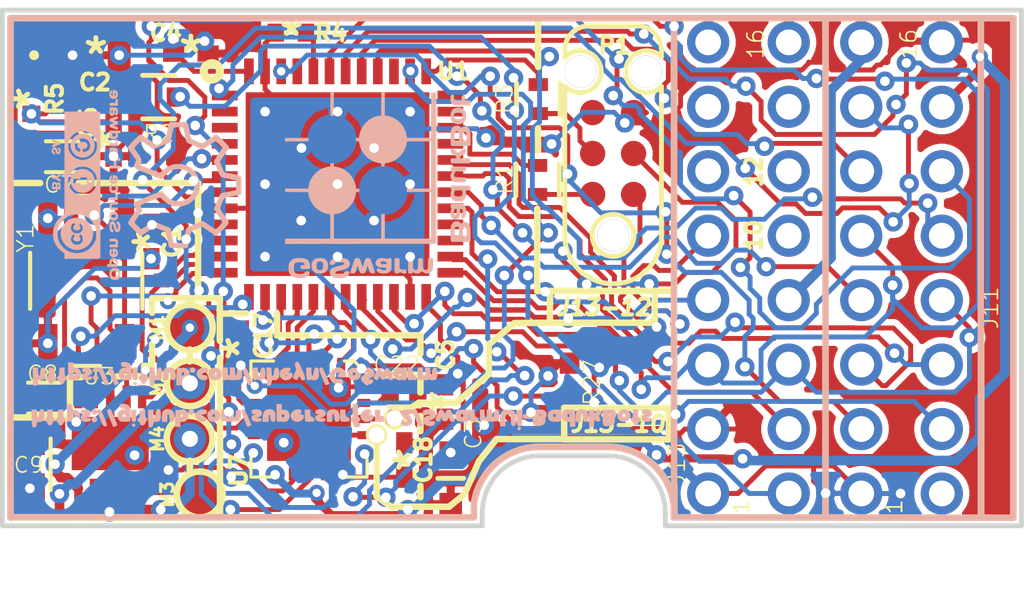
<source format=kicad_pcb>
(kicad_pcb (version 20171130) (host pcbnew "(5.0.0-3-g0214c9d)")
  (title_block (title BadukBot_PCB) (date 2018-10-25) (rev 0.1.0) (comment 1 "Licensed CC-BY-SA 4.0 By Caleb Cover") (comment 2 https://github.com/supersurfer92/SwarmUI-BadukBots))
  (layers (0 F.Cu signal) (31 B.Cu signal) (34 B.Paste user) (35 F.Paste user) (36 B.SilkS user) (37 F.SilkS user) (38 B.Mask user) (39 F.Mask user) (44 Edge.Cuts user))
  (net 0 "")
  (net 1 "Net-(C22-Pad1)")
  (net 2 "Net-(P1-Pad2)")
  (net 3 SWDIO)
  (net 4 NRST)
  (net 5 "Net-(P1-Pad3)")
  (net 6 "Net-(P1-Pad4)")
  (net 7 SWCLK)
  (net 8 "Net-(R27-Pad2)")
  (net 9 "Net-(U1-Pad2)")
  (net 10 "Net-(U1-Pad3)")
  (net 11 "Net-(U1-Pad4)")
  (net 12 CSN)
  (net 13 SCK)
  (net 14 MISO)
  (net 15 MOSI)
  (net 16 RADIO_CE)
  (net 17 "Net-(U1-Pad27)")
  (net 18 "Net-(U1-Pad28)")
  (net 19 RADIO_CLK)
  (net 20 "Net-(U1-Pad33)")
  (net 21 "Net-(U1-Pad35)")
  (net 22 "Net-(U1-Pad36)")
  (net 23 "Net-(U1-Pad39)")
  (net 24 "Net-(R4-Pad1)")
  (net 25 "Net-(U1-Pad45)")
  (net 26 "Net-(U7-Pad9)")
  (net 27 "Net-(J13-Pad10)")
  (net 28 "Net-(J11-Pad2)")
  (net 29 "Net-(J13-Pad11)")
  (net 30 "Net-(J13-Pad12)")
  (net 31 "Net-(J13-Pad13)")
  (net 32 "Net-(J13-Pad14)")
  (net 33 "Net-(J13-Pad15)")
  (net 34 "Net-(J13-Pad16)")
  (net 35 "Net-(M3-Pad1)")
  (net 36 "Net-(M4-Pad1)")
  (net 37 "Net-(M2-Pad1)")
  (net 38 "Net-(M1-Pad1)")
  (net 39 "Net-(P1-Pad6)")
  (net 40 2bGND)
  (net 41 1b33v)
  (net 42 MCUX116MHZ)
  (net 43 MCUX216MHZ)
  (net 44 3bPHOTODIODE1)
  (net 45 4bPHOTODIODE2)
  (net 46 6bRGBLED2)
  (net 47 5bRGBLED1)
  (net 48 7bRGBLED3)
  (net 49 12bA1)
  (net 50 13bA2)
  (net 51 14bVDDPA)
  (net 52 15bP41)
  (net 53 22bVBAT)
  (net 54 24bIMUINT)
  (net 55 11bSCL)
  (net 56 10bSDA)
  (net 57 27bCHARGING)
  (net 58 ~29bTOUCHCHG~)
  (net 59 9bIO2)
  (net 60 8bIO1)
  (net 61 RADIOIRQ)
  (net 62 RADIOCLK)
  (net 63 MOTORCONTROL4)
  (net 64 MOTORCONTROL3)
  (net 65 MOTORCONTROL2)
  (net 66 MOTORCONTROL1)
  (module 16pos_2mm_RA:0877601616 (layer F.Cu) (at 96.20868 107.759148 270)
    (fp_text reference J13 (at 6.080852 2.21868 270) (layer F.SilkS) (effects (font (size 0.5 0.5) (thickness 0.05))))
    (fp_text value 62401621722 hide)
    (fp_text user 1 (at 7.415852 0.22868 270) (layer F.SilkS) (effects (font (size 0.5 0.5) (thickness 0.05))))
    (fp_text user 16 (at -6.949148 -0.22132 270) (layer F.SilkS) (effects (font (size 0.5 0.5) (thickness 0.05))))
    (fp_text user 1 (at 7.415852 0.22868 270) (layer F.SilkS) (effects (font (size 0.5 0.5) (thickness 0.05))))
    (pad 16 thru_hole circle (at -7 -1.25 90) (size 1.308 1.308) (drill 0.8) (layers *.Cu *.Mask) (net 34 "Net-(J13-Pad16)"))
    (pad 15 thru_hole circle (at -7 1.25 90) (size 1.308 1.308) (drill 0.8) (layers *.Cu *.Mask) (net 33 "Net-(J13-Pad15)"))
    (pad 14 thru_hole circle (at -5 -1.25 90) (size 1.308 1.308) (drill 0.8) (layers *.Cu *.Mask) (net 32 "Net-(J13-Pad14)"))
    (pad 13 thru_hole circle (at -5 1.25 90) (size 1.308 1.308) (drill 0.8) (layers *.Cu *.Mask) (net 31 "Net-(J13-Pad13)"))
    (pad 12 thru_hole circle (at -3 -1.25 90) (size 1.308 1.308) (drill 0.8) (layers *.Cu *.Mask) (net 30 "Net-(J13-Pad12)"))
    (pad 11 thru_hole circle (at -3 1.25 90) (size 1.308 1.308) (drill 0.8) (layers *.Cu *.Mask) (net 29 "Net-(J13-Pad11)"))
    (pad 10 thru_hole circle (at -1 -1.25 90) (size 1.308 1.308) (drill 0.8) (layers *.Cu *.Mask) (net 27 "Net-(J13-Pad10)"))
    (pad 9 thru_hole circle (at -1 1.25 90) (size 1.308 1.308) (drill 0.8) (layers *.Cu *.Mask) (net 58 ~29bTOUCHCHG~))
    (pad 7 thru_hole circle (at 1 1.25 90) (size 1.308 1.308) (drill 0.8) (layers *.Cu *.Mask) (net 57 27bCHARGING))
    (pad 8 thru_hole circle (at 1 -1.25 90) (size 1.308 1.308) (drill 0.8) (layers *.Cu *.Mask) (net 52 15bP41))
    (pad 5 thru_hole circle (at 3 1.25 90) (size 1.308 1.308) (drill 0.8) (layers *.Cu *.Mask) (net 56 10bSDA))
    (pad 6 thru_hole circle (at 3 -1.25 90) (size 1.308 1.308) (drill 0.8) (layers *.Cu *.Mask) (net 55 11bSCL))
    (pad 4 thru_hole circle (at 5 -1.25 90) (size 1.308 1.308) (drill 0.8) (layers *.Cu *.Mask) (net 54 24bIMUINT))
    (pad 3 thru_hole circle (at 5 1.25 90) (size 1.308 1.308) (drill 0.8) (layers *.Cu *.Mask) (net 40 2bGND))
    (pad 2 thru_hole circle (at 7 -1.25 90) (size 1.308 1.308) (drill 0.8) (layers *.Cu *.Mask) (net 53 22bVBAT))
    (pad 1 thru_hole circle (at 7 1.25 90) (size 1.308 1.308) (drill 0.8) (layers *.Cu *.Mask) (net 41 1b33v))
  )
  (module 16pos_2mm_RA:0877601616 (layer F.Cu) (at 100.95868 107.759148 270)
    (fp_text reference J11 (at 1.240852 -2.74632 270) (layer F.SilkS) (effects (font (size 0.5 0.5) (thickness 0.05))))
    (fp_text value 62401621722 hide)
    (fp_text user 1 (at 7.415852 0.22868 270) (layer F.SilkS) (effects (font (size 0.5 0.5) (thickness 0.05))))
    (fp_text user 16 (at -6.949148 -0.22132 270) (layer F.SilkS) (effects (font (size 0.5 0.5) (thickness 0.05))))
    (fp_text user 1 (at 7.415852 0.22868 270) (layer F.SilkS) (effects (font (size 0.5 0.5) (thickness 0.05))))
    (pad 16 thru_hole circle (at -7 -1.25 90) (size 1.308 1.308) (drill 0.8) (layers *.Cu *.Mask) (net 40 2bGND))
    (pad 15 thru_hole circle (at -7 1.25 90) (size 1.308 1.308) (drill 0.8) (layers *.Cu *.Mask) (net 52 15bP41))
    (pad 14 thru_hole circle (at -5 -1.25 90) (size 1.308 1.308) (drill 0.8) (layers *.Cu *.Mask) (net 51 14bVDDPA))
    (pad 13 thru_hole circle (at -5 1.25 90) (size 1.308 1.308) (drill 0.8) (layers *.Cu *.Mask) (net 50 13bA2))
    (pad 12 thru_hole circle (at -3 -1.25 90) (size 1.308 1.308) (drill 0.8) (layers *.Cu *.Mask) (net 49 12bA1))
    (pad 11 thru_hole circle (at -3 1.25 90) (size 1.308 1.308) (drill 0.8) (layers *.Cu *.Mask) (net 59 9bIO2))
    (pad 10 thru_hole circle (at -1 -1.25 90) (size 1.308 1.308) (drill 0.8) (layers *.Cu *.Mask) (net 60 8bIO1))
    (pad 9 thru_hole circle (at -1 1.25 90) (size 1.308 1.308) (drill 0.8) (layers *.Cu *.Mask) (net 56 10bSDA))
    (pad 7 thru_hole circle (at 1 1.25 90) (size 1.308 1.308) (drill 0.8) (layers *.Cu *.Mask) (net 48 7bRGBLED3))
    (pad 8 thru_hole circle (at 1 -1.25 90) (size 1.308 1.308) (drill 0.8) (layers *.Cu *.Mask) (net 55 11bSCL))
    (pad 5 thru_hole circle (at 3 1.25 90) (size 1.308 1.308) (drill 0.8) (layers *.Cu *.Mask) (net 47 5bRGBLED1))
    (pad 6 thru_hole circle (at 3 -1.25 90) (size 1.308 1.308) (drill 0.8) (layers *.Cu *.Mask) (net 46 6bRGBLED2))
    (pad 4 thru_hole circle (at 5 -1.25 90) (size 1.308 1.308) (drill 0.8) (layers *.Cu *.Mask) (net 45 4bPHOTODIODE2))
    (pad 3 thru_hole circle (at 5 1.25 90) (size 1.308 1.308) (drill 0.8) (layers *.Cu *.Mask) (net 44 3bPHOTODIODE1))
    (pad 2 thru_hole circle (at 7 -1.25 90) (size 1.308 1.308) (drill 0.8) (layers *.Cu *.Mask) (net 28 "Net-(J11-Pad2)"))
    (pad 1 thru_hole circle (at 7 1.25 90) (size 1.308 1.308) (drill 0.8) (layers *.Cu *.Mask) (net 41 1b33v))
  )
  (module 22r:VISHAY_CRCW040222R0FKED_0 (layer F.Cu) (at 89.68678 102.52063 90)
    (fp_text reference R3 (at 0.01063 -1.04678 90) (layer F.SilkS) (effects (font (size 0.5 0.5) (thickness 0.05))))
    (fp_text value VISHAY_CRCW040222R0FKED hide)
    (pad 2 smd rect (at 0.45 0 90) (size 0.4 0.6) (layers F.Cu F.Paste F.Mask) (net 7 SWCLK))
    (pad 1 smd rect (at -0.45 0 90) (size 0.4 0.6) (layers F.Cu F.Paste F.Mask) (net 6 "Net-(P1-Pad4)"))
  )
  (module digikey-footprints:QFN-20-1EP_4x4mm_RevA (layer F.Cu) (at 82.571173 112.448706 270)
    (fp_text reference U7 (at 1.591294 2.181173 270) (layer F.SilkS) (effects (font (size 0.5 0.5) (thickness 0.125))))
    (fp_text value NRF24L01PR7)
    (pad 16 smd rect (at 1 -1.7 270) (size 0.25 0.4) (layers F.Cu F.Paste F.Mask) (net 8 "Net-(R27-Pad2)"))
    (pad 17 smd rect (at 0.5 -1.7 270) (size 0.25 0.4) (layers F.Cu F.Paste F.Mask) (net 40 2bGND))
    (pad 18 smd rect (at 0 -1.7 270) (size 0.25 0.4) (layers F.Cu F.Paste F.Mask) (net 41 1b33v))
    (pad 19 smd rect (at -0.5 -1.7 270) (size 0.25 0.4) (layers F.Cu F.Paste F.Mask) (net 1 "Net-(C22-Pad1)"))
    (pad 20 smd rect (at -1 -1.7 270) (size 0.25 0.4) (layers F.Cu F.Paste F.Mask) (net 40 2bGND))
    (pad 10 smd rect (at 1 1.7 270) (size 0.25 0.4) (layers F.Cu F.Paste F.Mask) (net 19 RADIO_CLK))
    (pad 9 smd rect (at 0.5 1.7 270) (size 0.25 0.4) (layers F.Cu F.Paste F.Mask) (net 26 "Net-(U7-Pad9)"))
    (pad 8 smd rect (at 0 1.7 270) (size 0.25 0.4) (layers F.Cu F.Paste F.Mask) (net 40 2bGND))
    (pad 7 smd rect (at -0.5 1.7 270) (size 0.25 0.4) (layers F.Cu F.Paste F.Mask) (net 41 1b33v))
    (pad 6 smd rect (at -1 1.7 270) (size 0.25 0.4) (layers F.Cu F.Paste F.Mask) (net 61 RADIOIRQ))
    (pad 11 smd rect (at 1.7 1 270) (size 0.4 0.25) (layers F.Cu F.Paste F.Mask) (net 51 14bVDDPA))
    (pad 12 smd rect (at 1.7 0.5 270) (size 0.4 0.25) (layers F.Cu F.Paste F.Mask) (net 49 12bA1))
    (pad 13 smd rect (at 1.7 0 270) (size 0.4 0.25) (layers F.Cu F.Paste F.Mask) (net 50 13bA2))
    (pad 14 smd rect (at 1.7 -0.5 270) (size 0.4 0.25) (layers F.Cu F.Paste F.Mask) (net 40 2bGND))
    (pad 15 smd rect (at 1.7 -1 270) (size 0.4 0.25) (layers F.Cu F.Paste F.Mask) (net 41 1b33v))
    (pad 5 smd rect (at -1.7 1 270) (size 0.4 0.25) (layers F.Cu F.Paste F.Mask) (net 14 MISO))
    (pad 4 smd rect (at -1.7 0.5 270) (size 0.4 0.25) (layers F.Cu F.Paste F.Mask) (net 15 MOSI))
    (pad 3 smd rect (at -1.7 0 270) (size 0.4 0.25) (layers F.Cu F.Paste F.Mask) (net 13 SCK))
    (pad 2 smd rect (at -1.7 -0.5 270) (size 0.4 0.25) (layers F.Cu F.Paste F.Mask) (net 12 CSN))
    (pad 21 smd rect (at 0 0 270) (size 2.6 2.6) (layers F.Cu F.Paste F.Mask) (net 40 2bGND))
    (pad 1 smd rect (at -1.7 -1 270) (size 0.4 0.25) (layers F.Cu F.Paste F.Mask) (net 16 RADIO_CE))
  )
  (module Silk:OpenHardwareLogo (layer B.Cu) (at 77.54 105.19 90)
    (fp_text reference G2 hide)
    (fp_text value LOGO hide)
  )
  (module Silk:BadukBot-GoSwarm (layer B.Cu) (at 84.7 105.2 90)
    (fp_text reference G1 hide)
    (fp_text value LOGO hide)
  )
  (module 100nf:C0402C104K4RACTU (layer F.Cu) (at 85.53 113.72 270)
    (fp_text reference C18 (at -0.009148 -0.59132 270) (layer F.SilkS) (effects (font (size 0.5 0.5) (thickness 0.125))))
    (fp_text value 100nF hide)
    (fp_text user * (at -0.009148 -0.23132 270) (layer F.SilkS))
    (pad 2 smd rect (at 0.5334 0 270) (size 0.6604 0.508) (layers F.Cu F.Paste F.Mask) (net 41 1b33v))
    (pad 1 smd rect (at -0.5334 0 270) (size 0.6604 0.508) (layers F.Cu F.Paste F.Mask) (net 40 2bGND))
  )
  (module 100nf:C0402C104K4RACTU (layer F.Cu) (at 76.50868 103.759148 270)
    (fp_text reference C6 (at -0.509148 0.77868 270) (layer F.SilkS) (effects (font (size 0.5 0.5) (thickness 0.125))))
    (fp_text value 100nF hide)
    (fp_text user * (at 0 0 270) (layer F.SilkS))
    (pad 2 smd rect (at 0.5334 0 270) (size 0.6604 0.508) (layers F.Cu F.Paste F.Mask) (net 40 2bGND))
    (pad 1 smd rect (at -0.5334 0 270) (size 0.6604 0.508) (layers F.Cu F.Paste F.Mask) (net 4 NRST))
  )
  (module 10uF:CAPC1608X9N (layer F.Cu) (at 73.91 113.85 90)
    (fp_text reference C9 (at -0.025 -0.035) (layer F.SilkS) (effects (font (size 0.480732 0.480732) (thickness 0.05))))
    (fp_text value 10uF hide)
    (pad 2 smd rect (at 0.75 0 90) (size 0.93 0.93) (layers F.Cu F.Paste F.Mask) (net 40 2bGND))
    (pad 1 smd rect (at -0.75 0 90) (size 0.93 0.93) (layers F.Cu F.Paste F.Mask) (net 41 1b33v))
  )
  (module 1uF:0603ZD105KAT2A (layer F.Cu) (at 75.95868 101.159148)
    (fp_text reference C2 (at -0.02868 0.840852) (layer F.SilkS) (effects (font (size 0.5 0.5) (thickness 0.125))))
    (fp_text value 1uF hide)
    (fp_text user * (at 0 0) (layer F.SilkS))
    (pad 2 smd rect (at 0.7239 0) (size 0.7112 0.9652) (layers F.Cu F.Paste F.Mask) (net 40 2bGND))
    (pad 1 smd rect (at -0.7239 0) (size 0.7112 0.9652) (layers F.Cu F.Paste F.Mask) (net 41 1b33v))
  )
  (module 33nF:CAPC1005X55N (layer F.Cu) (at 85.52 111.58)
    (fp_text reference C22 (at -0.23 -0.81) (layer F.SilkS) (effects (font (size 0.5 0.5) (thickness 0.05))))
    (fp_text value 33nF hide)
    (pad 2 smd rect (at 0.43 0 90) (size 0.6 0.54) (layers F.Cu F.Paste F.Mask) (net 40 2bGND))
    (pad 1 smd rect (at -0.43 0 90) (size 0.6 0.54) (layers F.Cu F.Paste F.Mask) (net 1 "Net-(C22-Pad1)"))
  )
  (module 22pf_GRM1555C1H220JA01D:CAPC1005X55N (layer F.Cu) (at 74.90868 104.309148)
    (fp_text reference C7 (at -0.07868 0.865852) (layer F.SilkS) (effects (font (size 0.5 0.5) (thickness 0.05))))
    (fp_text value 22pF hide)
    (pad 2 smd rect (at 0.43 0 90) (size 0.6 0.54) (layers F.Cu F.Paste F.Mask) (net 40 2bGND))
    (pad 1 smd rect (at -0.43 0 90) (size 0.6 0.54) (layers F.Cu F.Paste F.Mask) (net 42 MCUX116MHZ))
  )
  (module 22pf_GRM1555C1H220JA01D:CAPC1005X55N (layer F.Cu) (at 74.355 111.8 180)
    (fp_text reference C8 (at 0.05 0.75 180) (layer F.SilkS) (effects (font (size 0.5 0.5) (thickness 0.05))))
    (fp_text value 22pF hide)
    (pad 2 smd rect (at 0.43 0 270) (size 0.6 0.54) (layers F.Cu F.Paste F.Mask) (net 40 2bGND))
    (pad 1 smd rect (at -0.43 0 270) (size 0.6 0.54) (layers F.Cu F.Paste F.Mask) (net 43 MCUX216MHZ))
  )
  (module TAIYO_YUDEN_LMK107BJ475KA-T:TAIYO_YUDEN_LMK107BJ475KA-T_0 (layer F.Cu) (at 86.97 114.29 270)
    (fp_text reference C3 (at -1.38 -0.7 270) (layer F.SilkS) (effects (font (size 0.5 0.5) (thickness 0.05))))
    (fp_text value TAIYO_YUDEN_LMK107BJ475KA-T hide)
    (pad 2 smd rect (at 0.8 0 270) (size 0.7 0.7) (layers F.Cu F.Paste F.Mask) (net 40 2bGND))
    (pad 1 smd rect (at -0.8 0 270) (size 0.7 0.7) (layers F.Cu F.Paste F.Mask) (net 41 1b33v))
  )
  (module 22r:VISHAY_CRCW040222R0FKED_0 (layer F.Cu) (at 89.665169 105.02971 90)
    (fp_text reference R1 (at 0.022686 -1.025169 90) (layer F.SilkS) (effects (font (size 0.5 0.5) (thickness 0.05))))
    (fp_text value VISHAY_CRCW040222R0FKED hide)
    (pad 2 smd rect (at 0.45 0 90) (size 0.4 0.6) (layers F.Cu F.Paste F.Mask) (net 3 SWDIO))
    (pad 1 smd rect (at -0.45 0 90) (size 0.4 0.6) (layers F.Cu F.Paste F.Mask) (net 2 "Net-(P1-Pad2)"))
  )
  (module 22r:VISHAY_CRCW040222R0FKED_0 (layer F.Cu) (at 77.90868 102.459148 180)
    (fp_text reference R2 (at -0.00132 -1.130852 180) (layer F.SilkS) (effects (font (size 0.5 0.5) (thickness 0.05))))
    (fp_text value VISHAY_CRCW040222R0FKED hide)
    (pad 2 smd rect (at 0.45 0 180) (size 0.4 0.6) (layers F.Cu F.Paste F.Mask) (net 4 NRST))
    (pad 1 smd rect (at -0.45 0 180) (size 0.4 0.6) (layers F.Cu F.Paste F.Mask) (net 5 "Net-(P1-Pad3)"))
  )
  (module 22K:RESC1005X40N (layer F.Cu) (at 90.66 111.3 270)
    (fp_text reference R27 (at 0.014499 -0.692352 270) (layer F.SilkS) (effects (font (size 0.5 0.5) (thickness 0.05))))
    (fp_text value 22K hide)
    (pad 2 smd rect (at 0.5842 0 270) (size 0.6604 0.6096) (layers F.Cu F.Paste F.Mask) (net 8 "Net-(R27-Pad2)"))
    (pad 1 smd rect (at -0.5842 0 270) (size 0.6604 0.6096) (layers F.Cu F.Paste F.Mask) (net 40 2bGND))
  )
  (module STM32F051C8U6:QFN50P700X700X65-49N-D (layer F.Cu) (at 83.45868 105.159148)
    (fp_text reference U1 (at 3.6 -3.5) (layer F.SilkS) (effects (font (size 0.5 0.5) (thickness 0.125))))
    (fp_text value STM32F051C8U6 hide)
    (pad 49 smd rect (at 0 0) (size 5.7 5.7) (layers F.Cu F.Paste F.Mask) (net 40 2bGND))
    (pad 48 smd rect (at -2.75 -3.5) (size 0.3 0.8) (layers F.Cu F.Paste F.Mask) (net 41 1b33v))
    (pad 47 smd rect (at -2.25 -3.5) (size 0.3 0.8) (layers F.Cu F.Paste F.Mask) (net 40 2bGND))
    (pad 46 smd rect (at -1.75 -3.5) (size 0.3 0.8) (layers F.Cu F.Paste F.Mask) (net 44 3bPHOTODIODE1))
    (pad 45 smd rect (at -1.25 -3.5) (size 0.3 0.8) (layers F.Cu F.Paste F.Mask) (net 25 "Net-(U1-Pad45)"))
    (pad 44 smd rect (at -0.75 -3.5) (size 0.3 0.8) (layers F.Cu F.Paste F.Mask) (net 24 "Net-(R4-Pad1)"))
    (pad 43 smd rect (at -0.25 -3.5) (size 0.3 0.8) (layers F.Cu F.Paste F.Mask) (net 56 10bSDA))
    (pad 42 smd rect (at 0.25 -3.5) (size 0.3 0.8) (layers F.Cu F.Paste F.Mask) (net 55 11bSCL))
    (pad 41 smd rect (at 0.75 -3.5) (size 0.3 0.8) (layers F.Cu F.Paste F.Mask) (net 59 9bIO2))
    (pad 40 smd rect (at 1.25 -3.5) (size 0.3 0.8) (layers F.Cu F.Paste F.Mask) (net 60 8bIO1))
    (pad 39 smd rect (at 1.75 -3.5) (size 0.3 0.8) (layers F.Cu F.Paste F.Mask) (net 23 "Net-(U1-Pad39)"))
    (pad 38 smd rect (at 2.25 -3.5) (size 0.3 0.8) (layers F.Cu F.Paste F.Mask) (net 61 RADIOIRQ))
    (pad 37 smd rect (at 2.75 -3.5) (size 0.3 0.8) (layers F.Cu F.Paste F.Mask) (net 7 SWCLK))
    (pad 36 smd rect (at 3.5 -2.75 90) (size 0.3 0.8) (layers F.Cu F.Paste F.Mask) (net 22 "Net-(U1-Pad36)"))
    (pad 35 smd rect (at 3.5 -2.25 90) (size 0.3 0.8) (layers F.Cu F.Paste F.Mask) (net 21 "Net-(U1-Pad35)"))
    (pad 34 smd rect (at 3.5 -1.75 90) (size 0.3 0.8) (layers F.Cu F.Paste F.Mask) (net 3 SWDIO))
    (pad 33 smd rect (at 3.5 -1.25 90) (size 0.3 0.8) (layers F.Cu F.Paste F.Mask) (net 20 "Net-(U1-Pad33)"))
    (pad 32 smd rect (at 3.5 -0.75 90) (size 0.3 0.8) (layers F.Cu F.Paste F.Mask) (net 46 6bRGBLED2))
    (pad 31 smd rect (at 3.5 -0.25 90) (size 0.3 0.8) (layers F.Cu F.Paste F.Mask) (net 47 5bRGBLED1))
    (pad 30 smd rect (at 3.5 0.25 90) (size 0.3 0.8) (layers F.Cu F.Paste F.Mask) (net 48 7bRGBLED3))
    (pad 29 smd rect (at 3.5 0.75 90) (size 0.3 0.8) (layers F.Cu F.Paste F.Mask) (net 62 RADIOCLK))
    (pad 28 smd rect (at 3.5 1.25 90) (size 0.3 0.8) (layers F.Cu F.Paste F.Mask) (net 18 "Net-(U1-Pad28)"))
    (pad 27 smd rect (at 3.5 1.75 90) (size 0.3 0.8) (layers F.Cu F.Paste F.Mask) (net 17 "Net-(U1-Pad27)"))
    (pad 26 smd rect (at 3.5 2.25 90) (size 0.3 0.8) (layers F.Cu F.Paste F.Mask) (net 57 27bCHARGING))
    (pad 25 smd rect (at 3.5 2.75 90) (size 0.3 0.8) (layers F.Cu F.Paste F.Mask) (net 54 24bIMUINT))
    (pad 24 smd rect (at 2.75 3.5) (size 0.3 0.8) (layers F.Cu F.Paste F.Mask) (net 41 1b33v))
    (pad 23 smd rect (at 2.25 3.5) (size 0.3 0.8) (layers F.Cu F.Paste F.Mask) (net 40 2bGND))
    (pad 22 smd rect (at 1.75 3.5) (size 0.3 0.8) (layers F.Cu F.Paste F.Mask) (net 56 10bSDA))
    (pad 21 smd rect (at 1.25 3.5) (size 0.3 0.8) (layers F.Cu F.Paste F.Mask) (net 55 11bSCL))
    (pad 20 smd rect (at 0.75 3.5) (size 0.3 0.8) (layers F.Cu F.Paste F.Mask) (net 58 ~29bTOUCHCHG~))
    (pad 19 smd rect (at 0.25 3.5) (size 0.3 0.8) (layers F.Cu F.Paste F.Mask) (net 45 4bPHOTODIODE2))
    (pad 18 smd rect (at -0.25 3.5) (size 0.3 0.8) (layers F.Cu F.Paste F.Mask) (net 16 RADIO_CE))
    (pad 17 smd rect (at -0.75 3.5) (size 0.3 0.8) (layers F.Cu F.Paste F.Mask) (net 15 MOSI))
    (pad 16 smd rect (at -1.25 3.5) (size 0.3 0.8) (layers F.Cu F.Paste F.Mask) (net 14 MISO))
    (pad 15 smd rect (at -1.75 3.5) (size 0.3 0.8) (layers F.Cu F.Paste F.Mask) (net 13 SCK))
    (pad 14 smd rect (at -2.25 3.5) (size 0.3 0.8) (layers F.Cu F.Paste F.Mask) (net 12 CSN))
    (pad 13 smd rect (at -2.75 3.5) (size 0.3 0.8) (layers F.Cu F.Paste F.Mask) (net 63 MOTORCONTROL4))
    (pad 12 smd rect (at -3.5 2.75 90) (size 0.3 0.8) (layers F.Cu F.Paste F.Mask) (net 64 MOTORCONTROL3))
    (pad 11 smd rect (at -3.5 2.25 90) (size 0.3 0.8) (layers F.Cu F.Paste F.Mask) (net 65 MOTORCONTROL2))
    (pad 10 smd rect (at -3.5 1.75 90) (size 0.3 0.8) (layers F.Cu F.Paste F.Mask) (net 66 MOTORCONTROL1))
    (pad 9 smd rect (at -3.5 1.25 90) (size 0.3 0.8) (layers F.Cu F.Paste F.Mask) (net 41 1b33v))
    (pad 8 smd rect (at -3.5 0.75 90) (size 0.3 0.8) (layers F.Cu F.Paste F.Mask) (net 40 2bGND))
    (pad 7 smd rect (at -3.5 0.25 90) (size 0.3 0.8) (layers F.Cu F.Paste F.Mask) (net 4 NRST))
    (pad 6 smd rect (at -3.5 -0.25 90) (size 0.3 0.8) (layers F.Cu F.Paste F.Mask) (net 43 MCUX216MHZ))
    (pad 5 smd rect (at -3.5 -0.75 90) (size 0.3 0.8) (layers F.Cu F.Paste F.Mask) (net 42 MCUX116MHZ))
    (pad 4 smd rect (at -3.5 -1.25 90) (size 0.3 0.8) (layers F.Cu F.Paste F.Mask) (net 11 "Net-(U1-Pad4)"))
    (pad 3 smd rect (at -3.5 -1.75 90) (size 0.3 0.8) (layers F.Cu F.Paste F.Mask) (net 10 "Net-(U1-Pad3)"))
    (pad 2 smd rect (at -3.5 -2.25 90) (size 0.3 0.8) (layers F.Cu F.Paste F.Mask) (net 9 "Net-(U1-Pad2)"))
    (pad 1 smd rect (at -3.5 -2.75 90) (size 0.3 0.8) (layers F.Cu F.Paste F.Mask) (net 53 22bVBAT))
  )
  (module A3901SEJTR-T:DFN300X300X75-11N (layer F.Cu) (at 76.405 113.209148 270)
    (fp_text reference U3 (at -2.084148 0.35) (layer F.SilkS) (effects (font (size 0.5 0.5) (thickness 0.05))))
    (fp_text value A3901SEJTRT hide)
    (pad 11 smd rect (at 0 0 270) (size 1.651 2.3876) (layers F.Cu F.Paste F.Mask) (net 40 2bGND))
    (pad 10 smd rect (at 1.4478 -0.9906 270) (size 0.7112 0.254) (layers F.Cu F.Paste F.Mask) (net 35 "Net-(M3-Pad1)"))
    (pad 9 smd rect (at 1.4478 -0.508 270) (size 0.7112 0.254) (layers F.Cu F.Paste F.Mask) (net 36 "Net-(M4-Pad1)"))
    (pad 8 smd rect (at 1.4478 0 270) (size 0.7112 0.254) (layers F.Cu F.Paste F.Mask) (net 41 1b33v))
    (pad 7 smd rect (at 1.4478 0.508 270) (size 0.7112 0.254) (layers F.Cu F.Paste F.Mask) (net 37 "Net-(M2-Pad1)"))
    (pad 6 smd rect (at 1.4478 0.9906 270) (size 0.7112 0.254) (layers F.Cu F.Paste F.Mask) (net 38 "Net-(M1-Pad1)"))
    (pad 5 smd rect (at -1.4478 0.9906 270) (size 0.7112 0.254) (layers F.Cu F.Paste F.Mask) (net 63 MOTORCONTROL4))
    (pad 4 smd rect (at -1.4478 0.508 270) (size 0.7112 0.254) (layers F.Cu F.Paste F.Mask) (net 64 MOTORCONTROL3))
    (pad 3 smd rect (at -1.4478 0 270) (size 0.7112 0.254) (layers F.Cu F.Paste F.Mask) (net 40 2bGND))
    (pad 2 smd rect (at -1.4478 -0.508 270) (size 0.7112 0.254) (layers F.Cu F.Paste F.Mask) (net 65 MOTORCONTROL2))
    (pad 1 smd rect (at -1.4478 -0.9906 270) (size 0.7112 0.254) (layers F.Cu F.Paste F.Mask) (net 66 MOTORCONTROL1))
  )
  (module TXC-7V-16.000MAAE-T:OSCCC500X320X105N (layer F.Cu) (at 75.65868 108.159148 270)
    (fp_text reference Y1 (at -1.319148 1.88868 270) (layer F.SilkS) (effects (font (size 0.5 0.5) (thickness 0.05))))
    (fp_text value 7V16000MAAET hide)
    (pad 2 smd rect (at 1.94 1.19 270) (size 1.2 0.6) (layers F.Cu F.Paste F.Mask) (net 40 2bGND))
    (pad 1 smd rect (at -1.94 1.19 270) (size 1.2 0.6) (layers F.Cu F.Paste F.Mask) (net 42 MCUX116MHZ))
    (pad 3 smd rect (at 1.94 -1.19 270) (size 1.2 0.6) (layers F.Cu F.Paste F.Mask) (net 43 MCUX216MHZ))
    (pad 4 smd rect (at -1.94 -1.19 270) (size 1.2 0.6) (layers F.Cu F.Paste F.Mask) (net 40 2bGND))
  )
  (module 10nF:C0402C103J3RACTU (layer F.Cu) (at 77.68 106.94 270)
    (fp_text reference C1 (at 0.015852 -0.642352 270) (layer F.SilkS) (effects (font (size 0.5 0.5) (thickness 0.125))))
    (fp_text value 10nF hide)
    (fp_text user * (at 0 0 270) (layer F.SilkS))
    (pad 2 smd rect (at 0.5334 0 270) (size 0.6604 0.508) (layers F.Cu F.Paste F.Mask) (net 40 2bGND))
    (pad 1 smd rect (at -0.5334 0 270) (size 0.6604 0.508) (layers F.Cu F.Paste F.Mask) (net 41 1b33v))
  )
  (module 100nf:C0402C104K4RACTU (layer F.Cu) (at 78.90868 101.109148)
    (fp_text reference C4 (at -0.77868 -0.634148) (layer F.SilkS) (effects (font (size 0.5 0.5) (thickness 0.125))))
    (fp_text value 100nF hide)
    (fp_text user * (at 0 0) (layer F.SilkS))
    (pad 2 smd rect (at 0.5334 0) (size 0.6604 0.508) (layers F.Cu F.Paste F.Mask) (net 40 2bGND))
    (pad 1 smd rect (at -0.5334 0) (size 0.6604 0.508) (layers F.Cu F.Paste F.Mask) (net 41 1b33v))
  )
  (module 100nf:C0402C104K4RACTU (layer F.Cu) (at 86.79 111.92 270)
    (fp_text reference C5 (at -1.46 -0.02 270) (layer F.SilkS) (effects (font (size 0.5 0.5) (thickness 0.125))))
    (fp_text value 100nF hide)
    (fp_text user * (at 0 0 270) (layer F.SilkS))
    (pad 2 smd rect (at 0.5334 0 270) (size 0.6604 0.508) (layers F.Cu F.Paste F.Mask) (net 40 2bGND))
    (pad 1 smd rect (at -0.5334 0 270) (size 0.6604 0.508) (layers F.Cu F.Paste F.Mask) (net 41 1b33v))
  )
  (module 100nf:C0402C104K4RACTU (layer F.Cu) (at 80.455 110.25 270)
    (fp_text reference C17 (at -0.39 -0.705 270) (layer F.SilkS) (effects (font (size 0.5 0.5) (thickness 0.125))))
    (fp_text value 100nF hide)
    (fp_text user * (at 0 0 270) (layer F.SilkS))
    (pad 2 smd rect (at 0.5334 0 270) (size 0.6604 0.508) (layers F.Cu F.Paste F.Mask) (net 41 1b33v))
    (pad 1 smd rect (at -0.5334 0 270) (size 0.6604 0.508) (layers F.Cu F.Paste F.Mask) (net 40 2bGND))
  )
  (module 100K:CRCW0402100KFKED (layer F.Cu) (at 82.00868 100.459148 180)
    (fp_text reference R4 (at -1.24632 -0.015852 180) (layer F.SilkS) (effects (font (size 0.5 0.5) (thickness 0.125))))
    (fp_text value 100K hide)
    (fp_text user * (at -0.02132 -0.140852 180) (layer F.SilkS))
    (pad 2 smd rect (at 0.4699 0 180) (size 0.508 0.5588) (layers F.Cu F.Paste F.Mask) (net 40 2bGND))
    (pad 1 smd rect (at -0.4699 0 180) (size 0.508 0.5588) (layers F.Cu F.Paste F.Mask) (net 24 "Net-(R4-Pad1)"))
  )
  (module 100K:CRCW0402100KFKED (layer F.Cu) (at 73.95868 102.509148 90)
    (fp_text reference R5 (at -0.000852 0.72132 90) (layer F.SilkS) (effects (font (size 0.5 0.5) (thickness 0.125))))
    (fp_text value 100K hide)
    (fp_text user * (at 0 0 90) (layer F.SilkS))
    (pad 2 smd rect (at 0.4699 0 90) (size 0.508 0.5588) (layers F.Cu F.Paste F.Mask) (net 41 1b33v))
    (pad 1 smd rect (at -0.4699 0 90) (size 0.508 0.5588) (layers F.Cu F.Paste F.Mask) (net 4 NRST))
  )
  (module gsg-modules:TESTPOINT-50MIL (layer F.Cu) (at 78.874848 109.613286 180)
    (fp_text reference M1 (at 1.009148 -0.00368 90) (layer F.SilkS) (effects (font (size 0.381 0.381) (thickness 0.09652))))
    (fp_text value Pos1a hide)
    (pad 1 smd circle (at 0 0 180) (size 1.27 1.27) (layers F.Cu F.Mask) (net 38 "Net-(M1-Pad1)"))
  )
  (module gsg-modules:TESTPOINT-50MIL (layer F.Cu) (at 78.874848 111.338286 180)
    (fp_text reference M2 (at 1.009148 -0.00368 90) (layer F.SilkS) (effects (font (size 0.381 0.381) (thickness 0.09652))))
    (fp_text value Neg1a hide)
    (pad 1 smd circle (at 0 0 180) (size 1.27 1.27) (layers F.Cu F.Mask) (net 37 "Net-(M2-Pad1)"))
  )
  (module gsg-modules:TESTPOINT-50MIL (layer F.Cu) (at 79.18 114.79 180)
    (fp_text reference M3 (at 1.002713 -0.00368 90) (layer F.SilkS) (effects (font (size 0.381 0.381) (thickness 0.09652))))
    (fp_text value Pos2a hide)
    (pad 1 smd circle (at 0 0 180) (size 1.27 1.27) (layers F.Cu F.Mask) (net 35 "Net-(M3-Pad1)"))
  )
  (module gsg-modules:TESTPOINT-50MIL (layer F.Cu) (at 78.868413 113.063286 180)
    (fp_text reference M4 (at 1.002713 -0.00368 90) (layer F.SilkS) (effects (font (size 0.381 0.381) (thickness 0.09652))))
    (fp_text value Neg2a hide)
    (pad 1 smd circle (at 0 0 180) (size 1.27 1.27) (layers F.Cu F.Mask) (net 36 "Net-(M4-Pad1)"))
  )
  (module library:SWD_6pin (layer F.Cu) (at 92.00868 104.209148 90)
    (fp_text reference P1 (at 3.35 0.05) (layer F.SilkS) (effects (font (size 0.5 0.5) (thickness 0.125))))
    (fp_text value SWDPads hide)
    (pad Pin3 thru_hole circle (at 2.54 1.016 90) (size 0.991 0.991) (drill 0.991) (layers *.Cu *.Mask))
    (pad Pin2 thru_hole circle (at 2.54 -1.016 90) (size 0.991 0.991) (drill 0.991) (layers *.Cu *.Mask))
    (pad Pin1 thru_hole circle (at -2.54 0 90) (size 0.991 0.991) (drill 0.991) (layers *.Cu *.Mask))
    (pad 5 smd circle (at 1.27 0.635 90) (size 0.787 0.787) (layers F.Cu F.Mask) (net 40 2bGND))
    (pad 6 smd circle (at 1.27 -0.635 90) (size 0.787 0.787) (layers F.Cu F.Mask) (net 39 "Net-(P1-Pad6)"))
    (pad 3 smd circle (at 0 0.635 90) (size 0.787 0.787) (layers F.Cu F.Mask) (net 5 "Net-(P1-Pad3)"))
    (pad 4 smd circle (at 0 -0.635 90) (size 0.787 0.787) (layers F.Cu F.Mask) (net 6 "Net-(P1-Pad4)"))
    (pad 1 smd circle (at -1.27 0.635 90) (size 0.787 0.787) (layers F.Cu F.Mask) (net 41 1b33v))
    (pad 2 smd circle (at -1.27 -0.635 90) (size 0.787 0.787) (layers F.Cu F.Mask) (net 2 "Net-(P1-Pad2)"))
  )
  (module Silk:links_20mm (layer B.Cu) (at 83.58 111.75)
    (fp_text reference G5 hide)
    (fp_text value LOGO hide)
  )
  (module Connector_DIN:Conn_01x02_Female (layer B.Cu) (at 84.1 104.58 315)
    (fp_text reference P4 hide)
    (fp_text value Conn_01x02_Female hide)
    (pad 1 smd circle (at -1.15 0 315) (size 1.524 1.524) (layers B.Cu B.Paste B.Mask))
    (pad 2 smd circle (at 1.099999 0 315) (size 1.524 1.524) (layers B.Cu B.Paste B.Mask))
  )
  (gr_line (start 93.9 100.01) (end 93.9 115.5) (layer B.SilkS) (width 0.2))
  (gr_line (start 103.42 100.02) (end 103.42 115.51) (layer B.SilkS) (width 0.2))
  (gr_line (start 98.6 100) (end 98.6 115.49) (layer B.SilkS) (width 0.2))
  (gr_line (start 103.43 109.69) (end 103.43 115.43) (layer F.SilkS) (width 0.2))
  (gr_line (start 103.42 100.02) (end 103.42 108.23) (layer F.SilkS) (width 0.2))
  (gr_line (start 98.6 115.49) (end 98.6 100) (layer F.SilkS) (width 0.2))
  (gr_line (start 93.91 114.5) (end 93.91 115.42) (layer F.SilkS) (width 0.2))
  (gr_line (start 93.9 111.78) (end 93.9 112.96) (layer F.SilkS) (width 0.2))
  (gr_line (start 93.9 100) (end 93.9 111.78) (layer F.SilkS) (width 0.2))
  (gr_line (start 87.39 114.79) (end 87.85 113.75) (layer F.SilkS) (width 0.2))
  (gr_line (start 93.89 115.1) (end 93.89 115.5) (layer B.SilkS) (width 0.2))
  (gr_line (start 87.69 115.09) (end 87.69 115.5) (layer B.SilkS) (width 0.2))
  (gr_line (start 87.69 115.1) (end 87.69 115.5) (layer F.SilkS) (width 0.2))
  (gr_line (start 93.89 115.11) (end 93.89 115.5) (layer F.SilkS) (width 0.2))
  (gr_line (start 91.855872 113.317123) (end 89.715872 113.317123) (layer B.SilkS) (width 0.2))
  (gr_line (start 87.685872 115.507123) (end 87.685872 115.117123) (layer B.SilkS) (width 0.15))
  (gr_line (start 87.69 115.5) (end 73.30868 115.490852) (layer B.SilkS) (width 0.2))
  (gr_line (start 73.30868 100.010852) (end 73.30868 115.510852) (layer B.SilkS) (width 0.2))
  (gr_line (start 104.42868 115.510852) (end 104.43 100.01) (layer B.SilkS) (width 0.2))
  (gr_line (start 73.31 100.01) (end 104.43 100.01) (layer B.SilkS) (width 0.2))
  (gr_line (start 93.895872 115.507123) (end 93.895872 115.117123) (layer B.SilkS) (width 0.15))
  (gr_arc (start 91.855872 115.367123) (end 91.855872 113.317123) (angle 82.73111508) (layer B.SilkS) (width 0.2))
  (gr_line (start 93.89 115.5) (end 104.43 115.51) (layer B.SilkS) (width 0.2))
  (gr_arc (start 89.715873 115.363704) (end 87.685874 115.103705) (angle 82.70136061) (layer B.SilkS) (width 0.2))
  (gr_line (start 87.95 115.76) (end 87.95 115.36) (layer Edge.Cuts) (width 0.15))
  (gr_line (start 87.68 115.5) (end 87.68 115.11) (layer F.SilkS) (width 0.15))
  (gr_line (start 93.89 115.5) (end 93.89 115.11) (layer F.SilkS) (width 0.15))
  (gr_line (start 93.63 115.76) (end 93.63 115.36) (layer Edge.Cuts) (width 0.15))
  (gr_line (start 93.89 115.5) (end 104.43 115.51) (layer F.SilkS) (width 0.2))
  (gr_line (start 89.72 113.31) (end 91.86 113.31) (layer F.SilkS) (width 0.2))
  (gr_arc (start 89.72 115.36) (end 89.72 113.31) (angle -82.73111508) (layer F.SilkS) (width 0.2))
  (gr_arc (start 91.859999 115.356581) (end 93.889998 115.096582) (angle -82.70136061) (layer F.SilkS) (width 0.2))
  (gr_line (start 87.95 115.76) (end 73.06 115.76) (layer Edge.Cuts) (width 0.15))
  (gr_line (start 104.68 115.76) (end 93.63 115.76) (layer Edge.Cuts) (width 0.15))
  (gr_line (start 89.72 113.59) (end 91.86 113.59) (layer Edge.Cuts) (width 0.15))
  (gr_arc (start 89.72 115.36) (end 89.72 113.59) (angle -90) (layer Edge.Cuts) (width 0.15))
  (gr_arc (start 91.86 115.36) (end 93.63 115.36) (angle -90) (layer Edge.Cuts) (width 0.15))
  (gr_line (start 88.39 113.07) (end 90.5 113.07) (layer F.SilkS) (width 0.2))
  (gr_line (start 87.85 113.75) (end 88.39 113.07) (layer F.SilkS) (width 0.2))
  (gr_line (start 86.92 115.17) (end 87.39 114.79) (layer F.SilkS) (width 0.2))
  (gr_line (start 88.95 109.47) (end 90.05 109.46) (layer F.SilkS) (width 0.2))
  (gr_line (start 88.15 110.14) (end 88.95 109.47) (layer F.SilkS) (width 0.2))
  (gr_line (start 88.15 111.06) (end 88.15 110.14) (layer F.SilkS) (width 0.2))
  (gr_line (start 87.15 111.94) (end 88.15 111.06) (layer F.SilkS) (width 0.2))
  (gr_line (start 86.03 114.525) (end 86.03 114.875) (layer F.SilkS) (width 0.2))
  (gr_line (start 86.03 112.35) (end 86.03 112.825) (layer F.SilkS) (width 0.2))
  (gr_line (start 89.655 108.475) (end 93.9 108.47) (layer F.SilkS) (width 0.2))
  (gr_line (start 89.655 105.925) (end 89.655 108.475) (layer F.SilkS) (width 0.2))
  (gr_line (start 89.68 103.425) (end 89.68 104.125) (layer F.SilkS) (width 0.2))
  (gr_line (start 89.68 100.1) (end 89.68 101.525) (layer F.SilkS) (width 0.2))
  (gr_line (start 86.03 111.25) (end 86.03 111.625) (layer F.SilkS) (width 0.2))
  (gr_line (start 86.03 109.85) (end 86.03 110.425) (layer F.SilkS) (width 0.2))
  (gr_line (start 81.58 109.85) (end 86.03 109.85) (layer F.SilkS) (width 0.2))
  (gr_line (start 81.58 109.175) (end 81.58 109.85) (layer F.SilkS) (width 0.2))
  (gr_line (start 79.805 109.175) (end 80.63 109.175) (layer F.SilkS) (width 0.2))
  (gr_line (start 74.23 105.125) (end 73.355 105.125) (layer F.SilkS) (width 0.2))
  (gr_line (start 79.13 105.125) (end 75.43 105.125) (layer F.SilkS) (width 0.2))
  (gr_line (start 79.13 108.7) (end 79.13 105.125) (layer F.SilkS) (width 0.2))
  (gr_line (start 75.155 111.15) (end 75.505 111.15) (layer F.SilkS) (width 0.2))
  (gr_line (start 75.155 112.4) (end 75.155 111.15) (layer F.SilkS) (width 0.2))
  (gr_line (start 73.33 112.4) (end 75.155 112.4) (layer F.SilkS) (width 0.2))
  (gr_line (start 77.455 111.125) (end 76.63 111.125) (layer F.SilkS) (width 0.2))
  (gr_line (start 77.455 110.8) (end 77.455 111.125) (layer F.SilkS) (width 0.2))
  (gr_line (start 77.705 110.8) (end 77.455 110.8) (layer F.SilkS) (width 0.2))
  (gr_line (start 77.705 110.125) (end 77.705 110.8) (layer F.SilkS) (width 0.2))
  (gr_line (start 77.705 108.7) (end 77.705 109.15) (layer F.SilkS) (width 0.2))
  (gr_line (start 79.805 108.7) (end 77.705 108.7) (layer F.SilkS) (width 0.2))
  (gr_line (start 79.805 110.025) (end 79.805 108.7) (layer F.SilkS) (width 0.2))
  (gr_line (start 79.81 115.51) (end 79.81 110.54) (layer F.SilkS) (width 0.2))
  (gr_text 10 (at 96.38 106.75 -270) (layer F.SilkS) (effects (font (size 0.5 0.5) (thickness 0.125))))
  (gr_text 12 (at 96.38 104.77 -270) (layer F.SilkS) (effects (font (size 0.5 0.5) (thickness 0.125))))
  (gr_line (start 85.35 112.47) (end 84.95 112.46) (layer F.SilkS) (width 0.2))
  (gr_line (start 85.99 111.94) (end 85.22 112.43) (layer F.SilkS) (width 0.2))
  (gr_line (start 90.49 112.1) (end 90.49 113.08) (layer F.SilkS) (width 0.2))
  (gr_line (start 93.74 113.08) (end 93.74 112.1) (layer F.SilkS) (width 0.2))
  (gr_line (start 93.74 112.1) (end 90.49 112.1) (layer F.SilkS) (width 0.2))
  (gr_line (start 90.49 113.08) (end 93.74 113.08) (layer F.SilkS) (width 0.2))
  (gr_line (start 93.3 108.48) (end 90.05 108.48) (layer F.SilkS) (width 0.2))
  (gr_line (start 93.3 109.46) (end 93.3 108.48) (layer F.SilkS) (width 0.2))
  (gr_line (start 90.05 109.46) (end 93.3 109.46) (layer F.SilkS) (width 0.2))
  (gr_line (start 90.05 108.48) (end 90.05 109.46) (layer F.SilkS) (width 0.2))
  (gr_line (start 85.98 111.94) (end 87.15 111.94) (layer F.SilkS) (width 0.2))
  (gr_line (start 85.12 115.17) (end 84.67 114.85) (layer F.SilkS) (width 0.2))
  (gr_line (start 84.67 114.85) (end 84.67 112.93) (layer F.SilkS) (width 0.2))
  (gr_line (start 85.13 115.17) (end 86.92 115.17) (layer F.SilkS) (width 0.2))
  (gr_text J13-12 (at 91.72 108.98) (layer F.SilkS) (effects (font (size 0.5 0.5) (thickness 0.125) italic)))
  (gr_text J13-10 (at 92.16 112.6) (layer F.SilkS) (effects (font (size 0.5 0.5) (thickness 0.125) italic)))
  (gr_circle (center 84.67 112.94) (end 84.53 112.75) (layer F.SilkS) (width 0.2))
  (gr_circle (center 85.22 112.43) (end 85.03 112.26) (layer F.SilkS) (width 0.2))
  (gr_line (start 78.874848 110.663286) (end 78.874848 110.288286) (layer F.SilkS) (width 0.2))
  (gr_line (start 78.874848 113.738286) (end 78.874848 114.113286) (layer F.SilkS) (width 0.2))
  (gr_line (start 73.05868 99.759148) (end 104.68 99.76) (layer Edge.Cuts) (width 0.15))
  (gr_line (start 73.30868 100.009148) (end 104.43 100.01) (layer F.SilkS) (width 0.2))
  (gr_line (start 87.69 115.5) (end 73.30868 115.509148) (layer F.SilkS) (width 0.2))
  (gr_line (start 104.67868 99.759148) (end 104.68 115.76) (layer Edge.Cuts) (width 0.15))
  (gr_line (start 73.05868 115.759148) (end 73.05868 99.759148) (layer Edge.Cuts) (width 0.15))
  (gr_line (start 73.30868 115.509148) (end 73.30868 100.009148) (layer F.SilkS) (width 0.2))
  (gr_line (start 104.42868 100.009148) (end 104.43 115.51) (layer F.SilkS) (width 0.2))
  (segment (start 84.721294 111.948706) (end 85.09 111.58) (width 0.1524) (layer F.Cu) (net 1))
  (segment (start 84.271173 111.948706) (end 84.721294 111.948706) (width 0.1524) (layer F.Cu) (net 1))
  (segment (start 91.373118 105.47971) (end 91.37368 105.479148) (width 0.1524) (layer F.Cu) (net 2))
  (segment (start 89.665169 105.47971) (end 91.373118 105.47971) (width 0.1524) (layer F.Cu) (net 2))
  (segment (start 87.561881 103.941881) (end 87.561881 103.641881) (width 0.1524) (layer F.Cu) (net 3))
  (segment (start 87.329148 103.409148) (end 87.561881 103.641881) (width 0.1524) (layer F.Cu) (net 3))
  (segment (start 86.95868 103.409148) (end 87.329148 103.409148) (width 0.1524) (layer F.Cu) (net 3))
  (segment (start 87.374442 103.409148) (end 87.561881 103.596587) (width 0.1524) (layer F.Cu) (net 3))
  (segment (start 86.95868 103.409148) (end 87.374442 103.409148) (width 0.1524) (layer F.Cu) (net 3))
  (segment (start 87.561881 103.596587) (end 87.561881 104.23) (width 0.1524) (layer F.Cu) (net 3))
  (segment (start 89.212769 104.57971) (end 89.665169 104.57971) (width 0.1524) (layer F.Cu) (net 3))
  (segment (start 88.863059 104.23) (end 89.212769 104.57971) (width 0.1524) (layer F.Cu) (net 3))
  (segment (start 87.561881 104.23) (end 88.863059 104.23) (width 0.1524) (layer F.Cu) (net 3))
  (segment (start 74.20538 103.225748) (end 73.95868 102.979048) (width 0.1524) (layer F.Cu) (net 4))
  (segment (start 76.50868 103.225748) (end 74.20538 103.225748) (width 0.1524) (layer F.Cu) (net 4))
  (segment (start 74.237006 103.257374) (end 73.95868 102.979048) (width 0.1524) (layer B.Cu) (net 4))
  (via (at 77.86 103.79) (size 0.6) (drill 0.3) (layers F.Cu B.Cu) (net 4))
  (segment (start 77.327374 103.257374) (end 77.86 103.79) (width 0.1524) (layer B.Cu) (net 4))
  (segment (start 74.237006 103.257374) (end 77.327374 103.257374) (width 0.1524) (layer B.Cu) (net 4))
  (via (at 73.95868 102.979048) (size 0.6) (drill 0.3) (layers F.Cu B.Cu) (net 4))
  (segment (start 74.91038 102.459148) (end 77.45868 102.459148) (width 0.1524) (layer F.Cu) (net 4))
  (segment (start 74.39048 102.979048) (end 74.91038 102.459148) (width 0.1524) (layer F.Cu) (net 4))
  (segment (start 73.95868 102.979048) (end 74.39048 102.979048) (width 0.1524) (layer F.Cu) (net 4))
  (segment (start 79.40628 105.409148) (end 79.95868 105.409148) (width 0.1524) (layer F.Cu) (net 4))
  (segment (start 79.259999 105.555429) (end 79.40628 105.409148) (width 0.1524) (layer F.Cu) (net 4))
  (segment (start 78.744876 105.555429) (end 79.259999 105.555429) (width 0.1524) (layer F.Cu) (net 4))
  (segment (start 77.86 104.670553) (end 78.744876 105.555429) (width 0.1524) (layer F.Cu) (net 4))
  (segment (start 77.86 103.79) (end 77.86 104.670553) (width 0.1524) (layer F.Cu) (net 4))
  (via (at 93.13 108.255948) (size 0.6) (drill 0.3) (layers F.Cu B.Cu) (net 5))
  (via (at 91.187277 108.266258) (size 0.6) (drill 0.3) (layers F.Cu B.Cu) (net 5))
  (segment (start 91.197587 108.255948) (end 91.187277 108.266258) (width 0.1524) (layer B.Cu) (net 5))
  (segment (start 93.13 108.255948) (end 91.197587 108.255948) (width 0.1524) (layer B.Cu) (net 5))
  (via (at 90.452092 107.2368) (size 0.6) (drill 0.3) (layers F.Cu B.Cu) (net 5))
  (via (at 89.2 106.67) (size 0.6) (drill 0.3) (layers F.Cu B.Cu) (net 5))
  (segment (start 89.7668 107.2368) (end 89.2 106.67) (width 0.1524) (layer B.Cu) (net 5))
  (segment (start 90.452092 107.2368) (end 89.7668 107.2368) (width 0.1524) (layer B.Cu) (net 5))
  (segment (start 89.197938 106.67) (end 88.417938 105.89) (width 0.1524) (layer F.Cu) (net 5))
  (segment (start 89.2 106.67) (end 89.197938 106.67) (width 0.1524) (layer F.Cu) (net 5))
  (via (at 78.574959 102.444959) (size 0.6) (drill 0.3) (layers F.Cu B.Cu) (net 5))
  (via (at 87.16 101.810568) (size 0.6) (drill 0.3) (layers F.Cu B.Cu) (net 5))
  (via (at 88.281352 105.3368) (size 0.6) (drill 0.3) (layers F.Cu B.Cu) (net 5))
  (segment (start 88.417938 105.473386) (end 88.281352 105.3368) (width 0.1524) (layer F.Cu) (net 5))
  (segment (start 88.417938 105.89) (end 88.417938 105.473386) (width 0.1524) (layer F.Cu) (net 5))
  (segment (start 87.24615 101.810568) (end 87.16 101.810568) (width 0.1524) (layer F.Cu) (net 5))
  (via (at 87.938699 102.886317) (size 0.6) (drill 0.3) (layers F.Cu B.Cu) (net 5))
  (segment (start 87.89 102.424706) (end 87.89 102.65) (width 0.1524) (layer F.Cu) (net 5))
  (segment (start 87.275862 101.810568) (end 87.89 102.424706) (width 0.1524) (layer F.Cu) (net 5))
  (segment (start 87.16 101.810568) (end 87.275862 101.810568) (width 0.1524) (layer F.Cu) (net 5))
  (segment (start 88.22 105.19) (end 88.17 105.24) (width 0.1524) (layer B.Cu) (net 5))
  (segment (start 86.305588 100.875588) (end 87 101.57) (width 0.1524) (layer B.Cu) (net 5))
  (segment (start 81.214412 100.875588) (end 86.305588 100.875588) (width 0.1524) (layer B.Cu) (net 5))
  (segment (start 90.452092 107.531073) (end 91.187277 108.266258) (width 0.1524) (layer F.Cu) (net 5))
  (segment (start 90.452092 107.2368) (end 90.452092 107.531073) (width 0.1524) (layer F.Cu) (net 5))
  (segment (start 93.925999 108.255948) (end 93.13 108.255948) (width 0.1524) (layer F.Cu) (net 5))
  (segment (start 94.28 107.901947) (end 93.925999 108.255948) (width 0.1524) (layer F.Cu) (net 5))
  (segment (start 95.084539 107.901947) (end 94.28 107.901947) (width 0.1524) (layer F.Cu) (net 5))
  (segment (start 95.820778 106.296032) (end 95.820778 107.165708) (width 0.1524) (layer F.Cu) (net 5))
  (segment (start 95.247578 105.722832) (end 95.820778 106.296032) (width 0.1524) (layer F.Cu) (net 5))
  (segment (start 95.820778 107.165708) (end 95.084539 107.901947) (width 0.1524) (layer F.Cu) (net 5))
  (segment (start 94.157364 105.722832) (end 95.247578 105.722832) (width 0.1524) (layer F.Cu) (net 5))
  (segment (start 92.64368 104.209148) (end 94.157364 105.722832) (width 0.1524) (layer F.Cu) (net 5))
  (segment (start 81.07 101.644738) (end 81.07 101.02) (width 0.1524) (layer B.Cu) (net 5))
  (segment (start 79.96978 102.744958) (end 81.07 101.644738) (width 0.1524) (layer B.Cu) (net 5))
  (segment (start 78.874958 102.744958) (end 79.96978 102.744958) (width 0.1524) (layer B.Cu) (net 5))
  (segment (start 78.574959 102.444959) (end 78.874958 102.744958) (width 0.1524) (layer B.Cu) (net 5))
  (segment (start 81.07 101.02) (end 81.214412 100.875588) (width 0.1524) (layer B.Cu) (net 5))
  (segment (start 88.581351 103.528969) (end 87.96 102.907618) (width 0.1524) (layer B.Cu) (net 5))
  (segment (start 88.568282 103.5159) (end 87.938699 102.886317) (width 0.1524) (layer B.Cu) (net 5))
  (segment (start 88.568282 103.968337) (end 88.568282 103.5159) (width 0.1524) (layer B.Cu) (net 5))
  (segment (start 88.281352 104.255267) (end 88.568282 103.968337) (width 0.1524) (layer B.Cu) (net 5))
  (segment (start 88.281352 105.3368) (end 88.281352 104.255267) (width 0.1524) (layer B.Cu) (net 5))
  (segment (start 90.02 102.97063) (end 90.522044 102.97063) (width 0.1524) (layer F.Cu) (net 6))
  (segment (start 89.68678 102.97063) (end 90.02 102.97063) (width 0.1524) (layer F.Cu) (net 6))
  (segment (start 90.02 102.97063) (end 90.45063 102.97063) (width 0.1524) (layer F.Cu) (net 6))
  (segment (start 91.141414 103.976882) (end 91.16679 104.002258) (width 0.1524) (layer F.Cu) (net 6))
  (segment (start 90.980181 103.815649) (end 91.37368 104.209148) (width 0.1524) (layer F.Cu) (net 6))
  (segment (start 90.980181 103.428767) (end 90.980181 103.815649) (width 0.1524) (layer F.Cu) (net 6))
  (segment (start 90.522044 102.97063) (end 90.980181 103.428767) (width 0.1524) (layer F.Cu) (net 6))
  (segment (start 89.68678 102.97063) (end 90.522044 102.97063) (width 0.1524) (layer F.Cu) (net 6))
  (segment (start 89.275917 101.307367) (end 89.68678 101.71823) (width 0.1524) (layer F.Cu) (net 7))
  (segment (start 86.862861 101.307367) (end 89.275917 101.307367) (width 0.1524) (layer F.Cu) (net 7))
  (segment (start 89.68678 101.71823) (end 89.68678 102.07063) (width 0.1524) (layer F.Cu) (net 7))
  (segment (start 86.51108 101.659148) (end 86.862861 101.307367) (width 0.1524) (layer F.Cu) (net 7))
  (segment (start 86.20868 101.659148) (end 86.51108 101.659148) (width 0.1524) (layer F.Cu) (net 7))
  (via (at 88.912875 111.7368) (size 0.6) (drill 0.3) (layers F.Cu B.Cu) (net 8))
  (segment (start 87.989999 111.910001) (end 87.506799 112.393201) (width 0.1524) (layer B.Cu) (net 8))
  (segment (start 85.104264 114.69) (end 84.84 114.69) (width 0.1524) (layer B.Cu) (net 8))
  (via (at 84.958719 114.878148) (size 0.6) (drill 0.3) (layers F.Cu B.Cu) (net 8))
  (segment (start 85.104264 114.732603) (end 84.958719 114.878148) (width 0.1524) (layer B.Cu) (net 8))
  (segment (start 85.104264 114.69) (end 85.104264 114.732603) (width 0.1524) (layer B.Cu) (net 8))
  (via (at 83.94 114.86) (size 0.6) (drill 0.3) (layers F.Cu B.Cu) (net 8))
  (segment (start 83.958148 114.878148) (end 83.94 114.86) (width 0.1524) (layer F.Cu) (net 8))
  (segment (start 84.958719 114.878148) (end 83.958148 114.878148) (width 0.1524) (layer F.Cu) (net 8))
  (segment (start 83.94 114.784856) (end 84.298173 114.426683) (width 0.1524) (layer B.Cu) (net 8))
  (via (at 84.298173 113.535442) (size 0.6) (drill 0.3) (layers F.Cu B.Cu) (net 8))
  (segment (start 84.298173 114.426683) (end 84.298173 113.535442) (width 0.1524) (layer B.Cu) (net 8))
  (segment (start 83.94 114.86) (end 83.94 114.784856) (width 0.1524) (layer B.Cu) (net 8))
  (segment (start 90.5126 111.7368) (end 90.66 111.8842) (width 0.1524) (layer F.Cu) (net 8))
  (segment (start 88.912875 111.7368) (end 90.5126 111.7368) (width 0.1524) (layer F.Cu) (net 8))
  (segment (start 88.168462 111.7368) (end 88.912875 111.7368) (width 0.1524) (layer B.Cu) (net 8))
  (segment (start 87.396442 112.50882) (end 88.168462 111.7368) (width 0.1524) (layer B.Cu) (net 8))
  (segment (start 87.14118 112.50882) (end 87.396442 112.50882) (width 0.1524) (layer B.Cu) (net 8))
  (segment (start 85.258718 114.391282) (end 87.14118 112.50882) (width 0.1524) (layer B.Cu) (net 8))
  (segment (start 85.258718 114.578149) (end 85.258718 114.391282) (width 0.1524) (layer B.Cu) (net 8))
  (segment (start 84.958719 114.878148) (end 85.258718 114.578149) (width 0.1524) (layer B.Cu) (net 8))
  (segment (start 81.20868 108.659148) (end 81.20868 109.312625) (width 0.1524) (layer F.Cu) (net 12))
  (segment (start 81.20868 108.659148) (end 81.20868 109.311462) (width 0.1524) (layer F.Cu) (net 12))
  (via (at 83.4468 109.96) (size 0.6) (drill 0.3) (layers F.Cu B.Cu) (net 12))
  (segment (start 81.20868 109.313777) (end 81.145459 109.376998) (width 0.1524) (layer F.Cu) (net 12))
  (via (at 81.145459 109.376998) (size 0.6) (drill 0.3) (layers F.Cu B.Cu) (net 12))
  (segment (start 81.20868 108.659148) (end 81.20868 109.313777) (width 0.1524) (layer F.Cu) (net 12))
  (segment (start 83.071173 110.335627) (end 83.4468 109.96) (width 0.1524) (layer F.Cu) (net 12))
  (segment (start 83.071173 110.748706) (end 83.071173 110.335627) (width 0.1524) (layer F.Cu) (net 12))
  (segment (start 83.4468 109.535736) (end 83.4468 109.96) (width 0.1524) (layer B.Cu) (net 12))
  (segment (start 81.63917 109.307551) (end 83.218615 109.307551) (width 0.1524) (layer B.Cu) (net 12))
  (segment (start 81.569723 109.376998) (end 81.63917 109.307551) (width 0.1524) (layer B.Cu) (net 12))
  (segment (start 83.218615 109.307551) (end 83.4468 109.535736) (width 0.1524) (layer B.Cu) (net 12))
  (segment (start 81.145459 109.376998) (end 81.569723 109.376998) (width 0.1524) (layer B.Cu) (net 12))
  (segment (start 81.70868 108.970583) (end 81.677089 109.002174) (width 0.1524) (layer F.Cu) (net 13))
  (segment (start 81.70868 108.659148) (end 81.70868 108.970583) (width 0.1524) (layer F.Cu) (net 13))
  (segment (start 82.571173 110.748706) (end 82.571173 110.162874) (width 0.1524) (layer F.Cu) (net 13))
  (segment (start 81.648659 109.271569) (end 81.648659 109.751341) (width 0.1524) (layer F.Cu) (net 13))
  (via (at 81.337534 110.081107) (size 0.6) (drill 0.3) (layers F.Cu B.Cu) (net 13))
  (segment (start 81.648659 109.751341) (end 81.34 110.06) (width 0.1524) (layer F.Cu) (net 13))
  (via (at 82.732476 109.810752) (size 0.6) (drill 0.3) (layers F.Cu B.Cu) (net 13))
  (segment (start 82.571173 109.972055) (end 82.732476 109.810752) (width 0.1524) (layer F.Cu) (net 13))
  (segment (start 82.571173 110.748706) (end 82.571173 109.972055) (width 0.1524) (layer F.Cu) (net 13))
  (segment (start 81.648659 109.769982) (end 81.337534 110.081107) (width 0.1524) (layer F.Cu) (net 13))
  (segment (start 81.648659 109.271569) (end 81.648659 109.769982) (width 0.1524) (layer F.Cu) (net 13))
  (segment (start 81.70868 109.211548) (end 81.648659 109.271569) (width 0.1524) (layer F.Cu) (net 13))
  (segment (start 81.70868 108.659148) (end 81.70868 109.211548) (width 0.1524) (layer F.Cu) (net 13))
  (segment (start 82.462121 110.081107) (end 82.732476 109.810752) (width 0.1524) (layer B.Cu) (net 13))
  (segment (start 81.337534 110.081107) (end 82.462121 110.081107) (width 0.1524) (layer B.Cu) (net 13))
  (segment (start 82.208679 108.659149) (end 82.20868 108.659148) (width 0.1524) (layer F.Cu) (net 14))
  (segment (start 81.571173 110.592206) (end 81.571173 110.748706) (width 0.1524) (layer F.Cu) (net 14))
  (segment (start 81.928069 110.23531) (end 81.571173 110.592206) (width 0.1524) (layer F.Cu) (net 14))
  (segment (start 81.928069 109.492159) (end 81.928069 110.23531) (width 0.1524) (layer F.Cu) (net 14))
  (segment (start 82.20868 109.211548) (end 81.928069 109.492159) (width 0.1524) (layer F.Cu) (net 14))
  (segment (start 82.20868 108.659148) (end 82.20868 109.211548) (width 0.1524) (layer F.Cu) (net 14))
  (segment (start 82.207479 110.6124) (end 82.071173 110.748706) (width 0.1524) (layer F.Cu) (net 15))
  (segment (start 82.207479 109.607893) (end 82.207479 110.6124) (width 0.1524) (layer F.Cu) (net 15))
  (segment (start 82.70868 109.106692) (end 82.207479 109.607893) (width 0.1524) (layer F.Cu) (net 15))
  (segment (start 82.70868 108.659148) (end 82.70868 109.106692) (width 0.1524) (layer F.Cu) (net 15))
  (segment (start 83.20868 108.97868) (end 83.20868 108.659148) (width 0.1524) (layer F.Cu) (net 16))
  (segment (start 83.688337 109.456799) (end 83.950001 109.718463) (width 0.1524) (layer F.Cu) (net 16))
  (segment (start 83.453931 109.456799) (end 83.688337 109.456799) (width 0.1524) (layer F.Cu) (net 16))
  (segment (start 83.20868 109.211548) (end 83.453931 109.456799) (width 0.1524) (layer F.Cu) (net 16))
  (segment (start 83.20868 108.659148) (end 83.20868 109.211548) (width 0.1524) (layer F.Cu) (net 16))
  (segment (start 83.950001 110.294878) (end 83.571173 110.673706) (width 0.1524) (layer F.Cu) (net 16))
  (segment (start 83.571173 110.673706) (end 83.571173 110.748706) (width 0.1524) (layer F.Cu) (net 16))
  (segment (start 83.950001 109.718463) (end 83.950001 110.294878) (width 0.1524) (layer F.Cu) (net 16))
  (segment (start 87.63 106.028068) (end 87.63 107.309158) (width 0.1524) (layer F.Cu) (net 19))
  (segment (start 87.51108 105.909148) (end 87.63 106.028068) (width 0.1524) (layer F.Cu) (net 19))
  (segment (start 86.95868 105.909148) (end 87.51108 105.909148) (width 0.1524) (layer F.Cu) (net 19))
  (via (at 88.11543 107.483504) (size 0.6) (drill 0.3) (layers F.Cu B.Cu) (net 19))
  (segment (start 87.804346 107.483504) (end 88.11543 107.483504) (width 0.1524) (layer F.Cu) (net 19))
  (segment (start 87.63 107.309158) (end 87.804346 107.483504) (width 0.1524) (layer F.Cu) (net 19))
  (via (at 89.264267 111.10036) (size 0.6) (drill 0.3) (layers F.Cu B.Cu) (net 19))
  (via (at 88.39949 110.363022) (size 0.6) (drill 0.3) (layers F.Cu B.Cu) (net 19))
  (segment (start 89.20036 111.10036) (end 88.52 110.42) (width 0.1524) (layer F.Cu) (net 19))
  (segment (start 89.264267 111.10036) (end 89.20036 111.10036) (width 0.1524) (layer F.Cu) (net 19))
  (via (at 80.844171 113.500708) (size 0.6) (drill 0.3) (layers F.Cu B.Cu) (net 19))
  (segment (start 88.840003 111.10036) (end 89.264267 111.10036) (width 0.1524) (layer B.Cu) (net 19))
  (segment (start 88.226401 111.233599) (end 88.706764 111.233599) (width 0.1524) (layer B.Cu) (net 19))
  (segment (start 86.89059 112.22941) (end 87.23059 112.22941) (width 0.1524) (layer B.Cu) (net 19))
  (segment (start 88.706764 111.233599) (end 88.840003 111.10036) (width 0.1524) (layer B.Cu) (net 19))
  (segment (start 84.45 115.094738) (end 84.45 114.67) (width 0.1524) (layer B.Cu) (net 19))
  (segment (start 81.416403 115.48179) (end 84.062948 115.48179) (width 0.1524) (layer B.Cu) (net 19))
  (segment (start 80.689412 114.754799) (end 81.416403 115.48179) (width 0.1524) (layer B.Cu) (net 19))
  (segment (start 80.844171 113.500708) (end 80.596481 113.748398) (width 0.1524) (layer B.Cu) (net 19))
  (segment (start 79.691602 113.748398) (end 79.50941 113.93059) (width 0.1524) (layer B.Cu) (net 19))
  (segment (start 79.50941 114.348655) (end 79.915554 114.754799) (width 0.1524) (layer B.Cu) (net 19))
  (segment (start 84.062948 115.48179) (end 84.45 115.094738) (width 0.1524) (layer B.Cu) (net 19))
  (segment (start 87.23059 112.22941) (end 88.226401 111.233599) (width 0.1524) (layer B.Cu) (net 19))
  (segment (start 79.50941 113.93059) (end 79.50941 114.348655) (width 0.1524) (layer B.Cu) (net 19))
  (segment (start 84.45 114.67) (end 86.89059 112.22941) (width 0.1524) (layer B.Cu) (net 19))
  (segment (start 79.915554 114.754799) (end 80.689412 114.754799) (width 0.1524) (layer B.Cu) (net 19))
  (segment (start 80.596481 113.748398) (end 79.691602 113.748398) (width 0.1524) (layer B.Cu) (net 19))
  (segment (start 88.39949 110.238433) (end 88.39949 110.363022) (width 0.1524) (layer B.Cu) (net 19))
  (segment (start 88.11543 109.954373) (end 88.39949 110.238433) (width 0.1524) (layer B.Cu) (net 19))
  (segment (start 88.11543 107.483504) (end 88.11543 109.954373) (width 0.1524) (layer B.Cu) (net 19))
  (segment (start 82.70868 101.106748) (end 82.70868 101.659148) (width 0.1524) (layer F.Cu) (net 24))
  (segment (start 82.70868 100.689248) (end 82.70868 101.659148) (width 0.1524) (layer F.Cu) (net 24))
  (segment (start 82.47858 100.459148) (end 82.70868 100.689248) (width 0.1524) (layer F.Cu) (net 24))
  (segment (start 79.046948 114.656948) (end 79.18 114.79) (width 0.1524) (layer F.Cu) (net 35))
  (segment (start 77.3956 114.656948) (end 79.046948 114.656948) (width 0.3) (layer F.Cu) (net 35))
  (via (at 78.874848 113.063286) (size 1) (drill 0.5) (layers F.Cu B.Cu) (net 36))
  (segment (start 76.913 115.164948) (end 76.913 114.656948) (width 0.3) (layer F.Cu) (net 36))
  (segment (start 77.006052 115.258) (end 76.913 115.164948) (width 0.3) (layer F.Cu) (net 36))
  (segment (start 77.97 115.258) (end 77.006052 115.258) (width 0.3) (layer F.Cu) (net 36))
  (via (at 77.97 115.258) (size 0.6) (drill 0.3) (layers F.Cu B.Cu) (net 36))
  (segment (start 78.874848 114.777416) (end 78.874848 113.063286) (width 0.3) (layer B.Cu) (net 36))
  (segment (start 78.394264 115.258) (end 78.874848 114.777416) (width 0.3) (layer B.Cu) (net 36))
  (segment (start 77.97 115.258) (end 78.394264 115.258) (width 0.3) (layer B.Cu) (net 36))
  (via (at 78.874848 111.338286) (size 1) (drill 0.5) (layers F.Cu B.Cu) (net 37))
  (segment (start 78.874848 111.4505) (end 78.874848 111.338286) (width 0.1524) (layer B.Cu) (net 37))
  (segment (start 75.897 115.02271) (end 75.897 114.656948) (width 0.3) (layer F.Cu) (net 37))
  (segment (start 75.49971 115.42) (end 75.897 115.02271) (width 0.3) (layer F.Cu) (net 37))
  (segment (start 74.96 115.42) (end 75.49971 115.42) (width 0.3) (layer F.Cu) (net 37))
  (segment (start 74.83 115.29) (end 74.96 115.42) (width 0.3) (layer F.Cu) (net 37))
  (segment (start 74.83 114.77) (end 74.83 115.29) (width 0.3) (layer F.Cu) (net 37))
  (via (at 74.83 114.77) (size 0.6) (drill 0.3) (layers F.Cu B.Cu) (net 37))
  (segment (start 78.533134 111.68) (end 78.874848 111.338286) (width 0.1524) (layer B.Cu) (net 37))
  (segment (start 78.27 111.68) (end 78.533134 111.68) (width 0.3) (layer B.Cu) (net 37))
  (segment (start 74.83 114.77) (end 75.129999 114.470001) (width 0.3) (layer B.Cu) (net 37))
  (segment (start 75.129999 114.470001) (end 75.319999 114.470001) (width 0.3) (layer B.Cu) (net 37))
  (segment (start 77.92 112.03) (end 78.27 111.68) (width 0.3) (layer B.Cu) (net 37))
  (segment (start 77.76 112.03) (end 77.92 112.03) (width 0.3) (layer B.Cu) (net 37))
  (segment (start 76.49 113.3) (end 76.49 113.19) (width 0.1524) (layer B.Cu) (net 37))
  (segment (start 75.319999 114.470001) (end 76.49 113.3) (width 0.3) (layer B.Cu) (net 37))
  (segment (start 76.49 113.3) (end 77.76 112.03) (width 0.3) (layer B.Cu) (net 37))
  (via (at 78.874848 109.613286) (size 0.5) (drill 0.26) (layers F.Cu B.Cu) (net 38))
  (segment (start 74.709094 113.8656) (end 74.693218 113.849724) (width 0.1524) (layer B.Cu) (net 38))
  (segment (start 75.42 114.651348) (end 75.4144 114.656948) (width 0.1524) (layer F.Cu) (net 38))
  (segment (start 75.081343 114.237849) (end 75.081343 114.276605) (width 0.1524) (layer F.Cu) (net 38))
  (segment (start 75.4144 114.609662) (end 75.4144 114.656948) (width 0.1524) (layer F.Cu) (net 38))
  (segment (start 75.081343 114.276605) (end 75.4144 114.609662) (width 0.3) (layer F.Cu) (net 38))
  (segment (start 74.693218 113.849724) (end 74.693218 114.063218) (width 0.1524) (layer F.Cu) (net 38))
  (segment (start 74.86 114.27) (end 75.073494 114.27) (width 0.3) (layer F.Cu) (net 38))
  (segment (start 74.693218 114.063218) (end 74.867849 114.237849) (width 0.3) (layer F.Cu) (net 38))
  (via (at 74.693218 113.849724) (size 0.6) (drill 0.3) (layers F.Cu B.Cu) (net 38))
  (segment (start 78.874848 109.725152) (end 78.874848 109.613286) (width 0.1524) (layer B.Cu) (net 38))
  (segment (start 78.37 110.23) (end 78.874848 109.725152) (width 0.3) (layer B.Cu) (net 38))
  (segment (start 78.23 110.48) (end 78.37 110.34) (width 0.3) (layer B.Cu) (net 38))
  (segment (start 74.993217 113.549725) (end 74.993217 113.546783) (width 0.1524) (layer B.Cu) (net 38))
  (segment (start 78 111.11) (end 78 110.64) (width 0.3) (layer B.Cu) (net 38))
  (segment (start 78.37 110.34) (end 78.37 110.23) (width 0.3) (layer B.Cu) (net 38))
  (segment (start 77.953201 111.156799) (end 78 111.11) (width 0.3) (layer B.Cu) (net 38))
  (segment (start 77.953201 111.286799) (end 77.953201 111.156799) (width 0.3) (layer B.Cu) (net 38))
  (segment (start 77.67 111.57) (end 77.953201 111.286799) (width 0.3) (layer B.Cu) (net 38))
  (segment (start 78.17 110.48) (end 78.23 110.48) (width 0.3) (layer B.Cu) (net 38))
  (segment (start 76.97 111.57) (end 77.67 111.57) (width 0.3) (layer B.Cu) (net 38))
  (segment (start 78 110.64) (end 78.01 110.64) (width 0.1524) (layer B.Cu) (net 38))
  (segment (start 74.993217 113.546783) (end 76.97 111.57) (width 0.3) (layer B.Cu) (net 38))
  (segment (start 78.01 110.64) (end 78.17 110.48) (width 0.3) (layer B.Cu) (net 38))
  (segment (start 74.693218 113.849724) (end 74.993217 113.549725) (width 0.3) (layer B.Cu) (net 38))
  (via (at 83.46 102.91) (size 0.6) (drill 0.3) (layers F.Cu B.Cu) (net 40))
  (via (at 84.59 104.04) (size 0.6) (drill 0.3) (layers F.Cu B.Cu) (net 40))
  (via (at 85.71 102.91) (size 0.6) (drill 0.3) (layers F.Cu B.Cu) (net 40))
  (via (at 85.71 105.16) (size 0.6) (drill 0.3) (layers F.Cu B.Cu) (net 40))
  (via (at 81.21 105.16) (size 0.6) (drill 0.3) (layers F.Cu B.Cu) (net 40))
  (via (at 82.33 106.29) (size 0.6) (drill 0.3) (layers F.Cu B.Cu) (net 40))
  (via (at 84.59 106.29) (size 0.6) (drill 0.3) (layers F.Cu B.Cu) (net 40))
  (via (at 85.71 107.41) (size 0.6) (drill 0.3) (layers F.Cu B.Cu) (net 40))
  (via (at 83.46 107.41) (size 0.6) (drill 0.3) (layers F.Cu B.Cu) (net 40))
  (via (at 81.21 107.41) (size 0.6) (drill 0.3) (layers F.Cu B.Cu) (net 40))
  (via (at 84.67 112.94) (size 0.55) (drill 0.5) (layers F.Cu B.Cu) (net 40))
  (segment (start 75.33868 104.339148) (end 75.33868 104.309148) (width 0.1524) (layer F.Cu) (net 40))
  (segment (start 76.84868 105.849148) (end 75.33868 104.339148) (width 0.1524) (layer F.Cu) (net 40))
  (segment (start 75.37528 104.272548) (end 75.33868 104.309148) (width 0.1524) (layer F.Cu) (net 40))
  (segment (start 83.45868 105.856748) (end 83.45868 105.159148) (width 0.1524) (layer F.Cu) (net 40))
  (segment (start 85.70868 108.106748) (end 84.361932 106.76) (width 0.1524) (layer F.Cu) (net 40))
  (segment (start 85.70868 108.659148) (end 85.70868 108.106748) (width 0.1524) (layer F.Cu) (net 40))
  (segment (start 82.70868 105.909148) (end 82.65 105.909148) (width 0.1524) (layer F.Cu) (net 40))
  (segment (start 83.45868 105.159148) (end 82.70868 105.909148) (width 0.1524) (layer F.Cu) (net 40))
  (segment (start 83.071173 112.948706) (end 83.071173 114.148706) (width 0.1524) (layer F.Cu) (net 40))
  (segment (start 83.071173 112.948706) (end 84.271173 112.948706) (width 0.1524) (layer F.Cu) (net 40))
  (segment (start 82.571173 112.448706) (end 83.071173 112.948706) (width 0.1524) (layer F.Cu) (net 40))
  (segment (start 83.571173 111.448706) (end 83.63 111.448706) (width 0.1524) (layer F.Cu) (net 40))
  (segment (start 82.571173 112.448706) (end 83.571173 111.448706) (width 0.1524) (layer F.Cu) (net 40))
  (segment (start 75.35528 104.292548) (end 75.33868 104.309148) (width 0.1524) (layer F.Cu) (net 40))
  (segment (start 84.772022 112.948706) (end 84.778539 112.955223) (width 0.1524) (layer F.Cu) (net 40))
  (segment (start 84.271173 112.948706) (end 84.772022 112.948706) (width 0.1524) (layer F.Cu) (net 40))
  (segment (start 76.405 111.761348) (end 76.405 113.209148) (width 0.25) (layer F.Cu) (net 40))
  (segment (start 76.405 113.209148) (end 76.471413 113.275561) (width 0.1524) (layer F.Cu) (net 40))
  (segment (start 76.338587 113.275561) (end 76.405 113.209148) (width 0.1524) (layer F.Cu) (net 40))
  (segment (start 81.20868 102.909148) (end 81.209532 102.91) (width 0.1524) (layer F.Cu) (net 40))
  (segment (start 76.50868 104.292548) (end 75.35528 104.292548) (width 0.1524) (layer F.Cu) (net 40))
  (segment (start 81.53 100.450368) (end 81.53878 100.459148) (width 0.1524) (layer F.Cu) (net 40))
  (segment (start 76.84868 106.219148) (end 76.84868 105.849148) (width 0.1524) (layer F.Cu) (net 40))
  (segment (start 83.63 111.448706) (end 84.271173 111.448706) (width 0.1524) (layer F.Cu) (net 40))
  (segment (start 85.70868 108.659148) (end 85.70868 108.787574) (width 0.1524) (layer F.Cu) (net 40))
  (segment (start 84.661294 112.948706) (end 84.67 112.94) (width 0.1524) (layer F.Cu) (net 40))
  (segment (start 84.271173 112.948706) (end 84.661294 112.948706) (width 0.1524) (layer F.Cu) (net 40))
  (segment (start 81.53878 100.484548) (end 81.53878 100.459148) (width 0.1524) (layer F.Cu) (net 40))
  (segment (start 81.20868 102.909148) (end 81.20868 102.42868) (width 0.1524) (layer F.Cu) (net 40))
  (segment (start 73.925 112.895) (end 74.155 113.125) (width 0.1524) (layer F.Cu) (net 40))
  (segment (start 73.925 111.8) (end 73.925 112.895) (width 0.1524) (layer F.Cu) (net 40))
  (segment (start 85.53 113.1866) (end 85.9364 113.1866) (width 0.1524) (layer F.Cu) (net 40))
  (segment (start 85.95 111.55) (end 85.95 111.58) (width 0.1524) (layer F.Cu) (net 40))
  (segment (start 85.476799 111.076799) (end 85.95 111.55) (width 0.1524) (layer F.Cu) (net 40))
  (segment (start 84.71808 111.076799) (end 85.476799 111.076799) (width 0.1524) (layer F.Cu) (net 40))
  (segment (start 84.346173 111.448706) (end 84.71808 111.076799) (width 0.1524) (layer F.Cu) (net 40))
  (segment (start 84.271173 111.448706) (end 84.346173 111.448706) (width 0.1524) (layer F.Cu) (net 40))
  (segment (start 100.08 101.616349) (end 99.346349 101.616349) (width 0.1524) (layer F.Cu) (net 40))
  (segment (start 93.04 102.939148) (end 93.04 102.95) (width 0.1524) (layer F.Cu) (net 40))
  (segment (start 92.64368 102.939148) (end 93.04 102.939148) (width 0.1524) (layer F.Cu) (net 40))
  (segment (start 94.1 102.4) (end 94.53 101.97) (width 0.1524) (layer F.Cu) (net 40))
  (segment (start 90.66 110.7158) (end 90.527985 110.7158) (width 0.1524) (layer F.Cu) (net 40))
  (via (at 89.991194 111.110708) (size 0.6) (drill 0.3) (layers F.Cu B.Cu) (net 40))
  (segment (start 90.386102 110.7158) (end 89.991194 111.110708) (width 0.1524) (layer F.Cu) (net 40))
  (segment (start 90.66 110.7158) (end 90.386102 110.7158) (width 0.1524) (layer F.Cu) (net 40))
  (via (at 89.46 112.24) (size 0.6) (drill 0.3) (layers F.Cu B.Cu) (net 40))
  (via (at 88.01 112.64) (size 0.6) (drill 0.3) (layers F.Cu B.Cu) (net 40))
  (via (at 74.46868 110.099148) (size 0.6) (drill 0.3) (layers F.Cu B.Cu) (net 40))
  (segment (start 77.37 107.78) (end 77.67 107.48) (width 0.1524) (layer B.Cu) (net 40))
  (segment (start 73.925 110.190428) (end 73.925 111.8) (width 0.1524) (layer F.Cu) (net 40))
  (segment (start 74.01628 110.099148) (end 73.925 110.190428) (width 0.1524) (layer F.Cu) (net 40))
  (segment (start 74.46868 110.099148) (end 74.01628 110.099148) (width 0.1524) (layer F.Cu) (net 40))
  (via (at 77.670001 107.4734) (size 0.6) (drill 0.3) (layers F.Cu B.Cu) (net 40))
  (segment (start 77.68 107.4734) (end 77.670001 107.4734) (width 0.1524) (layer F.Cu) (net 40))
  (via (at 76.50868 104.292548) (size 0.6) (drill 0.3) (layers F.Cu B.Cu) (net 40))
  (via (at 76.68258 101.159148) (size 0.6) (drill 0.3) (layers F.Cu B.Cu) (net 40))
  (segment (start 79.44208 100.834185) (end 79.33 100.722105) (width 0.1524) (layer F.Cu) (net 40))
  (via (at 79.33 100.722105) (size 0.6) (drill 0.3) (layers F.Cu B.Cu) (net 40))
  (segment (start 79.44208 101.109148) (end 79.44208 100.834185) (width 0.1524) (layer F.Cu) (net 40))
  (segment (start 81.575384 112.448706) (end 81.575387 112.448703) (width 0.1524) (layer F.Cu) (net 40))
  (segment (start 80.871173 112.448706) (end 81.575384 112.448706) (width 0.1524) (layer F.Cu) (net 40))
  (via (at 81.79 113.18) (size 0.6) (drill 0.3) (layers F.Cu B.Cu) (net 40))
  (segment (start 82.571173 112.448706) (end 81.575387 112.448703) (width 0.1524) (layer F.Cu) (net 40))
  (via (at 83.49 111.48) (size 0.6) (drill 0.3) (layers F.Cu B.Cu) (net 40))
  (segment (start 79.225085 112.225085) (end 77.757363 112.225085) (width 0.1524) (layer F.Cu) (net 40))
  (segment (start 76.7733 113.209148) (end 76.405 113.209148) (width 0.1524) (layer F.Cu) (net 40))
  (segment (start 79.728984 112.728984) (end 79.225085 112.225085) (width 0.1524) (layer F.Cu) (net 40))
  (segment (start 77.757363 112.225085) (end 76.7733 113.209148) (width 0.1524) (layer F.Cu) (net 40))
  (segment (start 80.325754 112.728984) (end 79.728984 112.728984) (width 0.1524) (layer F.Cu) (net 40))
  (segment (start 80.606032 112.448706) (end 80.325754 112.728984) (width 0.1524) (layer F.Cu) (net 40))
  (segment (start 80.871173 112.448706) (end 80.606032 112.448706) (width 0.1524) (layer F.Cu) (net 40))
  (segment (start 83.49 110.784855) (end 83.49 111.48) (width 0.1524) (layer B.Cu) (net 40))
  (segment (start 83.97 110.304855) (end 83.49 110.784855) (width 0.1524) (layer B.Cu) (net 40))
  (segment (start 83.97 109.07) (end 83.97 110.304855) (width 0.1524) (layer B.Cu) (net 40))
  (segment (start 81.85 106.95) (end 83.97 109.07) (width 0.1524) (layer B.Cu) (net 40))
  (segment (start 102.120137 111.616349) (end 102.620137 111.616349) (width 0.1524) (layer F.Cu) (net 40))
  (segment (start 96.740776 113.616349) (end 100.120137 113.616349) (width 0.1524) (layer F.Cu) (net 40))
  (segment (start 100.120137 113.616349) (end 102.120137 111.616349) (width 0.1524) (layer F.Cu) (net 40))
  (segment (start 83.45868 105.159148) (end 83.960852 105.159148) (width 0.1524) (layer F.Cu) (net 40))
  (via (at 88.065081 103.7268) (size 0.6) (drill 0.3) (layers F.Cu B.Cu) (net 40))
  (segment (start 88.065081 103.7268) (end 88.05 103.78) (width 0.1524) (layer B.Cu) (net 40))
  (segment (start 88.625352 103.95059) (end 89.37059 103.95059) (width 0.1524) (layer F.Cu) (net 40))
  (segment (start 88.401562 103.7268) (end 88.625352 103.95059) (width 0.1524) (layer F.Cu) (net 40))
  (segment (start 88.065081 103.7268) (end 88.401562 103.7268) (width 0.1524) (layer F.Cu) (net 40))
  (segment (start 89.37059 103.95059) (end 89.44261 103.95059) (width 0.1524) (layer F.Cu) (net 40))
  (via (at 90.1 103.9132) (size 0.6) (drill 0.3) (layers F.Cu B.Cu) (net 40))
  (segment (start 90.06261 103.95059) (end 90.1 103.9132) (width 0.1524) (layer F.Cu) (net 40))
  (segment (start 89.37059 103.95059) (end 90.06261 103.95059) (width 0.1524) (layer F.Cu) (net 40))
  (via (at 92.37 103.26) (size 0.6) (drill 0.3) (layers F.Cu B.Cu) (net 40))
  (segment (start 92.04 102.93) (end 92.37 103.26) (width 0.1524) (layer B.Cu) (net 40))
  (segment (start 91.0832 102.93) (end 92.04 102.93) (width 0.1524) (layer B.Cu) (net 40))
  (segment (start 90.1 103.9132) (end 91.0832 102.93) (width 0.1524) (layer B.Cu) (net 40))
  (segment (start 100.120137 113.616349) (end 97.047223 113.616349) (width 0.1524) (layer F.Cu) (net 40))
  (segment (start 100.565881 113.170605) (end 100.120137 113.616349) (width 0.1524) (layer F.Cu) (net 40))
  (segment (start 94.832822 101.616348) (end 97.837034 101.616348) (width 0.1524) (layer F.Cu) (net 40))
  (segment (start 101.073306 100.690703) (end 103.605185 100.690703) (width 0.1524) (layer F.Cu) (net 40))
  (segment (start 100.301783 101.462226) (end 101.073306 100.690703) (width 0.1524) (layer F.Cu) (net 40))
  (segment (start 94.101479 102.347691) (end 94.832822 101.616348) (width 0.1524) (layer F.Cu) (net 40))
  (segment (start 74.46868 109.346748) (end 74.46868 110.099148) (width 0.1524) (layer F.Cu) (net 40))
  (segment (start 73.455479 108.333547) (end 74.46868 109.346748) (width 0.1524) (layer F.Cu) (net 40))
  (segment (start 73.455479 100.764521) (end 73.455479 108.333547) (width 0.1524) (layer F.Cu) (net 40))
  (segment (start 73.746653 100.473347) (end 73.455479 100.764521) (width 0.1524) (layer F.Cu) (net 40))
  (segment (start 76.123779 100.473347) (end 73.746653 100.473347) (width 0.1524) (layer F.Cu) (net 40))
  (segment (start 76.68258 101.032148) (end 76.123779 100.473347) (width 0.1524) (layer F.Cu) (net 40))
  (segment (start 76.68258 101.159148) (end 76.68258 101.032148) (width 0.1524) (layer F.Cu) (net 40))
  (segment (start 80.505799 110.249999) (end 80.834333 110.249999) (width 0.1524) (layer F.Cu) (net 40))
  (segment (start 80.455 110.1992) (end 80.505799 110.249999) (width 0.1524) (layer F.Cu) (net 40))
  (segment (start 80.455 109.7166) (end 80.455 110.1992) (width 0.1524) (layer F.Cu) (net 40))
  (segment (start 81 110.877533) (end 81.302467 111.18) (width 0.1524) (layer F.Cu) (net 40))
  (segment (start 81 110.461659) (end 81 110.877533) (width 0.1524) (layer F.Cu) (net 40))
  (segment (start 81 110.461659) (end 80.834333 110.249999) (width 0.1524) (layer F.Cu) (net 40))
  (segment (start 82.571173 112.448706) (end 81.302467 111.18) (width 0.1524) (layer F.Cu) (net 40))
  (segment (start 88.392611 113.022611) (end 88.01 112.64) (width 0.1524) (layer F.Cu) (net 40))
  (segment (start 93.972127 113.022611) (end 88.392611 113.022611) (width 0.1524) (layer F.Cu) (net 40))
  (segment (start 94.23559 112.759148) (end 93.972127 113.022611) (width 0.1524) (layer F.Cu) (net 40))
  (segment (start 94.95868 112.759148) (end 94.23559 112.759148) (width 0.1524) (layer F.Cu) (net 40))
  (segment (start 86.97 114.5876) (end 86.97 115.09) (width 0.1524) (layer F.Cu) (net 40))
  (segment (start 87.710001 112.939999) (end 87.710001 113.847599) (width 0.1524) (layer F.Cu) (net 40))
  (segment (start 87.710001 113.847599) (end 86.97 114.5876) (width 0.1524) (layer F.Cu) (net 40))
  (segment (start 88.01 112.64) (end 87.710001 112.939999) (width 0.1524) (layer F.Cu) (net 40))
  (segment (start 94.101479 102.734697) (end 94.101479 102.347691) (width 0.1524) (layer F.Cu) (net 40))
  (segment (start 93.576176 103.26) (end 94.101479 102.734697) (width 0.1524) (layer F.Cu) (net 40))
  (segment (start 92.37 103.26) (end 93.576176 103.26) (width 0.1524) (layer F.Cu) (net 40))
  (segment (start 102.082821 111.616349) (end 102.620137 111.616349) (width 0.1524) (layer F.Cu) (net 40))
  (segment (start 100.082821 113.616349) (end 102.082821 111.616349) (width 0.1524) (layer F.Cu) (net 40))
  (segment (start 96.740776 113.616349) (end 100.082821 113.616349) (width 0.1524) (layer F.Cu) (net 40))
  (segment (start 95.883575 112.759148) (end 96.740776 113.616349) (width 0.1524) (layer F.Cu) (net 40))
  (segment (start 94.95868 112.759148) (end 95.883575 112.759148) (width 0.1524) (layer F.Cu) (net 40))
  (segment (start 81.20868 100.789248) (end 81.53878 100.459148) (width 0.1524) (layer F.Cu) (net 40))
  (segment (start 81.20868 101.659148) (end 81.20868 100.789248) (width 0.1524) (layer F.Cu) (net 40))
  (segment (start 80.57468 100.459148) (end 81.53878 100.459148) (width 0.1524) (layer F.Cu) (net 40))
  (segment (start 79.92468 101.109148) (end 80.57468 100.459148) (width 0.1524) (layer F.Cu) (net 40))
  (segment (start 79.44208 101.109148) (end 79.92468 101.109148) (width 0.1524) (layer F.Cu) (net 40))
  (segment (start 77.19058 101.794148) (end 76.68258 101.286148) (width 0.1524) (layer F.Cu) (net 40))
  (segment (start 77.659442 101.794148) (end 77.19058 101.794148) (width 0.1524) (layer F.Cu) (net 40))
  (segment (start 77.861881 101.996587) (end 77.659442 101.794148) (width 0.1524) (layer F.Cu) (net 40))
  (segment (start 76.68258 101.286148) (end 76.68258 101.159148) (width 0.1524) (layer F.Cu) (net 40))
  (segment (start 76.50868 104.216348) (end 77.861881 102.863147) (width 0.1524) (layer F.Cu) (net 40))
  (segment (start 77.861881 102.863147) (end 77.861881 101.996587) (width 0.1524) (layer F.Cu) (net 40))
  (segment (start 76.50868 104.292548) (end 76.50868 104.216348) (width 0.1524) (layer F.Cu) (net 40))
  (segment (start 86.79 112.5296) (end 86.79 112.4534) (width 0.1524) (layer F.Cu) (net 40))
  (segment (start 86.133 113.1866) (end 86.79 112.5296) (width 0.1524) (layer F.Cu) (net 40))
  (segment (start 85.53 113.1866) (end 86.133 113.1866) (width 0.1524) (layer F.Cu) (net 40))
  (segment (start 101.004861 100.759148) (end 102.20868 100.759148) (width 0.1524) (layer F.Cu) (net 40))
  (segment (start 100.301783 101.462226) (end 101.004861 100.759148) (width 0.1524) (layer F.Cu) (net 40))
  (segment (start 77.370002 107.773399) (end 77.670001 107.4734) (width 0.1524) (layer B.Cu) (net 40))
  (segment (start 75.921863 107.773399) (end 77.370002 107.773399) (width 0.1524) (layer B.Cu) (net 40))
  (segment (start 74.46868 109.226582) (end 75.921863 107.773399) (width 0.1524) (layer B.Cu) (net 40))
  (segment (start 74.46868 110.099148) (end 74.46868 109.226582) (width 0.1524) (layer B.Cu) (net 40))
  (segment (start 78.892957 101.159148) (end 79.33 100.722105) (width 0.1524) (layer B.Cu) (net 40))
  (segment (start 76.68258 101.159148) (end 78.892957 101.159148) (width 0.1524) (layer B.Cu) (net 40))
  (segment (start 87.778281 103.44) (end 88.065081 103.7268) (width 0.1524) (layer B.Cu) (net 40))
  (segment (start 85.68 103.44) (end 87.778281 103.44) (width 0.1524) (layer B.Cu) (net 40))
  (segment (start 88.41 112.24) (end 89.46 112.24) (width 0.1524) (layer B.Cu) (net 40))
  (segment (start 88.01 112.64) (end 88.41 112.24) (width 0.1524) (layer B.Cu) (net 40))
  (segment (start 89.46 111.641902) (end 89.991194 111.110708) (width 0.1524) (layer B.Cu) (net 40))
  (segment (start 89.46 112.24) (end 89.46 111.641902) (width 0.1524) (layer B.Cu) (net 40))
  (segment (start 97.870137 101.616349) (end 95.913651 101.616349) (width 0.1524) (layer F.Cu) (net 40))
  (segment (start 98.076182 101.410304) (end 97.870137 101.616349) (width 0.1524) (layer F.Cu) (net 40))
  (segment (start 98.559256 101.3772) (end 98.076182 101.3772) (width 0.1524) (layer F.Cu) (net 40))
  (segment (start 98.798405 101.616349) (end 98.559256 101.3772) (width 0.1524) (layer F.Cu) (net 40))
  (segment (start 100.046895 101.616349) (end 98.798405 101.616349) (width 0.1524) (layer F.Cu) (net 40))
  (segment (start 98.076182 101.3772) (end 98.076182 101.410304) (width 0.1524) (layer F.Cu) (net 40))
  (segment (start 100.201018 101.462226) (end 100.046895 101.616349) (width 0.1524) (layer F.Cu) (net 40))
  (segment (start 100.301783 101.462226) (end 100.201018 101.462226) (width 0.1524) (layer F.Cu) (net 40))
  (segment (start 81.619532 103.32) (end 82.339532 104.04) (width 0.1524) (layer F.Cu) (net 40))
  (segment (start 81.64 105.909148) (end 79.95868 105.909148) (width 0.1524) (layer F.Cu) (net 40))
  (segment (start 84.361932 106.76) (end 83.45868 105.856748) (width 0.1524) (layer F.Cu) (net 40))
  (segment (start 82.65 105.909148) (end 81.64 105.909148) (width 0.1524) (layer F.Cu) (net 40))
  (segment (start 82.649532 104.35) (end 83.45868 105.159148) (width 0.1524) (layer F.Cu) (net 40))
  (segment (start 83.45868 104.461548) (end 83.45868 105.159148) (width 0.1524) (layer F.Cu) (net 40))
  (segment (start 81.20868 102.211548) (end 83.45868 104.461548) (width 0.1524) (layer F.Cu) (net 40))
  (segment (start 81.20868 101.659148) (end 81.20868 102.211548) (width 0.1524) (layer F.Cu) (net 40))
  (segment (start 83.45868 105.159148) (end 83.45868 105.159148) (width 0.1524) (layer F.Cu) (net 40))
  (via (at 83.45868 105.159148) (size 0.6) (drill 0.3) (layers F.Cu B.Cu) (net 40))
  (segment (start 82.339532 104.04) (end 82.649532 104.35) (width 0.1524) (layer F.Cu) (net 40))
  (via (at 82.339532 104.04) (size 0.6) (drill 0.3) (layers F.Cu B.Cu) (net 40))
  (segment (start 81.209532 102.91) (end 81.619532 103.32) (width 0.1524) (layer F.Cu) (net 40))
  (via (at 81.209532 102.91) (size 0.6) (drill 0.3) (layers F.Cu B.Cu) (net 40))
  (via (at 77.16 113.57) (size 0.6) (drill 0.3) (layers F.Cu B.Cu) (net 40))
  (via (at 75.35 112.54) (size 0.6) (drill 0.3) (layers F.Cu B.Cu) (net 40))
  (segment (start 103.840849 100.926367) (end 103.605185 100.690703) (width 0.1524) (layer F.Cu) (net 40))
  (segment (start 103.840849 110.395637) (end 103.840849 100.926367) (width 0.1524) (layer F.Cu) (net 40))
  (segment (start 102.620137 111.616349) (end 103.840849 110.395637) (width 0.1524) (layer F.Cu) (net 40))
  (via (at 85.22 112.43) (size 0.55) (drill 0.5) (layers F.Cu B.Cu) (net 41))
  (segment (start 92.64368 105.479148) (end 92.925726 105.479148) (width 0.1524) (layer F.Cu) (net 41))
  (segment (start 84.947022 112.448706) (end 84.953539 112.455223) (width 0.1524) (layer F.Cu) (net 41))
  (segment (start 80.871173 111.948706) (end 80.680411 111.948706) (width 0.1524) (layer F.Cu) (net 41))
  (segment (start 85.201294 112.448706) (end 85.22 112.43) (width 0.1524) (layer F.Cu) (net 41))
  (segment (start 84.85 112.448706) (end 85.201294 112.448706) (width 0.1524) (layer F.Cu) (net 41))
  (segment (start 84.271173 112.448706) (end 84.85 112.448706) (width 0.1524) (layer F.Cu) (net 41))
  (segment (start 84.85 112.448706) (end 84.947022 112.448706) (width 0.1524) (layer F.Cu) (net 41))
  (segment (start 79.519148 106.409148) (end 79.95868 106.409148) (width 0.1524) (layer F.Cu) (net 41))
  (segment (start 76.405 114.656948) (end 76.405 115.258) (width 0.1524) (layer F.Cu) (net 41))
  (segment (start 76.405 115.226403) (end 76.373403 115.258) (width 0.1524) (layer F.Cu) (net 41))
  (segment (start 76.405 114.656948) (end 76.405 115.226403) (width 0.1524) (layer F.Cu) (net 41))
  (segment (start 85.53 114.2534) (end 85.53 114.15) (width 0.1524) (layer F.Cu) (net 41))
  (segment (start 99.699532 114.75) (end 99.70868 114.759148) (width 0.1524) (layer B.Cu) (net 41))
  (segment (start 98.605 114.75) (end 99.699532 114.75) (width 0.1524) (layer B.Cu) (net 41))
  (segment (start 98.23 114.375) (end 98.605 114.75) (width 0.1524) (layer F.Cu) (net 41))
  (segment (start 98.23 113.901947) (end 98.23 114.375) (width 0.1524) (layer F.Cu) (net 41))
  (segment (start 98.23 113.901947) (end 98.851479 113.901947) (width 0.1524) (layer F.Cu) (net 41))
  (segment (start 86.83809 111.38) (end 86.83809 111.3866) (width 0.1524) (layer F.Cu) (net 41))
  (segment (start 87.35868 111.38) (end 86.83809 111.38) (width 0.1524) (layer F.Cu) (net 41))
  (via (at 98.605 114.75) (size 0.6) (drill 0.3) (layers F.Cu B.Cu) (net 41))
  (segment (start 98.614148 114.759148) (end 98.605 114.75) (width 0.1524) (layer B.Cu) (net 41))
  (segment (start 99.70868 114.759148) (end 98.614148 114.759148) (width 0.1524) (layer B.Cu) (net 41))
  (via (at 91.42 111.929174) (size 0.6) (drill 0.3) (layers F.Cu B.Cu) (net 41))
  (segment (start 91.42 111.929174) (end 91.537636 111.929174) (width 0.1524) (layer F.Cu) (net 41))
  (via (at 91.58 110.85) (size 0.6) (drill 0.3) (layers F.Cu B.Cu) (net 41))
  (segment (start 91.42 111.01) (end 91.58 110.85) (width 0.1524) (layer F.Cu) (net 41))
  (segment (start 91.42 111.929174) (end 91.42 111.01) (width 0.1524) (layer F.Cu) (net 41))
  (segment (start 91.58 110.85) (end 91.82 110.85) (width 0.1524) (layer B.Cu) (net 41))
  (segment (start 91.42 111.929174) (end 91.42 112.86) (width 0.1524) (layer B.Cu) (net 41))
  (segment (start 91.42 112.86) (end 93.367632 112.86) (width 0.1524) (layer B.Cu) (net 41))
  (segment (start 87.045817 113.414183) (end 86.97 113.49) (width 0.1524) (layer F.Cu) (net 41))
  (segment (start 87.35868 111.38) (end 87.35868 113.10132) (width 0.1524) (layer F.Cu) (net 41))
  (via (at 86.97 113.49) (size 0.6) (drill 0.3) (layers F.Cu B.Cu) (net 41))
  (segment (start 87.35868 113.10132) (end 86.97 113.49) (width 0.1524) (layer F.Cu) (net 41))
  (via (at 93.36 109.592548) (size 0.6) (drill 0.3) (layers F.Cu B.Cu) (net 41))
  (segment (start 92.84321 105.479148) (end 92.861328 105.497266) (width 0.1524) (layer F.Cu) (net 41))
  (segment (start 92.344057 107.447849) (end 92.84321 106.948696) (width 0.1524) (layer F.Cu) (net 41))
  (segment (start 92.344057 108.572155) (end 92.344057 107.447849) (width 0.1524) (layer F.Cu) (net 41))
  (segment (start 92.23941 108.78895) (end 92.23941 108.676802) (width 0.1524) (layer F.Cu) (net 41))
  (segment (start 92.23941 108.676802) (end 92.344057 108.572155) (width 0.1524) (layer F.Cu) (net 41))
  (segment (start 92.94046 109.49) (end 92.23941 108.78895) (width 0.1524) (layer F.Cu) (net 41))
  (segment (start 92.84321 106.948696) (end 92.84321 105.479148) (width 0.1524) (layer F.Cu) (net 41))
  (segment (start 92.95 109.49) (end 92.94046 109.49) (width 0.1524) (layer F.Cu) (net 41))
  (segment (start 93.052548 109.592548) (end 92.95 109.49) (width 0.1524) (layer F.Cu) (net 41))
  (segment (start 93.36 109.592548) (end 93.052548 109.592548) (width 0.1524) (layer F.Cu) (net 41))
  (segment (start 88.604856 112.86) (end 91.42 112.86) (width 0.1524) (layer B.Cu) (net 41))
  (segment (start 88.358066 113.10679) (end 88.25321 113.10679) (width 0.1524) (layer B.Cu) (net 41))
  (segment (start 88.604856 112.86) (end 88.358066 113.10679) (width 0.1524) (layer B.Cu) (net 41))
  (via (at 84.203125 110.88012) (size 0.6) (drill 0.3) (layers F.Cu B.Cu) (net 41))
  (segment (start 87.35868 110.89) (end 87.35868 111.38) (width 0.1524) (layer F.Cu) (net 41))
  (segment (start 86.20868 108.659148) (end 86.20868 108.70868) (width 0.1524) (layer F.Cu) (net 41))
  (via (at 80.455 110.7834) (size 0.6) (drill 0.3) (layers F.Cu B.Cu) (net 41))
  (segment (start 80.8614 110.7834) (end 80.455 110.7834) (width 0.1524) (layer B.Cu) (net 41))
  (segment (start 80.394609 111.824542) (end 80.518773 111.948706) (width 0.1524) (layer F.Cu) (net 41))
  (segment (start 80.394609 111.115391) (end 80.394609 111.824542) (width 0.1524) (layer F.Cu) (net 41))
  (segment (start 80.455 111.055) (end 80.394609 111.115391) (width 0.1524) (layer F.Cu) (net 41))
  (segment (start 80.518773 111.948706) (end 80.871173 111.948706) (width 0.1524) (layer F.Cu) (net 41))
  (segment (start 80.455 110.7834) (end 80.455 111.055) (width 0.1524) (layer F.Cu) (net 41))
  (via (at 76.38 115.33) (size 0.6) (drill 0.3) (layers F.Cu B.Cu) (net 41))
  (via (at 73.91 114.6) (size 0.6) (drill 0.3) (layers F.Cu B.Cu) (net 41))
  (via (at 79.131679 106.060084) (size 0.6) (drill 0.3) (layers F.Cu B.Cu) (net 41))
  (segment (start 79.03 105.92) (end 79.519148 106.409148) (width 0.1524) (layer F.Cu) (net 41))
  (via (at 77.699149 106.421747) (size 0.6) (drill 0.3) (layers F.Cu B.Cu) (net 41))
  (segment (start 77.684002 106.4066) (end 77.699149 106.421747) (width 0.1524) (layer F.Cu) (net 41))
  (segment (start 77.68 106.4066) (end 77.684002 106.4066) (width 0.1524) (layer F.Cu) (net 41))
  (via (at 78.21 114.03) (size 0.6) (drill 0.3) (layers F.Cu B.Cu) (net 41))
  (segment (start 80.455 111.266) (end 80.455 110.7834) (width 0.1524) (layer B.Cu) (net 41))
  (segment (start 83.675867 114.2534) (end 83.571173 114.148706) (width 0.1524) (layer F.Cu) (net 41))
  (segment (start 85.53 114.2534) (end 83.675867 114.2534) (width 0.1524) (layer F.Cu) (net 41))
  (via (at 83.623175 114.175708) (size 0.6) (drill 0.3) (layers F.Cu B.Cu) (net 41))
  (segment (start 83.596173 114.148706) (end 83.623175 114.175708) (width 0.1524) (layer F.Cu) (net 41))
  (segment (start 83.571173 114.148706) (end 83.596173 114.148706) (width 0.1524) (layer F.Cu) (net 41))
  (segment (start 78.712465 113.951799) (end 78.634264 114.03) (width 0.1524) (layer F.Cu) (net 41))
  (segment (start 79.838891 113.951799) (end 78.712465 113.951799) (width 0.1524) (layer F.Cu) (net 41))
  (segment (start 80.283546 114.396454) (end 79.838891 113.951799) (width 0.1524) (layer F.Cu) (net 41))
  (via (at 80.157092 114.251599) (size 0.6) (drill 0.3) (layers F.Cu B.Cu) (net 41))
  (segment (start 86.841766 111.3866) (end 87.189183 111.039183) (width 0.1524) (layer F.Cu) (net 41))
  (via (at 87.189183 111.039183) (size 0.6) (drill 0.3) (layers F.Cu B.Cu) (net 41))
  (segment (start 86.79 111.3866) (end 86.841766 111.3866) (width 0.1524) (layer F.Cu) (net 41))
  (segment (start 97.09 113.901947) (end 98.23 113.901947) (width 0.1524) (layer F.Cu) (net 41))
  (segment (start 96.3 114.342723) (end 96.36 114.282723) (width 0.1524) (layer F.Cu) (net 41))
  (segment (start 95.883575 114.759148) (end 96.3 114.342723) (width 0.1524) (layer F.Cu) (net 41))
  (segment (start 96.3 114.342723) (end 96.512723 114.13) (width 0.1524) (layer F.Cu) (net 41))
  (segment (start 87.189183 110.522662) (end 87.189183 111.039183) (width 0.1524) (layer F.Cu) (net 41))
  (segment (start 86.648038 109.981517) (end 87.189183 110.522662) (width 0.1524) (layer F.Cu) (net 41))
  (segment (start 86.648038 109.348506) (end 86.648038 109.981517) (width 0.1524) (layer F.Cu) (net 41))
  (segment (start 86.20868 108.909148) (end 86.648038 109.348506) (width 0.1524) (layer F.Cu) (net 41))
  (segment (start 86.20868 108.659148) (end 86.20868 108.909148) (width 0.1524) (layer F.Cu) (net 41))
  (segment (start 98.851479 113.901947) (end 99.70868 114.759148) (width 0.1524) (layer F.Cu) (net 41))
  (segment (start 96.740776 113.901947) (end 98.851479 113.901947) (width 0.1524) (layer F.Cu) (net 41))
  (segment (start 95.883575 114.759148) (end 96.740776 113.901947) (width 0.1524) (layer F.Cu) (net 41))
  (segment (start 94.95868 114.759148) (end 95.883575 114.759148) (width 0.1524) (layer F.Cu) (net 41))
  (segment (start 79.00148 101.659148) (end 80.70868 101.659148) (width 0.1524) (layer F.Cu) (net 41))
  (segment (start 78.45148 101.109148) (end 79.00148 101.659148) (width 0.1524) (layer F.Cu) (net 41))
  (segment (start 78.37528 101.109148) (end 78.45148 101.109148) (width 0.1524) (layer F.Cu) (net 41))
  (segment (start 75.23478 101.286148) (end 75.23478 101.159148) (width 0.1524) (layer F.Cu) (net 41))
  (segment (start 74.48168 102.039248) (end 75.23478 101.286148) (width 0.1524) (layer F.Cu) (net 41))
  (segment (start 73.95868 102.039248) (end 74.48168 102.039248) (width 0.1524) (layer F.Cu) (net 41))
  (segment (start 79.857093 113.9516) (end 80.157092 114.251599) (width 0.1524) (layer F.Cu) (net 41))
  (segment (start 78.712664 113.9516) (end 79.857093 113.9516) (width 0.1524) (layer F.Cu) (net 41))
  (segment (start 78.634264 114.03) (end 78.712664 113.9516) (width 0.1524) (layer F.Cu) (net 41))
  (segment (start 78.21 114.03) (end 78.634264 114.03) (width 0.1524) (layer F.Cu) (net 41))
  (segment (start 86.313401 110.910001) (end 86.79 111.3866) (width 0.1524) (layer F.Cu) (net 41))
  (segment (start 86.007539 110.797389) (end 86.120151 110.910001) (width 0.1524) (layer F.Cu) (net 41))
  (segment (start 84.285856 110.797389) (end 86.007539 110.797389) (width 0.1524) (layer F.Cu) (net 41))
  (segment (start 86.120151 110.910001) (end 86.313401 110.910001) (width 0.1524) (layer F.Cu) (net 41))
  (segment (start 84.203125 110.88012) (end 84.285856 110.797389) (width 0.1524) (layer F.Cu) (net 41))
  (segment (start 77.68 114.03) (end 78.21 114.03) (width 0.1524) (layer B.Cu) (net 41))
  (segment (start 76.38 115.33) (end 77.68 114.03) (width 0.1524) (layer B.Cu) (net 41))
  (segment (start 74.0226 115.33) (end 76.38 115.33) (width 0.1524) (layer B.Cu) (net 41))
  (segment (start 73.91 115.2174) (end 74.0226 115.33) (width 0.1524) (layer B.Cu) (net 41))
  (segment (start 73.91 114.6) (end 73.91 115.2174) (width 0.1524) (layer B.Cu) (net 41))
  (segment (start 74.96 107.36) (end 76.72 107.36) (width 0.1524) (layer B.Cu) (net 41))
  (segment (start 76.72 107.36) (end 77.66 106.42) (width 0.1524) (layer B.Cu) (net 41))
  (segment (start 73.91 108.41) (end 74.96 107.36) (width 0.1524) (layer B.Cu) (net 41))
  (segment (start 73.91 108.41) (end 73.91 114.6) (width 0.1524) (layer B.Cu) (net 41))
  (segment (start 78.707415 106.060084) (end 79.131679 106.060084) (width 0.1524) (layer B.Cu) (net 41))
  (segment (start 78.645751 106.121748) (end 78.707415 106.060084) (width 0.1524) (layer B.Cu) (net 41))
  (segment (start 77.999148 106.121748) (end 78.645751 106.121748) (width 0.1524) (layer B.Cu) (net 41))
  (segment (start 77.699149 106.421747) (end 77.999148 106.121748) (width 0.1524) (layer B.Cu) (net 41))
  (via (at 75.23478 101.159148) (size 0.6) (drill 0.3) (layers F.Cu B.Cu) (net 41))
  (segment (start 76.245981 100.655947) (end 76.924117 100.655947) (width 0.1524) (layer B.Cu) (net 41))
  (segment (start 75.74278 101.159148) (end 76.245981 100.655947) (width 0.1524) (layer B.Cu) (net 41))
  (segment (start 75.23478 101.159148) (end 75.74278 101.159148) (width 0.1524) (layer B.Cu) (net 41))
  (segment (start 76.924117 100.655947) (end 77.147908 100.879738) (width 0.1524) (layer B.Cu) (net 41))
  (segment (start 78.12621 100.879738) (end 78.35 100.655948) (width 0.1524) (layer B.Cu) (net 41))
  (via (at 78.35 100.655948) (size 0.6) (drill 0.3) (layers F.Cu B.Cu) (net 41))
  (segment (start 77.147908 100.879738) (end 78.12621 100.879738) (width 0.1524) (layer B.Cu) (net 41))
  (segment (start 78.35 101.083868) (end 78.37528 101.109148) (width 0.1524) (layer F.Cu) (net 41))
  (segment (start 78.35 100.655948) (end 78.35 101.083868) (width 0.1524) (layer F.Cu) (net 41))
  (segment (start 84.203125 111.511613) (end 84.203125 110.88012) (width 0.1524) (layer B.Cu) (net 41))
  (segment (start 83.731537 111.983201) (end 84.203125 111.511613) (width 0.1524) (layer B.Cu) (net 41))
  (segment (start 83.248463 111.983201) (end 83.731537 111.983201) (width 0.1524) (layer B.Cu) (net 41))
  (segment (start 82.048662 110.7834) (end 83.248463 111.983201) (width 0.1524) (layer B.Cu) (net 41))
  (segment (start 80.455 110.7834) (end 82.048662 110.7834) (width 0.1524) (layer B.Cu) (net 41))
  (segment (start 86.889184 111.339182) (end 87.189183 111.039183) (width 0.1524) (layer B.Cu) (net 41))
  (segment (start 84.662187 111.339182) (end 86.889184 111.339182) (width 0.1524) (layer B.Cu) (net 41))
  (segment (start 84.203125 110.88012) (end 84.662187 111.339182) (width 0.1524) (layer B.Cu) (net 41))
  (segment (start 80.455 111.266) (end 80.38 111.341) (width 0.1524) (layer B.Cu) (net 41))
  (segment (start 82.124266 112.676799) (end 83.623175 114.175708) (width 0.1524) (layer B.Cu) (net 41))
  (segment (start 81.476061 112.676799) (end 82.124266 112.676799) (width 0.1524) (layer B.Cu) (net 41))
  (segment (start 80.38 111.580738) (end 81.476061 112.676799) (width 0.1524) (layer B.Cu) (net 41))
  (segment (start 80.38 111.341) (end 80.38 111.580738) (width 0.1524) (layer B.Cu) (net 41))
  (segment (start 83.263201 114.535682) (end 83.623175 114.175708) (width 0.1524) (layer B.Cu) (net 41))
  (segment (start 83.263201 114.957537) (end 83.263201 114.535682) (width 0.1524) (layer B.Cu) (net 41))
  (segment (start 83.027537 115.193201) (end 83.263201 114.957537) (width 0.1524) (layer B.Cu) (net 41))
  (segment (start 81.522958 115.193201) (end 83.027537 115.193201) (width 0.1524) (layer B.Cu) (net 41))
  (segment (start 80.581356 114.251599) (end 81.522958 115.193201) (width 0.1524) (layer B.Cu) (net 41))
  (segment (start 80.157092 114.251599) (end 80.581356 114.251599) (width 0.1524) (layer B.Cu) (net 41))
  (segment (start 87.87 113.49) (end 88.25321 113.10679) (width 0.1524) (layer B.Cu) (net 41))
  (segment (start 86.97 113.49) (end 87.87 113.49) (width 0.1524) (layer B.Cu) (net 41))
  (segment (start 90.605973 112.743201) (end 91.42 111.929174) (width 0.1524) (layer B.Cu) (net 41))
  (segment (start 88.822641 112.743201) (end 90.605973 112.743201) (width 0.1524) (layer B.Cu) (net 41))
  (segment (start 88.459052 113.10679) (end 88.822641 112.743201) (width 0.1524) (layer B.Cu) (net 41))
  (segment (start 88.25321 113.10679) (end 88.459052 113.10679) (width 0.1524) (layer B.Cu) (net 41))
  (segment (start 92.350826 112.86) (end 93.367632 112.86) (width 0.1524) (layer B.Cu) (net 41))
  (segment (start 91.42 111.929174) (end 92.350826 112.86) (width 0.1524) (layer B.Cu) (net 41))
  (segment (start 94.304681 114.105149) (end 94.95868 114.759148) (width 0.1524) (layer B.Cu) (net 41))
  (segment (start 94.304681 113.797049) (end 94.304681 114.105149) (width 0.1524) (layer B.Cu) (net 41))
  (segment (start 93.367632 112.86) (end 94.304681 113.797049) (width 0.1524) (layer B.Cu) (net 41))
  (segment (start 92.402547 110.550001) (end 93.36 109.592548) (width 0.1524) (layer B.Cu) (net 41))
  (segment (start 91.879999 110.550001) (end 92.402547 110.550001) (width 0.1524) (layer B.Cu) (net 41))
  (segment (start 91.58 110.85) (end 91.879999 110.550001) (width 0.1524) (layer B.Cu) (net 41))
  (via (at 100.93 114.76) (size 0.6) (drill 0.3) (layers F.Cu B.Cu) (net 41))
  (segment (start 99.709532 114.76) (end 99.70868 114.759148) (width 0.1524) (layer B.Cu) (net 41))
  (segment (start 100.93 114.76) (end 99.709532 114.76) (width 0.1524) (layer B.Cu) (net 41))
  (segment (start 74.46868 104.319148) (end 74.47868 104.309148) (width 0.1524) (layer F.Cu) (net 42))
  (segment (start 74.46868 106.219148) (end 74.46868 104.319148) (width 0.1524) (layer F.Cu) (net 42))
  (segment (start 75.010852 106.219148) (end 74.46868 106.219148) (width 0.1524) (layer B.Cu) (net 42))
  (via (at 74.46868 106.219148) (size 0.6) (drill 0.3) (layers F.Cu B.Cu) (net 42))
  (segment (start 79.229148 104.386062) (end 79.243144 104.372066) (width 0.1524) (layer F.Cu) (net 42))
  (segment (start 79.229148 104.409148) (end 79.229148 104.386062) (width 0.1524) (layer F.Cu) (net 42))
  (via (at 79.243144 104.372066) (size 0.6) (drill 0.3) (layers F.Cu B.Cu) (net 42))
  (segment (start 79.243144 104.372066) (end 79.95868 104.409148) (width 0.1524) (layer F.Cu) (net 42))
  (segment (start 78.81888 104.372066) (end 79.243144 104.372066) (width 0.1524) (layer B.Cu) (net 42))
  (segment (start 77.660945 105.530001) (end 78.81888 104.372066) (width 0.1524) (layer B.Cu) (net 42))
  (segment (start 75.755261 105.530001) (end 77.660945 105.530001) (width 0.1524) (layer B.Cu) (net 42))
  (segment (start 75.066114 106.219148) (end 75.755261 105.530001) (width 0.1524) (layer B.Cu) (net 42))
  (segment (start 74.46868 106.219148) (end 75.066114 106.219148) (width 0.1524) (layer B.Cu) (net 42))
  (segment (start 79.899532 104.85) (end 79.95868 104.909148) (width 0.1524) (layer F.Cu) (net 43))
  (via (at 75.91 106.12) (size 0.6) (drill 0.3) (layers F.Cu B.Cu) (net 43))
  (via (at 78.986413 105.052228) (size 0.6) (drill 0.3) (layers F.Cu B.Cu) (net 43))
  (segment (start 78.21864 105.820001) (end 78.986413 105.052228) (width 0.1524) (layer B.Cu) (net 43))
  (segment (start 76.209999 105.820001) (end 78.21864 105.820001) (width 0.1524) (layer B.Cu) (net 43))
  (segment (start 75.91 106.12) (end 76.209999 105.820001) (width 0.1524) (layer B.Cu) (net 43))
  (segment (start 79.8156 105.052228) (end 79.95868 104.909148) (width 0.1524) (layer F.Cu) (net 43))
  (segment (start 78.986413 105.052228) (end 79.8156 105.052228) (width 0.1524) (layer F.Cu) (net 43))
  (segment (start 76.313201 106.523201) (end 76.313201 106.993201) (width 0.1524) (layer F.Cu) (net 43))
  (segment (start 75.91 106.12) (end 76.313201 106.523201) (width 0.1524) (layer F.Cu) (net 43))
  (segment (start 76.84868 107.52868) (end 76.84868 110.099148) (width 0.1524) (layer F.Cu) (net 43))
  (segment (start 76.313201 106.993201) (end 76.84868 107.52868) (width 0.1524) (layer F.Cu) (net 43))
  (segment (start 75.994738 108.07) (end 76.39628 108.471542) (width 0.1524) (layer F.Cu) (net 43))
  (segment (start 74.785 111.8) (end 74.785 111.3476) (width 0.1524) (layer F.Cu) (net 43))
  (segment (start 75.625262 108.07) (end 75.994738 108.07) (width 0.1524) (layer F.Cu) (net 43))
  (segment (start 74.986799 108.708463) (end 75.625262 108.07) (width 0.1524) (layer F.Cu) (net 43))
  (segment (start 76.39628 109.646748) (end 76.84868 110.099148) (width 0.1524) (layer F.Cu) (net 43))
  (segment (start 76.39628 108.471542) (end 76.39628 109.646748) (width 0.1524) (layer F.Cu) (net 43))
  (segment (start 74.986799 111.145801) (end 74.986799 108.708463) (width 0.1524) (layer F.Cu) (net 43))
  (segment (start 74.785 111.3476) (end 74.986799 111.145801) (width 0.1524) (layer F.Cu) (net 43))
  (segment (start 92.555447 106.050447) (end 91.855447 106.050447) (width 0.1524) (layer B.Cu) (net 44))
  (segment (start 91.629553 106.050447) (end 92.555447 106.050447) (width 0.1524) (layer B.Cu) (net 44))
  (via (at 81.70868 101.659148) (size 0.5) (drill 0.26) (layers F.Cu B.Cu) (net 44))
  (via (at 93.63589 106.017478) (size 0.6) (drill 0.3) (layers F.Cu B.Cu) (net 44))
  (segment (start 93.602921 106.050447) (end 93.63589 106.017478) (width 0.1524) (layer B.Cu) (net 44))
  (segment (start 92.555447 106.050447) (end 93.602921 106.050447) (width 0.1524) (layer B.Cu) (net 44))
  (via (at 93.673097 107.333097) (size 0.6) (drill 0.3) (layers F.Cu B.Cu) (net 44))
  (segment (start 91.629553 106.050447) (end 91.359107 105.780001) (width 0.1524) (layer B.Cu) (net 44))
  (segment (start 91.382617 105.780001) (end 90.596594 104.993978) (width 0.1524) (layer B.Cu) (net 44))
  (segment (start 91.359107 105.780001) (end 91.382617 105.780001) (width 0.1524) (layer B.Cu) (net 44))
  (via (at 96.0968 110.8268) (size 0.6) (drill 0.3) (layers F.Cu B.Cu) (net 44))
  (segment (start 93.673097 106.054685) (end 93.63589 106.017478) (width 0.1524) (layer F.Cu) (net 44))
  (segment (start 93.673097 107.333097) (end 93.673097 106.054685) (width 0.1524) (layer F.Cu) (net 44))
  (via (at 88.194682 101.810568) (size 0.6) (drill 0.3) (layers F.Cu B.Cu) (net 44))
  (segment (start 88.321617 101.937503) (end 88.194682 101.810568) (width 0.1524) (layer F.Cu) (net 44))
  (segment (start 88.194682 101.810568) (end 88.074114 101.69) (width 0.1524) (layer B.Cu) (net 44))
  (via (at 90.596594 104.84) (size 0.6) (drill 0.3) (layers F.Cu B.Cu) (net 44))
  (segment (start 90.596594 104.993978) (end 90.596594 104.84) (width 0.1524) (layer B.Cu) (net 44))
  (segment (start 90.603201 103.671663) (end 90.603201 104.409129) (width 0.1524) (layer F.Cu) (net 44))
  (segment (start 90.341537 103.409999) (end 90.603201 103.671663) (width 0.1524) (layer F.Cu) (net 44))
  (segment (start 90.603201 104.409129) (end 90.596594 104.415736) (width 0.1524) (layer F.Cu) (net 44))
  (segment (start 88.441899 103.114737) (end 88.737161 103.409999) (width 0.1524) (layer F.Cu) (net 44))
  (segment (start 88.737161 103.409999) (end 90.341537 103.409999) (width 0.1524) (layer F.Cu) (net 44))
  (segment (start 88.194682 102.397562) (end 88.441899 102.644779) (width 0.1524) (layer F.Cu) (net 44))
  (segment (start 90.596594 104.415736) (end 90.596594 104.84) (width 0.1524) (layer F.Cu) (net 44))
  (segment (start 88.441899 102.644779) (end 88.441899 103.114737) (width 0.1524) (layer F.Cu) (net 44))
  (segment (start 88.194682 101.810568) (end 88.194682 102.397562) (width 0.1524) (layer F.Cu) (net 44))
  (segment (start 98.851479 111.901947) (end 99.70868 112.759148) (width 0.1524) (layer F.Cu) (net 44))
  (segment (start 97.171947 111.901947) (end 98.851479 111.901947) (width 0.1524) (layer F.Cu) (net 44))
  (segment (start 96.0968 110.8268) (end 97.171947 111.901947) (width 0.1524) (layer F.Cu) (net 44))
  (segment (start 87.904738 101.810568) (end 88.194682 101.810568) (width 0.1524) (layer B.Cu) (net 44))
  (segment (start 87.401537 102.313769) (end 87.904738 101.810568) (width 0.1524) (layer B.Cu) (net 44))
  (segment (start 86.918463 102.313769) (end 87.401537 102.313769) (width 0.1524) (layer B.Cu) (net 44))
  (segment (start 82.51523 101.154998) (end 85.895736 101.154998) (width 0.1524) (layer B.Cu) (net 44))
  (segment (start 85.895736 101.154998) (end 86.184998 101.44426) (width 0.1524) (layer B.Cu) (net 44))
  (segment (start 82.01108 101.659148) (end 82.51523 101.154998) (width 0.1524) (layer B.Cu) (net 44))
  (segment (start 81.70868 101.659148) (end 82.01108 101.659148) (width 0.1524) (layer B.Cu) (net 44))
  (segment (start 86.184998 101.580304) (end 86.918463 102.313769) (width 0.1524) (layer B.Cu) (net 44))
  (segment (start 86.184998 101.44426) (end 86.184998 101.580304) (width 0.1524) (layer B.Cu) (net 44))
  (segment (start 96.35573 109.628273) (end 96.35573 109.32) (width 0.1524) (layer B.Cu) (net 44))
  (segment (start 96.0968 109.887203) (end 96.35573 109.628273) (width 0.1524) (layer B.Cu) (net 44))
  (segment (start 96.0968 110.8268) (end 96.0968 109.887203) (width 0.1524) (layer B.Cu) (net 44))
  (segment (start 96.2309 109.19517) (end 96.35573 109.32) (width 0.1524) (layer B.Cu) (net 44))
  (segment (start 94.235759 107.895759) (end 93.673097 107.333097) (width 0.1524) (layer B.Cu) (net 44))
  (segment (start 95.363949 107.895759) (end 94.235759 107.895759) (width 0.1524) (layer B.Cu) (net 44))
  (segment (start 96.2309 108.76271) (end 95.363949 107.895759) (width 0.1524) (layer B.Cu) (net 44))
  (segment (start 96.2309 109.19517) (end 96.2309 108.76271) (width 0.1524) (layer B.Cu) (net 44))
  (segment (start 102.20868 112.759148) (end 101.351479 111.901947) (width 0.1524) (layer B.Cu) (net 45))
  (segment (start 83.708679 108.659149) (end 83.70868 108.659148) (width 0.1524) (layer F.Cu) (net 45))
  (segment (start 83.714977 108.665445) (end 83.70868 108.659148) (width 0.1524) (layer F.Cu) (net 45))
  (via (at 87.679391 110.263072) (size 0.6) (drill 0.3) (layers F.Cu B.Cu) (net 45))
  (via (at 84.480839 109.980496) (size 0.6) (drill 0.3) (layers F.Cu B.Cu) (net 45))
  (via (at 93.95 112.3) (size 0.6) (drill 0.3) (layers F.Cu B.Cu) (net 45))
  (segment (start 94.348053 111.901947) (end 93.95 112.3) (width 0.1524) (layer B.Cu) (net 45))
  (segment (start 101.351479 111.901947) (end 94.348053 111.901947) (width 0.1524) (layer B.Cu) (net 45))
  (segment (start 89.701537 112.743201) (end 89.073201 112.743201) (width 0.1524) (layer F.Cu) (net 45))
  (segment (start 87.679391 110.687336) (end 87.922055 110.93) (width 0.1524) (layer F.Cu) (net 45))
  (segment (start 89.073201 112.743201) (end 88.409674 112.079674) (width 0.1524) (layer F.Cu) (net 45))
  (segment (start 88.409674 112.079674) (end 88.409674 111.495263) (width 0.1524) (layer F.Cu) (net 45))
  (segment (start 86.59 110.91) (end 87.236928 110.263072) (width 0.1524) (layer B.Cu) (net 45))
  (segment (start 87.236928 110.263072) (end 87.679391 110.263072) (width 0.1524) (layer B.Cu) (net 45))
  (segment (start 84.480839 109.854156) (end 84.480839 109.980496) (width 0.1524) (layer F.Cu) (net 45))
  (segment (start 83.70868 109.081997) (end 84.480839 109.854156) (width 0.1524) (layer F.Cu) (net 45))
  (segment (start 83.70868 108.659148) (end 83.70868 109.081997) (width 0.1524) (layer F.Cu) (net 45))
  (segment (start 93.506799 112.743201) (end 93.95 112.3) (width 0.1524) (layer F.Cu) (net 45))
  (segment (start 89.174538 112.743201) (end 93.506799 112.743201) (width 0.1524) (layer F.Cu) (net 45))
  (segment (start 88.409674 111.417619) (end 88.409674 111.978337) (width 0.1524) (layer F.Cu) (net 45))
  (segment (start 87.679391 110.687336) (end 88.409674 111.417619) (width 0.1524) (layer F.Cu) (net 45))
  (segment (start 87.679391 110.263072) (end 87.679391 110.687336) (width 0.1524) (layer F.Cu) (net 45))
  (segment (start 87.220556 110.263072) (end 87.679391 110.263072) (width 0.1524) (layer B.Cu) (net 45))
  (segment (start 84.986079 110.91) (end 86.573628 110.91) (width 0.1524) (layer B.Cu) (net 45))
  (segment (start 84.480839 110.40476) (end 84.986079 110.91) (width 0.1524) (layer B.Cu) (net 45))
  (segment (start 86.573628 110.91) (end 87.220556 110.263072) (width 0.1524) (layer B.Cu) (net 45))
  (segment (start 84.480839 109.980496) (end 84.480839 110.40476) (width 0.1524) (layer B.Cu) (net 45))
  (segment (start 101.781906 110.332374) (end 102.20868 110.759148) (width 0.1524) (layer B.Cu) (net 46))
  (via (at 100.74 110.405147) (size 0.6) (drill 0.3) (layers F.Cu B.Cu) (net 46))
  (segment (start 101.094001 110.759148) (end 102.20868 110.759148) (width 0.1524) (layer B.Cu) (net 46))
  (segment (start 100.74 110.405147) (end 101.094001 110.759148) (width 0.1524) (layer B.Cu) (net 46))
  (segment (start 88.792104 104.554189) (end 89.087915 104.85) (width 0.1524) (layer F.Cu) (net 46))
  (segment (start 91.309979 106.840829) (end 91.309979 107.269543) (width 0.1524) (layer F.Cu) (net 46))
  (segment (start 86.95868 104.409148) (end 87.103721 104.554189) (width 0.1524) (layer F.Cu) (net 46))
  (segment (start 90.352061 105.882911) (end 91.309979 106.840829) (width 0.1524) (layer F.Cu) (net 46))
  (segment (start 89.087915 105.768218) (end 89.202608 105.882911) (width 0.1524) (layer F.Cu) (net 46))
  (segment (start 89.202608 105.882911) (end 90.352061 105.882911) (width 0.1524) (layer F.Cu) (net 46))
  (segment (start 89.087915 104.85) (end 89.087915 105.768218) (width 0.1524) (layer F.Cu) (net 46))
  (segment (start 87.103721 104.554189) (end 88.792104 104.554189) (width 0.1524) (layer F.Cu) (net 46))
  (segment (start 91.96 108.561067) (end 91.96 108.94) (width 0.1524) (layer F.Cu) (net 46))
  (segment (start 92.049361 108.471706) (end 91.96 108.561067) (width 0.1524) (layer F.Cu) (net 46))
  (segment (start 92.049361 108.008925) (end 92.049361 108.471706) (width 0.1524) (layer F.Cu) (net 46))
  (segment (start 91.309979 107.269543) (end 92.049361 108.008925) (width 0.1524) (layer F.Cu) (net 46))
  (segment (start 91.995316 108.94) (end 93.151065 110.095749) (width 0.1524) (layer F.Cu) (net 46))
  (segment (start 91.96 108.94) (end 91.995316 108.94) (width 0.1524) (layer F.Cu) (net 46))
  (segment (start 94.353421 110.095749) (end 94.727118 109.722052) (width 0.1524) (layer F.Cu) (net 46))
  (segment (start 93.151065 110.095749) (end 94.353421 110.095749) (width 0.1524) (layer F.Cu) (net 46))
  (segment (start 97.047223 109.901947) (end 100.2368 109.901947) (width 0.1524) (layer F.Cu) (net 46))
  (segment (start 97.000863 109.948307) (end 97.047223 109.901947) (width 0.1524) (layer F.Cu) (net 46))
  (segment (start 95.190242 109.722052) (end 95.416497 109.948307) (width 0.1524) (layer F.Cu) (net 46))
  (segment (start 95.416497 109.948307) (end 97.000863 109.948307) (width 0.1524) (layer F.Cu) (net 46))
  (segment (start 94.727118 109.722052) (end 95.190242 109.722052) (width 0.1524) (layer F.Cu) (net 46))
  (segment (start 100.2368 109.901947) (end 100.74 110.405147) (width 0.1524) (layer F.Cu) (net 46))
  (via (at 95.794159 109.445106) (size 0.6) (drill 0.3) (layers F.Cu B.Cu) (net 47))
  (segment (start 100.362679 111.413147) (end 99.70868 110.759148) (width 0.1524) (layer F.Cu) (net 47))
  (segment (start 100.476738 111.413147) (end 100.362679 111.413147) (width 0.1524) (layer F.Cu) (net 47))
  (segment (start 100.702128 109.622537) (end 101.243201 110.16361) (width 0.1524) (layer F.Cu) (net 47))
  (segment (start 99.481785 109.616349) (end 99.487973 109.622537) (width 0.1524) (layer F.Cu) (net 47))
  (segment (start 95.965402 109.616349) (end 99.481785 109.616349) (width 0.1524) (layer F.Cu) (net 47))
  (segment (start 99.487973 109.622537) (end 100.702128 109.622537) (width 0.1524) (layer F.Cu) (net 47))
  (segment (start 101.243201 110.646684) (end 100.476738 111.413147) (width 0.1524) (layer F.Cu) (net 47))
  (segment (start 101.243201 110.16361) (end 101.243201 110.646684) (width 0.1524) (layer F.Cu) (net 47))
  (segment (start 95.794159 109.445106) (end 95.965402 109.616349) (width 0.1524) (layer F.Cu) (net 47))
  (via (at 93.708334 110.664192) (size 0.6) (drill 0.3) (layers F.Cu B.Cu) (net 47))
  (segment (start 91.769952 108.12466) (end 91.769952 108.324546) (width 0.1524) (layer F.Cu) (net 47))
  (segment (start 90.955292 107.31) (end 91.769952 108.12466) (width 0.1524) (layer F.Cu) (net 47))
  (segment (start 88.784552 105.86) (end 89.086873 106.162321) (width 0.1524) (layer F.Cu) (net 47))
  (segment (start 88.632703 104.833599) (end 88.784552 104.985448) (width 0.1524) (layer F.Cu) (net 47))
  (segment (start 88.039815 104.833599) (end 88.632703 104.833599) (width 0.1524) (layer F.Cu) (net 47))
  (segment (start 87.964266 104.909148) (end 88.039815 104.833599) (width 0.1524) (layer F.Cu) (net 47))
  (segment (start 86.95868 104.909148) (end 87.964266 104.909148) (width 0.1524) (layer F.Cu) (net 47))
  (segment (start 90.98059 107.335298) (end 91.769952 108.12466) (width 0.1524) (layer F.Cu) (net 47))
  (segment (start 90.98059 106.906585) (end 90.98059 107.335298) (width 0.1524) (layer F.Cu) (net 47))
  (segment (start 90.239717 106.165712) (end 90.98059 106.906585) (width 0.1524) (layer F.Cu) (net 47))
  (segment (start 89.090264 106.165712) (end 90.239717 106.165712) (width 0.1524) (layer F.Cu) (net 47))
  (segment (start 88.784552 105.86) (end 89.090264 106.165712) (width 0.1524) (layer F.Cu) (net 47))
  (segment (start 88.784552 104.985448) (end 88.784552 105.86) (width 0.1524) (layer F.Cu) (net 47))
  (segment (start 91.68059 109.055735) (end 91.886035 109.26118) (width 0.1524) (layer F.Cu) (net 47))
  (segment (start 91.68059 108.445332) (end 91.68059 109.055735) (width 0.1524) (layer F.Cu) (net 47))
  (segment (start 91.769952 108.35597) (end 91.68059 108.445332) (width 0.1524) (layer F.Cu) (net 47))
  (segment (start 91.769952 108.12466) (end 91.769952 108.35597) (width 0.1524) (layer F.Cu) (net 47))
  (segment (start 93.324364 110.664192) (end 93.708334 110.664192) (width 0.1524) (layer F.Cu) (net 47))
  (segment (start 91.921352 109.26118) (end 93.324364 110.664192) (width 0.1524) (layer F.Cu) (net 47))
  (segment (start 91.886035 109.26118) (end 91.921352 109.26118) (width 0.1524) (layer F.Cu) (net 47))
  (segment (start 95.337318 109.901947) (end 95.794159 109.445106) (width 0.1524) (layer B.Cu) (net 47))
  (segment (start 94.470579 109.901947) (end 95.337318 109.901947) (width 0.1524) (layer B.Cu) (net 47))
  (segment (start 93.708334 110.664192) (end 94.470579 109.901947) (width 0.1524) (layer B.Cu) (net 47))
  (via (at 96.76 107.72) (size 0.6) (drill 0.3) (layers F.Cu B.Cu) (net 48))
  (via (at 88.2232 106.44) (size 0.6) (drill 0.3) (layers F.Cu B.Cu) (net 48))
  (segment (start 95.78 107.206486) (end 96.246486 107.206486) (width 0.1524) (layer B.Cu) (net 48))
  (segment (start 95.370137 107.616349) (end 95.78 107.206486) (width 0.1524) (layer B.Cu) (net 48))
  (segment (start 93.914634 106.829896) (end 94.596349 107.616349) (width 0.1524) (layer B.Cu) (net 48))
  (segment (start 93.884827 106.800089) (end 93.914634 106.829896) (width 0.1524) (layer B.Cu) (net 48))
  (segment (start 89.85536 107.74) (end 92.521456 107.74) (width 0.1524) (layer B.Cu) (net 48))
  (segment (start 94.596349 107.616349) (end 95.370137 107.616349) (width 0.1524) (layer B.Cu) (net 48))
  (segment (start 88.2232 106.44) (end 88.455766 106.672566) (width 0.1524) (layer B.Cu) (net 48))
  (segment (start 89.56536 107.45) (end 89.85536 107.74) (width 0.1524) (layer B.Cu) (net 48))
  (segment (start 89.23 107.45) (end 89.56536 107.45) (width 0.1524) (layer B.Cu) (net 48))
  (segment (start 88.455766 106.672566) (end 88.455766 106.69) (width 0.1524) (layer B.Cu) (net 48))
  (segment (start 88.455766 106.69) (end 89.195766 107.43) (width 0.1524) (layer B.Cu) (net 48))
  (segment (start 89.21 107.43) (end 89.23 107.45) (width 0.1524) (layer B.Cu) (net 48))
  (segment (start 92.521456 107.74) (end 93.461367 106.800089) (width 0.1524) (layer B.Cu) (net 48))
  (segment (start 93.461367 106.800089) (end 93.884827 106.800089) (width 0.1524) (layer B.Cu) (net 48))
  (segment (start 96.246486 107.206486) (end 96.76 107.72) (width 0.1524) (layer B.Cu) (net 48))
  (segment (start 89.195766 107.43) (end 89.21 107.43) (width 0.1524) (layer B.Cu) (net 48))
  (segment (start 87.923201 106.140001) (end 88.2232 106.44) (width 0.1524) (layer F.Cu) (net 48))
  (segment (start 87.923201 105.821269) (end 87.923201 106.140001) (width 0.1524) (layer F.Cu) (net 48))
  (segment (start 87.51108 105.409148) (end 87.923201 105.821269) (width 0.1524) (layer F.Cu) (net 48))
  (segment (start 86.95868 105.409148) (end 87.51108 105.409148) (width 0.1524) (layer F.Cu) (net 48))
  (segment (start 98.669532 107.72) (end 99.70868 108.759148) (width 0.1524) (layer F.Cu) (net 48))
  (segment (start 96.76 107.72) (end 98.669532 107.72) (width 0.1524) (layer F.Cu) (net 48))
  (segment (start 78.207302 101.938558) (end 78.141291 101.872547) (width 0.1524) (layer F.Cu) (net 49))
  (segment (start 78.232302 101.938558) (end 77.841879 101.548135) (width 0.1524) (layer F.Cu) (net 49))
  (segment (start 78.207302 101.938558) (end 78.232302 101.938558) (width 0.1524) (layer F.Cu) (net 49))
  (segment (start 79.21 103.17) (end 79.04 103.34) (width 0.1524) (layer F.Cu) (net 49))
  (segment (start 79.93 108.577204) (end 79.91163 108.558834) (width 0.1524) (layer F.Cu) (net 49))
  (segment (start 79.93 109.03) (end 79.93 108.577204) (width 0.1524) (layer F.Cu) (net 49))
  (segment (start 79.93 109.03) (end 79.93 108.9) (width 0.1524) (layer F.Cu) (net 49))
  (segment (start 79.93 108.490588) (end 79.92556 108.486148) (width 0.1524) (layer F.Cu) (net 49))
  (segment (start 79.93 109.03) (end 79.93 108.490588) (width 0.1524) (layer F.Cu) (net 49))
  (segment (start 102.309148 104.759148) (end 102.20868 104.759148) (width 0.1524) (layer F.Cu) (net 49))
  (via (at 95.95991 107.743276) (size 0.6) (drill 0.3) (layers F.Cu B.Cu) (net 49))
  (segment (start 95.95991 107.743276) (end 96.100188 107.602998) (width 0.1524) (layer F.Cu) (net 49))
  (segment (start 94.101479 104.182735) (end 94.101479 105.191479) (width 0.1524) (layer B.Cu) (net 49))
  (segment (start 94.526349 105.616349) (end 95.636349 105.616349) (width 0.1524) (layer B.Cu) (net 49))
  (segment (start 94.101479 105.191479) (end 94.526349 105.616349) (width 0.1524) (layer B.Cu) (net 49))
  (via (at 95.750779 105.516115) (size 0.6) (drill 0.3) (layers F.Cu B.Cu) (net 49))
  (segment (start 95.736583 105.516115) (end 95.750779 105.516115) (width 0.1524) (layer B.Cu) (net 49))
  (segment (start 95.636349 105.616349) (end 95.736583 105.516115) (width 0.1524) (layer B.Cu) (net 49))
  (segment (start 97.870137 109.616349) (end 97.047223 109.616349) (width 0.1524) (layer B.Cu) (net 49))
  (via (at 79.91163 108.48615) (size 0.6) (drill 0.3) (layers F.Cu B.Cu) (net 49))
  (segment (start 79.91163 108.558834) (end 79.91163 108.48615) (width 0.1524) (layer B.Cu) (net 49))
  (segment (start 79.91163 108.48615) (end 79.91163 108.13457) (width 0.1524) (layer B.Cu) (net 49))
  (via (at 79.04 103.34) (size 0.6) (drill 0.3) (layers F.Cu B.Cu) (net 49))
  (segment (start 77.841879 101.548135) (end 77.818135 101.548135) (width 0.1524) (layer F.Cu) (net 49))
  (segment (start 77.6 101.33) (end 77.6 101.28383) (width 0.1524) (layer F.Cu) (net 49))
  (segment (start 77.818135 101.548135) (end 77.6 101.33) (width 0.1524) (layer F.Cu) (net 49))
  (segment (start 78.03 100.07) (end 77.899999 100.200001) (width 0.1524) (layer B.Cu) (net 49))
  (segment (start 94.052735 104.182735) (end 92.84321 102.97321) (width 0.1524) (layer B.Cu) (net 49))
  (segment (start 94.101479 104.182735) (end 94.052735 104.182735) (width 0.1524) (layer B.Cu) (net 49))
  (segment (start 92.84321 102.97321) (end 92.84321 102.855826) (width 0.1524) (layer B.Cu) (net 49))
  (segment (start 92.84321 102.855826) (end 92.707384 102.72) (width 0.1524) (layer B.Cu) (net 49))
  (segment (start 92.707384 102.72) (end 92.309146 102.72) (width 0.1524) (layer B.Cu) (net 49))
  (via (at 92.014006 102.413094) (size 0.6) (drill 0.3) (layers F.Cu B.Cu) (net 49))
  (segment (start 92.309146 102.708234) (end 92.014006 102.413094) (width 0.1524) (layer B.Cu) (net 49))
  (segment (start 92.309146 102.72) (end 92.309146 102.708234) (width 0.1524) (layer B.Cu) (net 49))
  (segment (start 90.867358 100.037358) (end 80.762642 100.037358) (width 0.1524) (layer B.Cu) (net 49))
  (via (at 92.190842 101.272542) (size 0.6) (drill 0.3) (layers F.Cu B.Cu) (net 49))
  (segment (start 90.867358 100.037358) (end 92.13 101.3) (width 0.1524) (layer B.Cu) (net 49))
  (segment (start 92.13 102.2971) (end 92.014006 102.413094) (width 0.1524) (layer F.Cu) (net 49))
  (segment (start 92.13 101.3) (end 92.13 102.2971) (width 0.1524) (layer F.Cu) (net 49))
  (segment (start 79.997679 109.100434) (end 79.997679 110.56) (width 0.1524) (layer F.Cu) (net 49))
  (segment (start 79.93 109.032755) (end 79.997679 109.100434) (width 0.1524) (layer F.Cu) (net 49))
  (segment (start 79.93 109.03) (end 79.93 109.032755) (width 0.1524) (layer F.Cu) (net 49))
  (via (at 80.168578 113.232184) (size 0.6) (drill 0.3) (layers F.Cu B.Cu) (net 49))
  (via (at 80.084217 112.225783) (size 0.6) (drill 0.3) (layers F.Cu B.Cu) (net 49))
  (segment (start 102.20868 104.81868) (end 102.20868 104.759148) (width 0.1524) (layer F.Cu) (net 49))
  (segment (start 79.87 111.587302) (end 79.87 110.894738) (width 0.1524) (layer F.Cu) (net 49))
  (segment (start 80.084217 111.801519) (end 79.87 111.587302) (width 0.1524) (layer F.Cu) (net 49))
  (segment (start 79.87 110.894738) (end 79.951799 110.812939) (width 0.1524) (layer F.Cu) (net 49))
  (segment (start 80.084217 112.225783) (end 80.084217 111.801519) (width 0.1524) (layer F.Cu) (net 49))
  (segment (start 79.951799 110.812939) (end 79.997679 110.56) (width 0.1524) (layer F.Cu) (net 49))
  (segment (start 79.339999 103.040001) (end 79.04 103.34) (width 0.1524) (layer F.Cu) (net 49))
  (segment (start 79.339999 102.465261) (end 79.339999 103.040001) (width 0.1524) (layer F.Cu) (net 49))
  (segment (start 78.816496 101.941758) (end 79.339999 102.465261) (width 0.1524) (layer F.Cu) (net 49))
  (segment (start 77.6 101.28383) (end 78.257928 101.941758) (width 0.1524) (layer F.Cu) (net 49))
  (segment (start 78.257928 101.941758) (end 78.816496 101.941758) (width 0.1524) (layer F.Cu) (net 49))
  (segment (start 80.168578 113.656448) (end 80.260528 113.748398) (width 0.1524) (layer F.Cu) (net 49))
  (segment (start 80.168578 113.232184) (end 80.168578 113.656448) (width 0.1524) (layer F.Cu) (net 49))
  (segment (start 80.260528 113.748398) (end 80.347123 113.748398) (width 0.1524) (layer F.Cu) (net 49))
  (segment (start 80.623909 114.003909) (end 80.347123 113.748398) (width 0.1524) (layer F.Cu) (net 49))
  (segment (start 82.071173 114.368444) (end 82.071173 114.148706) (width 0.1524) (layer F.Cu) (net 49))
  (segment (start 81.760708 114.678909) (end 82.071173 114.368444) (width 0.1524) (layer F.Cu) (net 49))
  (segment (start 81.277634 114.678909) (end 81.760708 114.678909) (width 0.1524) (layer F.Cu) (net 49))
  (segment (start 80.623909 114.025184) (end 81.277634 114.678909) (width 0.1524) (layer F.Cu) (net 49))
  (segment (start 80.623909 114.003909) (end 80.623909 114.025184) (width 0.1524) (layer F.Cu) (net 49))
  (segment (start 96.259909 107.443277) (end 95.95991 107.743276) (width 0.1524) (layer F.Cu) (net 49))
  (segment (start 96.259909 106.025245) (end 96.259909 107.443277) (width 0.1524) (layer F.Cu) (net 49))
  (segment (start 95.750779 105.516115) (end 96.259909 106.025245) (width 0.1524) (layer F.Cu) (net 49))
  (segment (start 79.91163 104.21163) (end 79.91163 108.48615) (width 0.1524) (layer B.Cu) (net 49))
  (segment (start 79.04 103.34) (end 79.91163 104.21163) (width 0.1524) (layer B.Cu) (net 49))
  (segment (start 80.73 100.07) (end 80.762642 100.037358) (width 0.1524) (layer B.Cu) (net 49))
  (segment (start 78.03 100.07) (end 80.73 100.07) (width 0.1524) (layer B.Cu) (net 49))
  (via (at 77.68 100.261148) (size 0.6) (drill 0.3) (layers F.Cu B.Cu) (net 49))
  (segment (start 77.871148 100.07) (end 77.68 100.261148) (width 0.1524) (layer B.Cu) (net 49))
  (segment (start 78.03 100.07) (end 77.871148 100.07) (width 0.1524) (layer B.Cu) (net 49))
  (segment (start 77.6 100.765412) (end 77.6 101.28383) (width 0.1524) (layer F.Cu) (net 49))
  (segment (start 77.68 100.685412) (end 77.6 100.765412) (width 0.1524) (layer F.Cu) (net 49))
  (segment (start 77.68 100.261148) (end 77.68 100.685412) (width 0.1524) (layer F.Cu) (net 49))
  (segment (start 80.084217 113.147823) (end 80.168578 113.232184) (width 0.1524) (layer B.Cu) (net 49))
  (segment (start 80.084217 112.225783) (end 80.084217 113.147823) (width 0.1524) (layer B.Cu) (net 49))
  (segment (start 96.56 108.696666) (end 96.56 109.129126) (width 0.1524) (layer B.Cu) (net 49))
  (segment (start 96.259909 108.396575) (end 96.56 108.696666) (width 0.1524) (layer B.Cu) (net 49))
  (segment (start 96.259909 108.043275) (end 96.259909 108.396575) (width 0.1524) (layer B.Cu) (net 49))
  (segment (start 95.95991 107.743276) (end 96.259909 108.043275) (width 0.1524) (layer B.Cu) (net 49))
  (segment (start 97.047223 109.616349) (end 96.56 109.129126) (width 0.1524) (layer B.Cu) (net 49))
  (segment (start 98.315881 108.883289) (end 99.43917 107.76) (width 0.1524) (layer B.Cu) (net 49))
  (segment (start 98.315881 109.170605) (end 98.315881 108.883289) (width 0.1524) (layer B.Cu) (net 49))
  (segment (start 97.870137 109.616349) (end 98.315881 109.170605) (width 0.1524) (layer B.Cu) (net 49))
  (segment (start 102.862679 105.413147) (end 102.20868 104.759148) (width 0.1524) (layer B.Cu) (net 49))
  (segment (start 103.065881 105.616349) (end 102.862679 105.413147) (width 0.1524) (layer B.Cu) (net 49))
  (segment (start 103.065881 107.170605) (end 103.065881 105.616349) (width 0.1524) (layer B.Cu) (net 49))
  (segment (start 102.476486 107.76) (end 103.065881 107.170605) (width 0.1524) (layer B.Cu) (net 49))
  (segment (start 101.63 107.76) (end 102.476486 107.76) (width 0.1524) (layer B.Cu) (net 49))
  (segment (start 101.63 107.76) (end 99.43917 107.76) (width 0.1524) (layer B.Cu) (net 49))
  (segment (start 78.862648 101.466482) (end 79.593558 101.466482) (width 0.1524) (layer B.Cu) (net 50))
  (via (at 100.701034 106.33043) (size 0.6) (drill 0.3) (layers F.Cu B.Cu) (net 50))
  (via (at 101.174391 103.304174) (size 0.6) (drill 0.3) (layers F.Cu B.Cu) (net 50))
  (via (at 101.196542 105.138808) (size 0.6) (drill 0.3) (layers F.Cu B.Cu) (net 50))
  (segment (start 101.174391 105.116657) (end 101.196542 105.138808) (width 0.1524) (layer F.Cu) (net 50))
  (segment (start 101.174391 103.304174) (end 101.174391 105.116657) (width 0.1524) (layer F.Cu) (net 50))
  (segment (start 101.196542 105.834922) (end 100.701034 106.33043) (width 0.1524) (layer B.Cu) (net 50))
  (segment (start 101.196542 105.138808) (end 101.196542 105.834922) (width 0.1524) (layer B.Cu) (net 50))
  (segment (start 97.685569 105.774846) (end 97.20572 105.774846) (width 0.1524) (layer F.Cu) (net 50))
  (segment (start 97.980273 106.06955) (end 97.685569 105.774846) (width 0.1524) (layer F.Cu) (net 50))
  (segment (start 98.956209 106.06955) (end 97.980273 106.06955) (width 0.1524) (layer F.Cu) (net 50))
  (segment (start 99.13 105.895759) (end 98.956209 106.06955) (width 0.1524) (layer F.Cu) (net 50))
  (segment (start 100.266363 105.895759) (end 99.13 105.895759) (width 0.1524) (layer F.Cu) (net 50))
  (segment (start 100.701034 106.33043) (end 100.266363 105.895759) (width 0.1524) (layer F.Cu) (net 50))
  (via (at 96.11 104.67) (size 0.6) (drill 0.3) (layers F.Cu B.Cu) (net 50))
  (segment (start 96.409999 104.979125) (end 96.63 105.199126) (width 0.1524) (layer F.Cu) (net 50))
  (segment (start 96.11 104.67) (end 96.409999 104.969999) (width 0.1524) (layer F.Cu) (net 50))
  (segment (start 96.63 105.199126) (end 96.560874 105.13) (width 0.1524) (layer F.Cu) (net 50))
  (segment (start 96.409999 104.969999) (end 96.409999 104.979125) (width 0.1524) (layer F.Cu) (net 50))
  (segment (start 97.20572 105.774846) (end 96.63 105.199126) (width 0.1524) (layer F.Cu) (net 50))
  (via (at 79.16 108.46) (size 0.6) (drill 0.3) (layers F.Cu B.Cu) (net 50))
  (via (at 78.760628 106.869974) (size 0.6) (drill 0.3) (layers F.Cu B.Cu) (net 50))
  (via (at 77.41 105.0268) (size 0.6) (drill 0.3) (layers F.Cu B.Cu) (net 50))
  (segment (start 77.41 105.095082) (end 77.41 105.0268) (width 0.1524) (layer F.Cu) (net 50))
  (segment (start 78.760628 106.44571) (end 77.41 105.095082) (width 0.1524) (layer F.Cu) (net 50))
  (segment (start 78.760628 106.869974) (end 78.760628 106.44571) (width 0.1524) (layer F.Cu) (net 50))
  (segment (start 78.553518 101.466482) (end 78.862648 101.466482) (width 0.1524) (layer B.Cu) (net 50))
  (segment (start 96.11 104.67) (end 95.335759 103.895759) (width 0.1524) (layer B.Cu) (net 50))
  (segment (start 79.763012 101.466482) (end 78.862648 101.466482) (width 0.1524) (layer B.Cu) (net 50))
  (segment (start 82.571173 114.158827) (end 82.571173 114.148706) (width 0.1524) (layer F.Cu) (net 50))
  (via (at 79.53 110.49) (size 0.6) (drill 0.3) (layers F.Cu B.Cu) (net 50))
  (segment (start 79.713049 110.015623) (end 79.713049 109.210949) (width 0.1524) (layer F.Cu) (net 50))
  (segment (start 79.43 110.411309) (end 79.43 110.298672) (width 0.1524) (layer F.Cu) (net 50))
  (segment (start 79.494478 110.475787) (end 79.43 110.411309) (width 0.1524) (layer F.Cu) (net 50))
  (via (at 80.133321 115.258) (size 0.6) (drill 0.3) (layers F.Cu B.Cu) (net 50))
  (segment (start 82.571173 114.339468) (end 82.571173 114.148706) (width 0.1524) (layer F.Cu) (net 50))
  (segment (start 81.652641 115.258) (end 82.571173 114.339468) (width 0.1524) (layer F.Cu) (net 50))
  (segment (start 80.133321 115.258) (end 81.652641 115.258) (width 0.1524) (layer F.Cu) (net 50))
  (segment (start 79.578049 110.559358) (end 79.494478 110.475787) (width 0.1524) (layer B.Cu) (net 50))
  (segment (start 80.133321 115.258) (end 79.709057 115.258) (width 0.1524) (layer B.Cu) (net 50))
  (segment (start 79.23 113.748872) (end 79.578049 113.400823) (width 0.1524) (layer B.Cu) (net 50))
  (segment (start 79.578049 113.400823) (end 79.578049 110.559358) (width 0.1524) (layer B.Cu) (net 50))
  (segment (start 79.23 114.778943) (end 79.23 113.748872) (width 0.1524) (layer B.Cu) (net 50))
  (segment (start 79.709057 115.258) (end 79.23 114.778943) (width 0.1524) (layer B.Cu) (net 50))
  (segment (start 79.713049 110.306951) (end 79.53 110.49) (width 0.1524) (layer F.Cu) (net 50))
  (segment (start 79.713049 109.210949) (end 79.713049 110.306951) (width 0.1524) (layer F.Cu) (net 50))
  (segment (start 79.459999 108.957899) (end 79.713049 109.210949) (width 0.1524) (layer F.Cu) (net 50))
  (segment (start 79.459999 108.759999) (end 79.459999 108.957899) (width 0.1524) (layer F.Cu) (net 50))
  (segment (start 79.16 108.46) (end 79.459999 108.759999) (width 0.1524) (layer F.Cu) (net 50))
  (segment (start 78.760628 108.060628) (end 79.16 108.46) (width 0.1524) (layer B.Cu) (net 50))
  (segment (start 78.760628 106.869974) (end 78.760628 108.060628) (width 0.1524) (layer B.Cu) (net 50))
  (segment (start 77.95 102.534959) (end 77.95 102.07) (width 0.1524) (layer B.Cu) (net 50))
  (segment (start 78.363201 102.94816) (end 77.95 102.534959) (width 0.1524) (layer B.Cu) (net 50))
  (segment (start 78.363201 104.073599) (end 78.363201 102.94816) (width 0.1524) (layer B.Cu) (net 50))
  (segment (start 77.41 105.0268) (end 78.363201 104.073599) (width 0.1524) (layer B.Cu) (net 50))
  (segment (start 79.763012 101.466482) (end 80.912726 100.316768) (width 0.1524) (layer B.Cu) (net 50))
  (segment (start 92.823118 102.44059) (end 93.12262 102.740092) (width 0.1524) (layer B.Cu) (net 50))
  (segment (start 92.78624 102.44059) (end 92.823118 102.44059) (width 0.1524) (layer B.Cu) (net 50))
  (segment (start 80.912726 100.316768) (end 90.674378 100.316768) (width 0.1524) (layer B.Cu) (net 50))
  (segment (start 90.674378 100.316768) (end 91.691381 101.333771) (width 0.1524) (layer B.Cu) (net 50))
  (segment (start 78.553518 101.466482) (end 79.763012 101.466482) (width 0.1524) (layer B.Cu) (net 50))
  (segment (start 77.95 102.07) (end 78.553518 101.466482) (width 0.1524) (layer B.Cu) (net 50))
  (segment (start 91.691381 101.333771) (end 91.691381 101.561381) (width 0.1524) (layer B.Cu) (net 50))
  (segment (start 92.039893 101.909893) (end 92.255543 101.909893) (width 0.1524) (layer B.Cu) (net 50))
  (segment (start 91.691381 101.561381) (end 92.039893 101.909893) (width 0.1524) (layer B.Cu) (net 50))
  (segment (start 94.278288 103.895759) (end 95.335759 103.895759) (width 0.1524) (layer B.Cu) (net 50))
  (segment (start 92.823119 102.44059) (end 94.278288 103.895759) (width 0.1524) (layer B.Cu) (net 50))
  (segment (start 92.78624 102.44059) (end 92.823119 102.44059) (width 0.1524) (layer B.Cu) (net 50))
  (segment (start 92.255543 101.909893) (end 92.78624 102.44059) (width 0.1524) (layer B.Cu) (net 50))
  (segment (start 101.065418 103.413147) (end 101.174391 103.304174) (width 0.1524) (layer B.Cu) (net 50))
  (segment (start 100.362679 103.413147) (end 101.065418 103.413147) (width 0.1524) (layer B.Cu) (net 50))
  (segment (start 99.70868 102.759148) (end 100.362679 103.413147) (width 0.1524) (layer B.Cu) (net 50))
  (via (at 103.39 101.21) (size 0.5) (drill 0.26) (layers F.Cu B.Cu) (net 51))
  (segment (start 103.387648 101.58018) (end 103.387648 101.143904) (width 0.25) (layer F.Cu) (net 51))
  (segment (start 102.20868 102.759148) (end 103.387648 101.58018) (width 0.25) (layer F.Cu) (net 51))
  (segment (start 96.547848 113.736349) (end 102.650137 113.736349) (width 0.3) (layer B.Cu) (net 51))
  (segment (start 93.505798 113.668904) (end 95.473292 113.668904) (width 0.25) (layer F.Cu) (net 51))
  (segment (start 85.27 115.430148) (end 83.270148 115.430148) (width 0.25) (layer F.Cu) (net 51))
  (segment (start 81.5 114.18) (end 82.08 114.76) (width 0.25) (layer B.Cu) (net 51))
  (segment (start 82.08 114.76) (end 82.886731 114.76) (width 0.25) (layer B.Cu) (net 51))
  (segment (start 93.505798 113.668904) (end 93.376807 113.539913) (width 0.1524) (layer F.Cu) (net 51))
  (via (at 96.03 113.68) (size 0.6) (drill 0.3) (layers F.Cu B.Cu) (net 51))
  (segment (start 96.033651 113.616349) (end 96.03 113.62) (width 0.1524) (layer B.Cu) (net 51))
  (segment (start 96.547848 113.736349) (end 96.063651 113.736349) (width 0.3) (layer B.Cu) (net 51))
  (segment (start 96.03 113.62) (end 95.94 113.71) (width 0.1524) (layer F.Cu) (net 51))
  (segment (start 95.514388 113.71) (end 95.473292 113.668904) (width 0.1524) (layer F.Cu) (net 51))
  (segment (start 95.94 113.71) (end 95.514388 113.71) (width 0.3) (layer F.Cu) (net 51))
  (segment (start 89.4 113.190001) (end 88.81 113.190001) (width 0.1524) (layer B.Cu) (net 51))
  (segment (start 93.026895 113.190001) (end 89.4 113.190001) (width 0.25) (layer B.Cu) (net 51))
  (segment (start 88.84 113.190001) (end 88.84 113.24) (width 0.1524) (layer B.Cu) (net 51))
  (segment (start 89.4 113.190001) (end 88.84 113.190001) (width 0.25) (layer B.Cu) (net 51))
  (segment (start 88.4 113.46) (end 87.51 114.35) (width 0.3) (layer B.Cu) (net 51))
  (segment (start 86.717796 114.35) (end 85.877796 115.19) (width 0.3) (layer B.Cu) (net 51))
  (segment (start 87.51 114.35) (end 86.717796 114.35) (width 0.3) (layer B.Cu) (net 51))
  (segment (start 85.637648 115.430148) (end 85.877796 115.19) (width 0.25) (layer B.Cu) (net 51))
  (segment (start 88.62 113.46) (end 88.84 113.24) (width 0.3) (layer B.Cu) (net 51))
  (segment (start 88.4 113.46) (end 88.62 113.46) (width 0.3) (layer B.Cu) (net 51))
  (segment (start 85.4655 115.430148) (end 85.637648 115.258) (width 0.1524) (layer F.Cu) (net 51))
  (via (at 85.637648 115.258) (size 0.6) (drill 0.3) (layers F.Cu B.Cu) (net 51))
  (segment (start 85.27 115.430148) (end 85.4655 115.430148) (width 0.1524) (layer F.Cu) (net 51))
  (segment (start 85.27 115.430148) (end 85.637648 115.430148) (width 0.25) (layer F.Cu) (net 51))
  (segment (start 82.92 115.064174) (end 82.76 114.904174) (width 0.1524) (layer F.Cu) (net 51))
  (segment (start 82.92 115.08) (end 82.92 115.064174) (width 0.1524) (layer F.Cu) (net 51))
  (segment (start 83.270148 115.430148) (end 82.92 115.08) (width 0.25) (layer F.Cu) (net 51))
  (segment (start 82.92 115.08) (end 82.76 114.92) (width 0.25) (layer F.Cu) (net 51))
  (segment (start 81.571173 114.148706) (end 81.564399 114.148706) (width 0.1524) (layer F.Cu) (net 51))
  (segment (start 81.564399 114.148706) (end 81.376492 114.336613) (width 0.1524) (layer F.Cu) (net 51))
  (via (at 93.356359 113.560361) (size 0.6) (drill 0.3) (layers F.Cu B.Cu) (net 51))
  (segment (start 93.376807 113.539913) (end 93.356359 113.560361) (width 0.1524) (layer B.Cu) (net 51))
  (segment (start 93.356359 113.560361) (end 93.026895 113.190001) (width 0.25) (layer B.Cu) (net 51))
  (via (at 81.519171 114.175708) (size 0.6) (drill 0.3) (layers F.Cu B.Cu) (net 51))
  (segment (start 81.546173 114.148706) (end 81.519171 114.175708) (width 0.1524) (layer F.Cu) (net 51))
  (segment (start 81.571173 114.148706) (end 81.546173 114.148706) (width 0.1524) (layer F.Cu) (net 51))
  (via (at 82.81 114.74) (size 0.5) (drill 0.26) (layers F.Cu B.Cu) (net 51))
  (segment (start 82.92 114.837223) (end 82.852526 114.769749) (width 0.1524) (layer F.Cu) (net 51))
  (segment (start 82.92 115.08) (end 82.92 114.837223) (width 0.1524) (layer F.Cu) (net 51))
  (segment (start 103.417648 101.263904) (end 104.16 102.006256) (width 0.3) (layer B.Cu) (net 51))
  (segment (start 104.16 102.006256) (end 104.16 111.03) (width 0.3) (layer B.Cu) (net 51))
  (segment (start 103.386486 111.803514) (end 103.386486 113) (width 0.3) (layer B.Cu) (net 51))
  (segment (start 104.16 111.03) (end 103.386486 111.803514) (width 0.3) (layer B.Cu) (net 51))
  (segment (start 102.650137 113.736349) (end 103.386486 113) (width 0.3) (layer B.Cu) (net 51))
  (segment (start 97.45868 108.759148) (end 98.55868 107.659148) (width 0.3) (layer B.Cu) (net 52))
  (segment (start 98.55868 107.659148) (end 98.560852 107.659148) (width 0.1524) (layer B.Cu) (net 52))
  (segment (start 98.560852 107.659148) (end 98.77 107.45) (width 0.3) (layer B.Cu) (net 52))
  (segment (start 98.77 107.45) (end 98.77 102.31) (width 0.3) (layer B.Cu) (net 52))
  (segment (start 99.70868 101.30132) (end 99.70868 100.759148) (width 0.1524) (layer B.Cu) (net 52))
  (segment (start 98.77 102.24) (end 99.70868 101.30132) (width 0.3) (layer B.Cu) (net 52))
  (segment (start 98.77 102.31) (end 98.77 102.24) (width 0.1524) (layer B.Cu) (net 52))
  (segment (start 88.94781 101.637568) (end 87.90642 100.596178) (width 0.1524) (layer B.Cu) (net 53))
  (segment (start 80.209371 101.460629) (end 81.073822 100.596178) (width 0.1524) (layer B.Cu) (net 53))
  (segment (start 80.209371 101.935522) (end 80.209371 101.460629) (width 0.1524) (layer B.Cu) (net 53))
  (segment (start 79.909372 102.235521) (end 80.209371 101.935522) (width 0.1524) (layer B.Cu) (net 53))
  (segment (start 81.073822 100.596178) (end 87.90642 100.596178) (width 0.1524) (layer B.Cu) (net 53))
  (via (at 89.364222 107.9936) (size 0.6) (drill 0.3) (layers F.Cu B.Cu) (net 53))
  (segment (start 87.910303 106.980303) (end 87.72 106.79) (width 0.1524) (layer B.Cu) (net 53))
  (segment (start 88.350925 106.980303) (end 87.910303 106.980303) (width 0.1524) (layer B.Cu) (net 53))
  (segment (start 94.547223 113.616349) (end 93.480874 112.55) (width 0.1524) (layer B.Cu) (net 53))
  (segment (start 79.825521 102.235521) (end 79.78 102.19) (width 0.1524) (layer B.Cu) (net 53))
  (via (at 79.78 102.19) (size 0.6) (drill 0.3) (layers F.Cu B.Cu) (net 53))
  (segment (start 79.909372 102.235521) (end 79.825521 102.235521) (width 0.1524) (layer B.Cu) (net 53))
  (via (at 88.92 101.86) (size 0.6) (drill 0.3) (layers F.Cu B.Cu) (net 53))
  (segment (start 88.94781 101.83219) (end 88.92 101.86) (width 0.1524) (layer B.Cu) (net 53))
  (segment (start 88.94781 101.637568) (end 88.94781 101.83219) (width 0.1524) (layer B.Cu) (net 53))
  (segment (start 94.690874 113.76) (end 94.590874 113.66) (width 0.1524) (layer B.Cu) (net 53))
  (segment (start 88.92 102.8481) (end 88.9451 102.8732) (width 0.1524) (layer F.Cu) (net 53))
  (via (at 88.9451 102.8732) (size 0.6) (drill 0.3) (layers F.Cu B.Cu) (net 53))
  (segment (start 88.92 101.86) (end 88.92 102.8481) (width 0.1524) (layer F.Cu) (net 53))
  (segment (start 93.480874 112.55) (end 94.690874 113.76) (width 0.1524) (layer B.Cu) (net 53))
  (segment (start 96.227338 114.759148) (end 97.45868 114.759148) (width 0.1524) (layer B.Cu) (net 53))
  (segment (start 95.22819 113.76) (end 96.227338 114.759148) (width 0.1524) (layer B.Cu) (net 53))
  (segment (start 94.690874 113.76) (end 95.22819 113.76) (width 0.1524) (layer B.Cu) (net 53))
  (segment (start 92.785564 112.55) (end 93.480874 112.55) (width 0.1524) (layer B.Cu) (net 53))
  (segment (start 91.411235 111.425973) (end 91.661537 111.425973) (width 0.1524) (layer B.Cu) (net 53))
  (segment (start 91.661537 111.425973) (end 92.785564 112.55) (width 0.1524) (layer B.Cu) (net 53))
  (segment (start 89.364222 109.37896) (end 91.411235 111.425973) (width 0.1524) (layer B.Cu) (net 53))
  (segment (start 89.364222 107.9936) (end 89.364222 109.37896) (width 0.1524) (layer B.Cu) (net 53))
  (segment (start 89.364222 107.9936) (end 88.350925 106.980303) (width 0.1524) (layer B.Cu) (net 53))
  (segment (start 87.973201 105.936799) (end 87.72 106.19) (width 0.1524) (layer B.Cu) (net 53))
  (segment (start 88.426091 105.936799) (end 87.973201 105.936799) (width 0.1524) (layer B.Cu) (net 53))
  (segment (start 88.9451 105.41779) (end 88.426091 105.936799) (width 0.1524) (layer B.Cu) (net 53))
  (segment (start 88.9451 102.8732) (end 88.9451 105.41779) (width 0.1524) (layer B.Cu) (net 53))
  (segment (start 87.72 106.79) (end 87.72 106.19) (width 0.1524) (layer B.Cu) (net 53))
  (segment (start 96.315881 111.616349) (end 97.45868 112.759148) (width 0.1524) (layer F.Cu) (net 54))
  (segment (start 91.584714 109.54059) (end 91.805617 109.54059) (width 0.1524) (layer F.Cu) (net 54))
  (segment (start 91.805617 109.54059) (end 93.881376 111.616349) (width 0.1524) (layer F.Cu) (net 54))
  (segment (start 89.437496 108.77621) (end 89.661286 109) (width 0.1524) (layer F.Cu) (net 54))
  (segment (start 93.881376 111.616349) (end 96.315881 111.616349) (width 0.1524) (layer F.Cu) (net 54))
  (segment (start 90.857723 108.813599) (end 91.584714 109.54059) (width 0.1524) (layer F.Cu) (net 54))
  (segment (start 88.297842 108.77621) (end 89.437496 108.77621) (width 0.1524) (layer F.Cu) (net 54))
  (segment (start 89.661286 109) (end 90.147282 109) (width 0.1524) (layer F.Cu) (net 54))
  (segment (start 90.333683 108.813599) (end 90.857723 108.813599) (width 0.1524) (layer F.Cu) (net 54))
  (segment (start 90.147282 109) (end 90.333683 108.813599) (width 0.1524) (layer F.Cu) (net 54))
  (segment (start 87.43078 107.909148) (end 88.297842 108.77621) (width 0.1524) (layer F.Cu) (net 54))
  (segment (start 86.95868 107.909148) (end 87.43078 107.909148) (width 0.1524) (layer F.Cu) (net 54))
  (segment (start 100.120137 103.616349) (end 100.691078 103.045408) (width 0.1524) (layer F.Cu) (net 55))
  (segment (start 96.601479 103.170605) (end 97.047223 103.616349) (width 0.1524) (layer F.Cu) (net 55))
  (segment (start 97.047223 103.616349) (end 100.120137 103.616349) (width 0.1524) (layer F.Cu) (net 55))
  (via (at 100.787386 102.688741) (size 0.6) (drill 0.3) (layers F.Cu B.Cu) (net 55))
  (segment (start 100.691078 102.785049) (end 100.787386 102.688741) (width 0.1524) (layer F.Cu) (net 55))
  (segment (start 100.691078 103.045408) (end 100.691078 102.785049) (width 0.1524) (layer F.Cu) (net 55))
  (via (at 101.11 101.398747) (size 0.6) (drill 0.3) (layers F.Cu B.Cu) (net 55))
  (via (at 96.13 102.119549) (size 0.6) (drill 0.3) (layers F.Cu B.Cu) (net 55))
  (segment (start 96.601479 102.591028) (end 96.13 102.119549) (width 0.1524) (layer F.Cu) (net 55))
  (segment (start 96.601479 103.170605) (end 96.601479 102.591028) (width 0.1524) (layer F.Cu) (net 55))
  (via (at 92.202399 111.255202) (size 0.6) (drill 0.3) (layers F.Cu B.Cu) (net 55))
  (segment (start 87.1 109.832241) (end 87.276937 109.655304) (width 0.1524) (layer B.Cu) (net 55))
  (via (at 86.361688 110.4068) (size 0.6) (drill 0.3) (layers F.Cu B.Cu) (net 55))
  (segment (start 86.361688 110.4068) (end 86.54 110.37) (width 0.1524) (layer F.Cu) (net 55))
  (via (at 87.151239 109.73998) (size 0.6) (drill 0.3) (layers F.Cu B.Cu) (net 55))
  (segment (start 86.361688 110.4068) (end 86.484419 110.4068) (width 0.1524) (layer B.Cu) (net 55))
  (segment (start 87.151239 109.73998) (end 87.1 109.832241) (width 0.1524) (layer B.Cu) (net 55))
  (segment (start 86.484419 110.4068) (end 87.151239 109.73998) (width 0.1524) (layer B.Cu) (net 55))
  (segment (start 85.946793 109.991905) (end 86.361688 110.4068) (width 0.1524) (layer F.Cu) (net 55))
  (segment (start 85.599026 109.991905) (end 85.946793 109.991905) (width 0.1524) (layer F.Cu) (net 55))
  (segment (start 84.70868 109.101559) (end 85.599026 109.991905) (width 0.1524) (layer F.Cu) (net 55))
  (segment (start 84.70868 108.659148) (end 84.70868 109.101559) (width 0.1524) (layer F.Cu) (net 55))
  (segment (start 92.202399 111.255202) (end 92.202399 111.562399) (width 0.1524) (layer B.Cu) (net 55))
  (segment (start 93.673651 111.616349) (end 96.601479 111.616349) (width 0.1524) (layer B.Cu) (net 55))
  (segment (start 93.19 112.1) (end 93.673651 111.616349) (width 0.1524) (layer B.Cu) (net 55))
  (segment (start 92.74 112.1) (end 93.19 112.1) (width 0.1524) (layer B.Cu) (net 55))
  (segment (start 96.601479 111.616349) (end 97.45868 110.759148) (width 0.1524) (layer B.Cu) (net 55))
  (segment (start 92.202399 111.562399) (end 92.74 112.1) (width 0.1524) (layer B.Cu) (net 55))
  (via (at 92.96 100.5) (size 0.6) (drill 0.3) (layers F.Cu B.Cu) (net 55))
  (segment (start 92.516179 100.480443) (end 92.535736 100.5) (width 0.1524) (layer F.Cu) (net 55))
  (segment (start 92.083201 110.608463) (end 92.083201 111.136004) (width 0.1524) (layer F.Cu) (net 55))
  (segment (start 92.083201 111.136004) (end 92.202399 111.255202) (width 0.1524) (layer F.Cu) (net 55))
  (segment (start 91.657137 110.182399) (end 92.083201 110.608463) (width 0.1524) (layer F.Cu) (net 55))
  (segment (start 89.641519 110.182399) (end 91.657137 110.182399) (width 0.1524) (layer F.Cu) (net 55))
  (segment (start 89.1991 109.73998) (end 89.641519 110.182399) (width 0.1524) (layer F.Cu) (net 55))
  (segment (start 87.151239 109.73998) (end 89.1991 109.73998) (width 0.1524) (layer F.Cu) (net 55))
  (segment (start 92.535736 100.5) (end 92.96 100.5) (width 0.1524) (layer F.Cu) (net 55))
  (segment (start 92.454083 100.418347) (end 92.535736 100.5) (width 0.1524) (layer F.Cu) (net 55))
  (segment (start 84.397081 100.418347) (end 92.454083 100.418347) (width 0.1524) (layer F.Cu) (net 55))
  (segment (start 83.70868 101.106748) (end 84.397081 100.418347) (width 0.1524) (layer F.Cu) (net 55))
  (segment (start 83.70868 101.659148) (end 83.70868 101.106748) (width 0.1524) (layer F.Cu) (net 55))
  (segment (start 101.11 102.366127) (end 101.11 101.398747) (width 0.1524) (layer F.Cu) (net 55))
  (segment (start 100.787386 102.688741) (end 101.11 102.366127) (width 0.1524) (layer F.Cu) (net 55))
  (segment (start 95.488134 101.901947) (end 95.705736 102.119549) (width 0.1524) (layer B.Cu) (net 55))
  (segment (start 95.705736 102.119549) (end 96.13 102.119549) (width 0.1524) (layer B.Cu) (net 55))
  (segment (start 94.361947 101.901947) (end 95.488134 101.901947) (width 0.1524) (layer B.Cu) (net 55))
  (segment (start 92.96 100.5) (end 94.361947 101.901947) (width 0.1524) (layer B.Cu) (net 55))
  (segment (start 103.065881 109.925881) (end 103.06 109.92) (width 0.1524) (layer B.Cu) (net 55))
  (segment (start 103.065881 111.170605) (end 103.065881 109.925881) (width 0.1524) (layer B.Cu) (net 55))
  (segment (start 97.45868 110.759148) (end 98.315881 111.616349) (width 0.1524) (layer B.Cu) (net 55))
  (segment (start 102.620137 111.616349) (end 103.065881 111.170605) (width 0.1524) (layer B.Cu) (net 55))
  (segment (start 98.315881 111.616349) (end 102.620137 111.616349) (width 0.1524) (layer B.Cu) (net 55))
  (segment (start 103.06 109.610468) (end 102.20868 108.759148) (width 0.1524) (layer F.Cu) (net 55))
  (segment (start 103.06 109.92) (end 103.06 109.610468) (width 0.1524) (layer F.Cu) (net 55))
  (via (at 103.06 109.92) (size 0.6) (drill 0.3) (layers F.Cu B.Cu) (net 55))
  (segment (start 101.534264 101.398747) (end 101.11 101.398747) (width 0.1524) (layer B.Cu) (net 55))
  (segment (start 101.758054 101.622537) (end 101.534264 101.398747) (width 0.1524) (layer B.Cu) (net 55))
  (segment (start 103.624701 102.229556) (end 103.017682 101.622537) (width 0.1524) (layer B.Cu) (net 55))
  (segment (start 103.017682 101.622537) (end 101.758054 101.622537) (width 0.1524) (layer B.Cu) (net 55))
  (segment (start 103.624701 109.355299) (end 103.624701 102.229556) (width 0.1524) (layer B.Cu) (net 55))
  (segment (start 103.06 109.92) (end 103.624701 109.355299) (width 0.1524) (layer B.Cu) (net 55))
  (segment (start 94.887693 110.830135) (end 94.95868 110.759148) (width 0.1524) (layer B.Cu) (net 56))
  (segment (start 98.22281 102.057374) (end 98.378237 101.901947) (width 0.1524) (layer F.Cu) (net 56))
  (segment (start 96.6 110.305) (end 97.003053 109.901947) (width 0.1524) (layer B.Cu) (net 56))
  (via (at 98.317719 101.880401) (size 0.6) (drill 0.3) (layers F.Cu B.Cu) (net 56))
  (segment (start 98.339265 101.901947) (end 98.317719 101.880401) (width 0.1524) (layer F.Cu) (net 56))
  (segment (start 98.378237 101.901947) (end 99.66 101.901947) (width 0.1524) (layer F.Cu) (net 56))
  (segment (start 99.66 101.901947) (end 98.339265 101.901947) (width 0.1524) (layer F.Cu) (net 56))
  (via (at 100.442555 101.965427) (size 0.6) (drill 0.3) (layers F.Cu B.Cu) (net 56))
  (segment (start 99.666188 101.895759) (end 99.66 101.901947) (width 0.1524) (layer F.Cu) (net 56))
  (segment (start 100.372887 101.895759) (end 99.666188 101.895759) (width 0.1524) (layer F.Cu) (net 56))
  (segment (start 100.442555 101.965427) (end 100.372887 101.895759) (width 0.1524) (layer F.Cu) (net 56))
  (segment (start 94.95868 110.86868) (end 94.95868 110.759148) (width 0.1524) (layer B.Cu) (net 56))
  (segment (start 96.6 111.222684) (end 96.597316 111.222684) (width 0.1524) (layer B.Cu) (net 56))
  (segment (start 96.49 111.33) (end 95.42 111.33) (width 0.1524) (layer B.Cu) (net 56))
  (segment (start 96.597316 111.222684) (end 96.49 111.33) (width 0.1524) (layer B.Cu) (net 56))
  (segment (start 95.42 111.33) (end 94.95868 110.86868) (width 0.1524) (layer B.Cu) (net 56))
  (segment (start 96.6 110.305) (end 96.6 111.222684) (width 0.1524) (layer B.Cu) (net 56))
  (segment (start 94.95868 110.759148) (end 94.620852 110.759148) (width 0.1524) (layer B.Cu) (net 56))
  (via (at 86.785682 108.48615) (size 0.6) (drill 0.3) (layers F.Cu B.Cu) (net 56))
  (via (at 85.833843 109.488704) (size 0.6) (drill 0.3) (layers F.Cu B.Cu) (net 56))
  (segment (start 85.87 109.47) (end 85.68 109.47) (width 0.1524) (layer F.Cu) (net 56))
  (via (at 92.881962 111.530328) (size 0.6) (drill 0.3) (layers F.Cu B.Cu) (net 56))
  (segment (start 92.881962 111.530328) (end 92.881962 111.338038) (width 0.1524) (layer B.Cu) (net 56))
  (segment (start 93.052607 111.167393) (end 93.949871 111.167393) (width 0.1524) (layer B.Cu) (net 56))
  (segment (start 92.881962 111.338038) (end 93.052607 111.167393) (width 0.1524) (layer B.Cu) (net 56))
  (segment (start 94.358116 110.759148) (end 94.95868 110.759148) (width 0.1524) (layer B.Cu) (net 56))
  (segment (start 93.949871 111.167393) (end 94.358116 110.759148) (width 0.1524) (layer B.Cu) (net 56))
  (segment (start 94.101479 101.170605) (end 94.101479 100.991479) (width 0.1524) (layer B.Cu) (net 56))
  (via (at 93.9 100.261148) (size 0.6) (drill 0.3) (layers F.Cu B.Cu) (net 56))
  (segment (start 93.9 100.261148) (end 93.9 100.347042) (width 0.1524) (layer B.Cu) (net 56))
  (segment (start 85.622474 109.488704) (end 85.833843 109.488704) (width 0.1524) (layer F.Cu) (net 56))
  (segment (start 85.20868 109.07491) (end 85.622474 109.488704) (width 0.1524) (layer F.Cu) (net 56))
  (segment (start 85.20868 108.659148) (end 85.20868 109.07491) (width 0.1524) (layer F.Cu) (net 56))
  (segment (start 92.881962 111.01208) (end 92.881962 111.530328) (width 0.1524) (layer F.Cu) (net 56))
  (segment (start 91.689882 109.82) (end 92.881962 111.01208) (width 0.1524) (layer F.Cu) (net 56))
  (segment (start 89.206028 109.351762) (end 89.674266 109.82) (width 0.1524) (layer F.Cu) (net 56))
  (segment (start 88.076617 109.351762) (end 89.206028 109.351762) (width 0.1524) (layer F.Cu) (net 56))
  (segment (start 87.055615 109.180347) (end 87.905202 109.180347) (width 0.1524) (layer F.Cu) (net 56))
  (segment (start 87.905202 109.180347) (end 88.076617 109.351762) (width 0.1524) (layer F.Cu) (net 56))
  (segment (start 86.785682 108.910414) (end 87.055615 109.180347) (width 0.1524) (layer F.Cu) (net 56))
  (segment (start 89.674266 109.82) (end 91.689882 109.82) (width 0.1524) (layer F.Cu) (net 56))
  (segment (start 86.785682 108.48615) (end 86.785682 108.910414) (width 0.1524) (layer F.Cu) (net 56))
  (segment (start 83.20868 101.106748) (end 84.27807 100.037358) (width 0.1524) (layer F.Cu) (net 56))
  (segment (start 83.20868 101.659148) (end 83.20868 101.106748) (width 0.1524) (layer F.Cu) (net 56))
  (segment (start 93.475736 100.261148) (end 93.251946 100.037358) (width 0.1524) (layer F.Cu) (net 56))
  (segment (start 93.9 100.261148) (end 93.475736 100.261148) (width 0.1524) (layer F.Cu) (net 56))
  (segment (start 84.27807 100.037358) (end 93.251946 100.037358) (width 0.1524) (layer F.Cu) (net 56))
  (segment (start 85.833843 109.437989) (end 86.785682 108.48615) (width 0.1524) (layer B.Cu) (net 56))
  (segment (start 85.833843 109.488704) (end 85.833843 109.437989) (width 0.1524) (layer B.Cu) (net 56))
  (segment (start 94.101479 100.886891) (end 94.101479 101.246335) (width 0.1524) (layer B.Cu) (net 56))
  (segment (start 93.9 100.685412) (end 94.101479 100.886891) (width 0.1524) (layer B.Cu) (net 56))
  (segment (start 93.9 100.261148) (end 93.9 100.685412) (width 0.1524) (layer B.Cu) (net 56))
  (segment (start 97.893455 101.880401) (end 98.317719 101.880401) (width 0.1524) (layer B.Cu) (net 56))
  (segment (start 97.629402 101.616348) (end 97.893455 101.880401) (width 0.1524) (layer B.Cu) (net 56))
  (segment (start 94.471492 101.616348) (end 97.629402 101.616348) (width 0.1524) (layer B.Cu) (net 56))
  (segment (start 94.101479 101.246335) (end 94.471492 101.616348) (width 0.1524) (layer B.Cu) (net 56))
  (via (at 100.684312 108.293629) (size 0.6) (drill 0.3) (layers F.Cu B.Cu) (net 56))
  (segment (start 99.834539 109.901947) (end 100.684312 109.052174) (width 0.1524) (layer B.Cu) (net 56))
  (segment (start 99.44 109.901947) (end 99.834539 109.901947) (width 0.1524) (layer B.Cu) (net 56))
  (segment (start 97.003053 109.901947) (end 99.44 109.901947) (width 0.1524) (layer B.Cu) (net 56))
  (segment (start 100.684312 109.052174) (end 100.684312 108.293629) (width 0.1524) (layer B.Cu) (net 56))
  (segment (start 100.684312 107.73478) (end 99.70868 106.759148) (width 0.1524) (layer F.Cu) (net 56))
  (segment (start 100.684312 108.293629) (end 100.684312 107.73478) (width 0.1524) (layer F.Cu) (net 56))
  (segment (start 100.506035 101.901947) (end 100.442555 101.965427) (width 0.1524) (layer B.Cu) (net 56))
  (segment (start 103.345291 102.345291) (end 102.901947 101.901947) (width 0.1524) (layer B.Cu) (net 56))
  (segment (start 103.345291 108.891195) (end 103.345291 102.345291) (width 0.1524) (layer B.Cu) (net 56))
  (segment (start 102.901947 101.901947) (end 100.506035 101.901947) (width 0.1524) (layer B.Cu) (net 56))
  (segment (start 102.620137 109.616349) (end 103.345291 108.891195) (width 0.1524) (layer B.Cu) (net 56))
  (segment (start 100.684312 108.717893) (end 101.582768 109.616349) (width 0.1524) (layer B.Cu) (net 56))
  (segment (start 101.582768 109.616349) (end 102.620137 109.616349) (width 0.1524) (layer B.Cu) (net 56))
  (segment (start 100.684312 108.293629) (end 100.684312 108.717893) (width 0.1524) (layer B.Cu) (net 56))
  (segment (start 87.053835 107.504303) (end 86.95868 107.409148) (width 0.1524) (layer F.Cu) (net 57))
  (segment (start 94.95868 108.759148) (end 93.080852 108.759148) (width 0.1524) (layer B.Cu) (net 57))
  (segment (start 93.080852 108.759148) (end 92.51 109.33) (width 0.1524) (layer B.Cu) (net 57))
  (segment (start 92.51 109.33) (end 92.42 109.33) (width 0.1524) (layer B.Cu) (net 57))
  (segment (start 92.41941 109.33059) (end 92.26941 109.33059) (width 0.1524) (layer B.Cu) (net 57))
  (segment (start 92.42 109.33) (end 92.41941 109.33059) (width 0.1524) (layer B.Cu) (net 57))
  (via (at 89.902824 108.4968) (size 0.6) (drill 0.3) (layers F.Cu B.Cu) (net 57))
  (segment (start 90.219623 108.813599) (end 89.902824 108.4968) (width 0.1524) (layer B.Cu) (net 57))
  (segment (start 91.752419 108.813599) (end 90.219623 108.813599) (width 0.1524) (layer B.Cu) (net 57))
  (segment (start 92.26941 109.33059) (end 91.752419 108.813599) (width 0.1524) (layer B.Cu) (net 57))
  (segment (start 88.413577 108.4968) (end 87.603388 107.686611) (width 0.1524) (layer F.Cu) (net 57))
  (segment (start 89.902824 108.4968) (end 88.413577 108.4968) (width 0.1524) (layer F.Cu) (net 57))
  (segment (start 87.603388 107.677691) (end 87.43 107.504303) (width 0.1524) (layer F.Cu) (net 57))
  (segment (start 87.603388 107.686611) (end 87.603388 107.677691) (width 0.1524) (layer F.Cu) (net 57))
  (segment (start 87.43 107.504303) (end 87.053835 107.504303) (width 0.1524) (layer F.Cu) (net 57))
  (via (at 90.616186 109.3168) (size 0.6) (drill 0.3) (layers F.Cu B.Cu) (net 58))
  (segment (start 90.48 109.452986) (end 90.616186 109.3168) (width 0.1524) (layer F.Cu) (net 58))
  (segment (start 90.24059 109.29059) (end 90.616186 109.3168) (width 0.1524) (layer F.Cu) (net 58))
  (via (at 94.082754 109.499549) (size 0.6) (drill 0.3) (layers F.Cu B.Cu) (net 58))
  (segment (start 94.082754 109.499549) (end 94.095778 109.486525) (width 0.1524) (layer F.Cu) (net 58))
  (segment (start 93.672552 109.089347) (end 94.082754 109.499549) (width 0.1524) (layer F.Cu) (net 58))
  (segment (start 92.623467 108.494153) (end 93.218661 109.089347) (width 0.1524) (layer F.Cu) (net 58))
  (segment (start 92.623467 108.017743) (end 92.623467 108.494153) (width 0.1524) (layer F.Cu) (net 58))
  (segment (start 93.285262 107.69) (end 92.95121 107.69) (width 0.1524) (layer F.Cu) (net 58))
  (segment (start 93.43156 107.836298) (end 93.285262 107.69) (width 0.1524) (layer F.Cu) (net 58))
  (segment (start 93.218661 109.089347) (end 93.672552 109.089347) (width 0.1524) (layer F.Cu) (net 58))
  (segment (start 93.88153 107.836298) (end 93.43156 107.836298) (width 0.1524) (layer F.Cu) (net 58))
  (segment (start 92.95121 107.69) (end 92.623467 108.017743) (width 0.1524) (layer F.Cu) (net 58))
  (segment (start 94.95868 106.759148) (end 93.88153 107.836298) (width 0.1524) (layer F.Cu) (net 58))
  (segment (start 88.765735 109.05941) (end 88.769525 109.05562) (width 0.1524) (layer F.Cu) (net 58))
  (segment (start 88.769525 109.05562) (end 89.321762 109.05562) (width 0.1524) (layer F.Cu) (net 58))
  (segment (start 89.321762 109.072352) (end 89.54 109.29059) (width 0.1524) (layer F.Cu) (net 58))
  (segment (start 89.321762 109.05562) (end 89.321762 109.072352) (width 0.1524) (layer F.Cu) (net 58))
  (segment (start 89.54 109.29059) (end 90.24059 109.29059) (width 0.1524) (layer F.Cu) (net 58))
  (segment (start 88.41 109.05941) (end 88.185898 109.05941) (width 0.1524) (layer F.Cu) (net 58))
  (segment (start 88.17941 109.05941) (end 88.41 109.05941) (width 0.1524) (layer F.Cu) (net 58))
  (segment (start 88.185898 109.05941) (end 87.636488 108.51) (width 0.1524) (layer F.Cu) (net 58))
  (segment (start 88.41 109.05941) (end 88.765735 109.05941) (width 0.1524) (layer F.Cu) (net 58))
  (via (at 87.487145 108.677146) (size 0.6) (drill 0.3) (layers F.Cu B.Cu) (net 58))
  (segment (start 87.636488 108.527803) (end 87.487145 108.677146) (width 0.1524) (layer F.Cu) (net 58))
  (segment (start 87.636488 108.51) (end 87.636488 108.527803) (width 0.1524) (layer F.Cu) (net 58))
  (segment (start 85.138869 110.054131) (end 85.138869 110.276486) (width 0.1524) (layer F.Cu) (net 58))
  (segment (start 84.296286 108.746754) (end 84.20868 108.659148) (width 0.1524) (layer F.Cu) (net 58))
  (segment (start 85.730888 110.28) (end 86.05 109.960888) (width 0.1524) (layer B.Cu) (net 58))
  (segment (start 86.05 109.960888) (end 86.062862 109.960888) (width 0.1524) (layer B.Cu) (net 58))
  (via (at 85.172288 110.2768) (size 0.6) (drill 0.3) (layers F.Cu B.Cu) (net 58))
  (segment (start 85.253514 110.28) (end 85.25 110.276486) (width 0.1524) (layer B.Cu) (net 58))
  (segment (start 85.730888 110.28) (end 85.253514 110.28) (width 0.1524) (layer B.Cu) (net 58))
  (segment (start 85.138869 110.276486) (end 85.25 110.276486) (width 0.1524) (layer B.Cu) (net 58))
  (segment (start 85.172288 109.960312) (end 85.172288 110.2768) (width 0.1524) (layer F.Cu) (net 58))
  (segment (start 84.20868 108.996704) (end 85.172288 109.960312) (width 0.1524) (layer F.Cu) (net 58))
  (segment (start 84.20868 108.659148) (end 84.20868 108.996704) (width 0.1524) (layer F.Cu) (net 58))
  (segment (start 89.582942 109.3168) (end 90.616186 109.3168) (width 0.1524) (layer F.Cu) (net 58))
  (segment (start 88.198841 109.072352) (end 89.338494 109.072352) (width 0.1524) (layer F.Cu) (net 58))
  (segment (start 87.803635 108.677146) (end 88.198841 109.072352) (width 0.1524) (layer F.Cu) (net 58))
  (segment (start 89.338494 109.072352) (end 89.582942 109.3168) (width 0.1524) (layer F.Cu) (net 58))
  (segment (start 87.487145 108.677146) (end 87.803635 108.677146) (width 0.1524) (layer F.Cu) (net 58))
  (segment (start 87.187146 108.977145) (end 87.487145 108.677146) (width 0.1524) (layer B.Cu) (net 58))
  (segment (start 86.07538 109.991905) (end 87.09014 108.977145) (width 0.1524) (layer B.Cu) (net 58))
  (segment (start 86.031845 109.991905) (end 86.07538 109.991905) (width 0.1524) (layer B.Cu) (net 58))
  (segment (start 87.09014 108.977145) (end 87.187146 108.977145) (width 0.1524) (layer B.Cu) (net 58))
  (segment (start 85.74695 110.2768) (end 86.031845 109.991905) (width 0.1524) (layer B.Cu) (net 58))
  (segment (start 85.172288 110.2768) (end 85.74695 110.2768) (width 0.1524) (layer B.Cu) (net 58))
  (segment (start 93.672552 109.089347) (end 94.082754 109.499549) (width 0.1524) (layer B.Cu) (net 58))
  (segment (start 91.860476 109.3168) (end 92.153676 109.61) (width 0.1524) (layer B.Cu) (net 58))
  (segment (start 93.150653 109.089347) (end 93.672552 109.089347) (width 0.1524) (layer B.Cu) (net 58))
  (segment (start 92.63 109.61) (end 93.150653 109.089347) (width 0.1524) (layer B.Cu) (net 58))
  (segment (start 92.153676 109.61) (end 92.63 109.61) (width 0.1524) (layer B.Cu) (net 58))
  (segment (start 90.616186 109.3168) (end 91.860476 109.3168) (width 0.1524) (layer B.Cu) (net 58))
  (via (at 96.704215 103.984974) (size 0.6) (drill 0.3) (layers F.Cu B.Cu) (net 59))
  (segment (start 96.787242 103.901947) (end 96.704215 103.984974) (width 0.1524) (layer F.Cu) (net 59))
  (segment (start 96.621188 103.901947) (end 96.151947 103.901947) (width 0.1524) (layer B.Cu) (net 59))
  (segment (start 96.151947 103.901947) (end 95.866349 103.616349) (width 0.1524) (layer B.Cu) (net 59))
  (segment (start 95.866349 103.616349) (end 94.547223 103.616349) (width 0.1524) (layer B.Cu) (net 59))
  (segment (start 96.704215 103.984974) (end 96.621188 103.901947) (width 0.1524) (layer B.Cu) (net 59))
  (via (at 93.5968 102.494638) (size 0.6) (drill 0.3) (layers F.Cu B.Cu) (net 59))
  (segment (start 93.896799 102.965925) (end 94.547223 103.616349) (width 0.1524) (layer B.Cu) (net 59))
  (segment (start 93.896799 102.794637) (end 93.896799 102.965925) (width 0.1524) (layer B.Cu) (net 59))
  (segment (start 93.5968 102.494638) (end 93.896799 102.794637) (width 0.1524) (layer B.Cu) (net 59))
  (segment (start 93.61 102.481438) (end 93.5968 102.494638) (width 0.1524) (layer F.Cu) (net 59))
  (segment (start 93.360057 100.970447) (end 93.723381 101.333771) (width 0.1524) (layer F.Cu) (net 59))
  (segment (start 84.20868 101.106748) (end 84.617671 100.697757) (width 0.1524) (layer F.Cu) (net 59))
  (segment (start 92.611038 100.970447) (end 93.360057 100.970447) (width 0.1524) (layer F.Cu) (net 59))
  (segment (start 84.20868 101.659148) (end 84.20868 101.106748) (width 0.1524) (layer F.Cu) (net 59))
  (segment (start 92.338348 100.697757) (end 92.611038 100.970447) (width 0.1524) (layer F.Cu) (net 59))
  (segment (start 84.617671 100.697757) (end 92.338348 100.697757) (width 0.1524) (layer F.Cu) (net 59))
  (segment (start 93.723381 101.943793) (end 93.723381 101.333771) (width 0.1524) (layer F.Cu) (net 59))
  (segment (start 93.5968 102.070374) (end 93.723381 101.943793) (width 0.1524) (layer F.Cu) (net 59))
  (segment (start 93.5968 102.494638) (end 93.5968 102.070374) (width 0.1524) (layer F.Cu) (net 59))
  (segment (start 99.054681 104.105149) (end 99.70868 104.759148) (width 0.1524) (layer F.Cu) (net 59))
  (segment (start 96.79343 103.895759) (end 98.845291 103.895759) (width 0.1524) (layer F.Cu) (net 59))
  (segment (start 98.845291 103.895759) (end 99.054681 104.105149) (width 0.1524) (layer F.Cu) (net 59))
  (segment (start 96.704215 103.984974) (end 96.79343 103.895759) (width 0.1524) (layer F.Cu) (net 59))
  (segment (start 84.70868 101.106748) (end 84.78747 101.027958) (width 0.1524) (layer F.Cu) (net 60))
  (segment (start 101.060957 105.747961) (end 101.771859 105.747961) (width 0.1524) (layer F.Cu) (net 60))
  (segment (start 100.929345 105.616349) (end 101.060957 105.747961) (width 0.1524) (layer F.Cu) (net 60))
  (via (at 98.193 105.56635) (size 0.6) (drill 0.3) (layers F.Cu B.Cu) (net 60))
  (segment (start 98.242999 105.616349) (end 98.193 105.56635) (width 0.1524) (layer F.Cu) (net 60))
  (segment (start 99.33 105.616349) (end 98.242999 105.616349) (width 0.1524) (layer F.Cu) (net 60))
  (segment (start 98.19781 105.616349) (end 99.33 105.616349) (width 0.1524) (layer F.Cu) (net 60))
  (segment (start 99.33 105.616349) (end 100.929345 105.616349) (width 0.1524) (layer F.Cu) (net 60))
  (via (at 90.03 101.200958) (size 0.6) (drill 0.3) (layers F.Cu B.Cu) (net 60))
  (segment (start 84.78747 101.027958) (end 89.28 101.027958) (width 0.1524) (layer F.Cu) (net 60))
  (segment (start 89.50392 103.454262) (end 89.727711 103.230472) (width 0.1524) (layer B.Cu) (net 60))
  (segment (start 89.897571 105.902427) (end 89.50392 105.508776) (width 0.1524) (layer B.Cu) (net 60))
  (segment (start 89.976432 105.902427) (end 89.897571 105.902427) (width 0.1524) (layer B.Cu) (net 60))
  (segment (start 90.955293 106.881288) (end 89.976432 105.902427) (width 0.1524) (layer B.Cu) (net 60))
  (segment (start 90.955293 107.415293) (end 90.955293 106.881288) (width 0.1524) (layer B.Cu) (net 60))
  (segment (start 90.987849 107.447849) (end 90.955293 107.415293) (width 0.1524) (layer B.Cu) (net 60))
  (segment (start 89.727711 101.503247) (end 90.03 101.200958) (width 0.1524) (layer B.Cu) (net 60))
  (segment (start 92.74 107.051906) (end 92.344057 107.447849) (width 0.1524) (layer B.Cu) (net 60))
  (segment (start 92.344057 107.447849) (end 90.987849 107.447849) (width 0.1524) (layer B.Cu) (net 60))
  (segment (start 93.039321 106.520679) (end 92.74 106.82) (width 0.1524) (layer B.Cu) (net 60))
  (segment (start 98.19781 105.616349) (end 97.332821 105.616349) (width 0.1524) (layer B.Cu) (net 60))
  (segment (start 94.57 105.9) (end 93.949321 106.520679) (width 0.1524) (layer B.Cu) (net 60))
  (segment (start 95.29 105.9) (end 94.57 105.9) (width 0.1524) (layer B.Cu) (net 60))
  (segment (start 89.50392 105.508776) (end 89.50392 103.454262) (width 0.1524) (layer B.Cu) (net 60))
  (segment (start 92.74 106.82) (end 92.74 107.051906) (width 0.1524) (layer B.Cu) (net 60))
  (segment (start 89.727711 103.230472) (end 89.727711 101.503247) (width 0.1524) (layer B.Cu) (net 60))
  (segment (start 95.363949 105.895759) (end 95.294241 105.895759) (width 0.1524) (layer B.Cu) (net 60))
  (segment (start 93.949321 106.520679) (end 93.039321 106.520679) (width 0.1524) (layer B.Cu) (net 60))
  (segment (start 95.71819 106.25) (end 95.363949 105.895759) (width 0.1524) (layer B.Cu) (net 60))
  (segment (start 96.69917 106.25) (end 95.71819 106.25) (width 0.1524) (layer B.Cu) (net 60))
  (segment (start 95.294241 105.895759) (end 95.29 105.9) (width 0.1524) (layer B.Cu) (net 60))
  (segment (start 97.332821 105.616349) (end 96.69917 106.25) (width 0.1524) (layer B.Cu) (net 60))
  (segment (start 89.432735 101.027957) (end 89.605736 101.200958) (width 0.1524) (layer F.Cu) (net 60))
  (segment (start 89.605736 101.200958) (end 90.03 101.200958) (width 0.1524) (layer F.Cu) (net 60))
  (segment (start 84.787471 101.027957) (end 89.432735 101.027957) (width 0.1524) (layer F.Cu) (net 60))
  (segment (start 84.70868 101.106748) (end 84.787471 101.027957) (width 0.1524) (layer F.Cu) (net 60))
  (segment (start 84.70868 101.659148) (end 84.70868 101.106748) (width 0.1524) (layer F.Cu) (net 60))
  (segment (start 101.771859 105.708141) (end 101.863651 105.616349) (width 0.1524) (layer B.Cu) (net 60))
  (segment (start 101.771859 105.747961) (end 101.771859 105.708141) (width 0.1524) (layer B.Cu) (net 60))
  (via (at 101.771859 105.747961) (size 0.6) (drill 0.3) (layers F.Cu B.Cu) (net 60))
  (segment (start 101.771859 106.322327) (end 102.20868 106.759148) (width 0.1524) (layer B.Cu) (net 60))
  (segment (start 101.771859 105.747961) (end 101.771859 106.322327) (width 0.1524) (layer B.Cu) (net 60))
  (segment (start 85.751606 102.083942) (end 85.72281 102.055146) (width 0.1524) (layer B.Cu) (net 61))
  (via (at 85.72 101.65) (size 0.5) (drill 0.26) (layers F.Cu B.Cu) (net 61))
  (via (at 88.634653 107.992365) (size 0.6) (drill 0.3) (layers F.Cu B.Cu) (net 61))
  (via (at 89.99818 106.668913) (size 0.6) (drill 0.3) (layers F.Cu B.Cu) (net 61))
  (segment (start 89.9 106.767093) (end 89.99818 106.668913) (width 0.1524) (layer F.Cu) (net 61))
  (via (at 80.89 111.42) (size 0.5) (drill 0.26) (layers F.Cu B.Cu) (net 61))
  (segment (start 85.72 102.052336) (end 85.72 101.65) (width 0.1524) (layer B.Cu) (net 61))
  (segment (start 85.72281 102.055146) (end 85.72 102.052336) (width 0.1524) (layer B.Cu) (net 61))
  (segment (start 87.517271 102.593179) (end 86.260843 102.593179) (width 0.1524) (layer B.Cu) (net 61))
  (segment (start 87.74045 102.37) (end 87.517271 102.593179) (width 0.1524) (layer B.Cu) (net 61))
  (segment (start 89.186638 102.37) (end 87.74045 102.37) (width 0.1524) (layer B.Cu) (net 61))
  (segment (start 86.260843 102.593179) (end 85.72281 102.055146) (width 0.1524) (layer B.Cu) (net 61))
  (segment (start 89.22451 105.62451) (end 89.22451 103.338528) (width 0.1524) (layer B.Cu) (net 61))
  (segment (start 89.448301 103.114737) (end 89.448301 102.631663) (width 0.1524) (layer B.Cu) (net 61))
  (segment (start 89.698181 106.098181) (end 89.22451 105.62451) (width 0.1524) (layer B.Cu) (net 61))
  (segment (start 89.698181 106.368914) (end 89.698181 106.098181) (width 0.1524) (layer B.Cu) (net 61))
  (segment (start 89.22451 103.338528) (end 89.448301 103.114737) (width 0.1524) (layer B.Cu) (net 61))
  (segment (start 89.448301 102.631663) (end 89.186638 102.37) (width 0.1524) (layer B.Cu) (net 61))
  (segment (start 89.99818 106.668913) (end 89.698181 106.368914) (width 0.1524) (layer B.Cu) (net 61))
  (segment (start 89.958105 106.668913) (end 89.99818 106.668913) (width 0.1524) (layer F.Cu) (net 61))
  (segment (start 88.634653 107.992365) (end 89.958105 106.668913) (width 0.1524) (layer F.Cu) (net 61))
  (segment (start 87.517272 102.593178) (end 87.74045 102.37) (width 0.1524) (layer B.Cu) (net 61))
  (segment (start 86.309625 102.593178) (end 87.517272 102.593178) (width 0.1524) (layer B.Cu) (net 61))
  (segment (start 85.72 102.003553) (end 86.309625 102.593178) (width 0.1524) (layer B.Cu) (net 61))
  (segment (start 85.72 101.65) (end 85.72 102.003553) (width 0.1524) (layer B.Cu) (net 61))
  (segment (start 83.270118 112.4) (end 83.71 112.4) (width 0.1524) (layer B.Cu) (net 61))
  (segment (start 80.89 111.42) (end 82.290118 111.42) (width 0.1524) (layer B.Cu) (net 61))
  (segment (start 82.290118 111.42) (end 83.270118 112.4) (width 0.1524) (layer B.Cu) (net 61))
  (segment (start 88.641027 110.866223) (end 88.902691 110.604559) (width 0.1524) (layer B.Cu) (net 61))
  (segment (start 88.198633 110.866223) (end 88.641027 110.866223) (width 0.1524) (layer B.Cu) (net 61))
  (segment (start 84.16 111.95) (end 87.114856 111.95) (width 0.1524) (layer B.Cu) (net 61))
  (segment (start 87.114856 111.95) (end 88.198633 110.866223) (width 0.1524) (layer B.Cu) (net 61))
  (segment (start 83.71 112.4) (end 84.16 111.95) (width 0.1524) (layer B.Cu) (net 61))
  (segment (start 88.902691 110.121485) (end 88.902691 110.604559) (width 0.1524) (layer B.Cu) (net 61))
  (segment (start 88.634653 109.853447) (end 88.902691 110.121485) (width 0.1524) (layer B.Cu) (net 61))
  (segment (start 88.634653 107.992365) (end 88.634653 109.853447) (width 0.1524) (layer B.Cu) (net 61))
  (segment (start 80.70868 108.659148) (end 80.631678 108.659148) (width 0.1524) (layer F.Cu) (net 63))
  (segment (start 75.4144 111.253348) (end 75.4144 110.96) (width 0.1524) (layer F.Cu) (net 63))
  (segment (start 75.4144 110.96) (end 75.4144 110.3356) (width 0.1524) (layer F.Cu) (net 63))
  (segment (start 75.4144 110.96) (end 75.4144 110.3856) (width 0.1524) (layer F.Cu) (net 63))
  (via (at 75.49 109.88) (size 0.6) (drill 0.3) (layers F.Cu B.Cu) (net 63))
  (segment (start 75.4144 111.253348) (end 75.4144 111.761348) (width 0.1524) (layer F.Cu) (net 63))
  (segment (start 75.4144 110.379864) (end 75.4144 111.253348) (width 0.1524) (layer F.Cu) (net 63))
  (via (at 80.515731 108.890618) (size 0.6) (drill 0.3) (layers F.Cu B.Cu) (net 63))
  (segment (start 75.4144 109.9556) (end 75.49 109.88) (width 0.1524) (layer F.Cu) (net 63))
  (segment (start 75.4144 111.761348) (end 75.4144 109.9556) (width 0.1524) (layer F.Cu) (net 63))
  (segment (start 80.416998 108.989351) (end 80.515731 108.890618) (width 0.1524) (layer B.Cu) (net 63))
  (segment (start 78.754045 108.989351) (end 80.416998 108.989351) (width 0.1524) (layer B.Cu) (net 63))
  (segment (start 78.500784 109.242612) (end 78.754045 108.989351) (width 0.1524) (layer B.Cu) (net 63))
  (segment (start 76.551652 109.242612) (end 78.500784 109.242612) (width 0.1524) (layer B.Cu) (net 63))
  (segment (start 75.914264 109.88) (end 76.551652 109.242612) (width 0.1524) (layer B.Cu) (net 63))
  (segment (start 75.49 109.88) (end 75.914264 109.88) (width 0.1524) (layer B.Cu) (net 63))
  (segment (start 79.95868 107.909148) (end 79.256483 107.909148) (width 0.1524) (layer F.Cu) (net 64))
  (segment (start 79.5 107.909148) (end 79.256483 107.909148) (width 0.1524) (layer F.Cu) (net 64))
  (segment (start 79.373254 107.909148) (end 79.5 107.909148) (width 0.1524) (layer F.Cu) (net 64))
  (segment (start 79.5 107.909148) (end 79.95868 107.909148) (width 0.1524) (layer F.Cu) (net 64))
  (segment (start 79.233636 107.931995) (end 79.256483 107.909148) (width 0.1524) (layer F.Cu) (net 64))
  (segment (start 78.970701 107.931995) (end 79.233636 107.931995) (width 0.1524) (layer F.Cu) (net 64))
  (segment (start 79.40628 107.909148) (end 79.95868 107.909148) (width 0.1524) (layer F.Cu) (net 64))
  (segment (start 79.383433 107.931995) (end 79.40628 107.909148) (width 0.1524) (layer F.Cu) (net 64))
  (via (at 78.1937 108.789411) (size 0.5) (drill 0.26) (layers F.Cu B.Cu) (net 64))
  (segment (start 78.143701 108.756299) (end 78.1937 108.789411) (width 0.1524) (layer F.Cu) (net 64))
  (via (at 75.81 108.63) (size 0.6) (drill 0.3) (layers F.Cu B.Cu) (net 64))
  (segment (start 78.443699 108.539412) (end 78.1937 108.789411) (width 0.1524) (layer F.Cu) (net 64))
  (segment (start 78.961657 107.931995) (end 78.443699 108.449953) (width 0.1524) (layer F.Cu) (net 64))
  (segment (start 78.443699 108.449953) (end 78.443699 108.539412) (width 0.1524) (layer F.Cu) (net 64))
  (segment (start 79.383433 107.931995) (end 78.961657 107.931995) (width 0.1524) (layer F.Cu) (net 64))
  (segment (start 75.897 111.253348) (end 75.897 111.761348) (width 0.1524) (layer F.Cu) (net 64))
  (segment (start 75.993201 111.157147) (end 75.897 111.253348) (width 0.1524) (layer F.Cu) (net 64))
  (segment (start 75.993201 109.638463) (end 75.993201 111.157147) (width 0.1524) (layer F.Cu) (net 64))
  (segment (start 75.81 109.455262) (end 75.993201 109.638463) (width 0.1524) (layer F.Cu) (net 64))
  (segment (start 75.81 108.63) (end 75.81 109.455262) (width 0.1524) (layer F.Cu) (net 64))
  (segment (start 78.034289 108.63) (end 78.1937 108.789411) (width 0.1524) (layer B.Cu) (net 64))
  (segment (start 75.81 108.63) (end 78.034289 108.63) (width 0.1524) (layer B.Cu) (net 64))
  (via (at 77.5 110.93) (size 0.5) (drill 0.26) (layers F.Cu B.Cu) (net 65))
  (segment (start 77.146447 110.93) (end 77.5 110.93) (width 0.1524) (layer F.Cu) (net 65))
  (segment (start 76.913 111.163447) (end 77.146447 110.93) (width 0.1524) (layer F.Cu) (net 65))
  (segment (start 76.913 111.761348) (end 76.913 111.163447) (width 0.1524) (layer F.Cu) (net 65))
  (via (at 77.8 109.99) (size 0.5) (drill 0.26) (layers F.Cu B.Cu) (net 65))
  (segment (start 79.361338 107.409148) (end 79.95868 107.409148) (width 0.1524) (layer F.Cu) (net 65))
  (segment (start 79.117901 107.652585) (end 79.361338 107.409148) (width 0.1524) (layer F.Cu) (net 65))
  (segment (start 78.212296 108.286211) (end 78.845922 107.652585) (width 0.1524) (layer F.Cu) (net 65))
  (segment (start 77.933789 108.286211) (end 78.212296 108.286211) (width 0.1524) (layer F.Cu) (net 65))
  (segment (start 77.6905 108.5295) (end 77.933789 108.286211) (width 0.1524) (layer F.Cu) (net 65))
  (segment (start 77.6905 109.526947) (end 77.6905 108.5295) (width 0.1524) (layer F.Cu) (net 65))
  (segment (start 78.845922 107.652585) (end 79.117901 107.652585) (width 0.1524) (layer F.Cu) (net 65))
  (segment (start 77.8 109.636447) (end 77.6905 109.526947) (width 0.1524) (layer F.Cu) (net 65))
  (segment (start 77.8 109.99) (end 77.8 109.636447) (width 0.1524) (layer F.Cu) (net 65))
  (segment (start 77.5 110.29) (end 77.8 109.99) (width 0.1524) (layer B.Cu) (net 65))
  (segment (start 77.5 110.93) (end 77.5 110.29) (width 0.1524) (layer B.Cu) (net 65))
  (segment (start 79.90868 106.959148) (end 79.95868 106.909148) (width 0.1524) (layer F.Cu) (net 66))
  (segment (start 77.3956 111.761348) (end 77.3956 111.5344) (width 0.1524) (layer F.Cu) (net 66))
  (segment (start 77.3956 110.29) (end 77.3956 108.0544) (width 0.1524) (layer F.Cu) (net 66))
  (segment (start 77.548801 110.443201) (end 77.3956 110.29) (width 0.1524) (layer F.Cu) (net 66))
  (segment (start 77.683939 110.443201) (end 77.548801 110.443201) (width 0.1524) (layer F.Cu) (net 66))
  (segment (start 77.953201 110.712463) (end 77.683939 110.443201) (width 0.1524) (layer F.Cu) (net 66))
  (segment (start 77.953201 111.483147) (end 77.953201 110.712463) (width 0.1524) (layer F.Cu) (net 66))
  (segment (start 77.675 111.761348) (end 77.953201 111.483147) (width 0.1524) (layer F.Cu) (net 66))
  (segment (start 77.3956 111.761348) (end 77.675 111.761348) (width 0.1524) (layer F.Cu) (net 66))
  (segment (start 78.096562 108.006801) (end 78.730188 107.373175) (width 0.1524) (layer F.Cu) (net 66))
  (segment (start 79.466194 106.909148) (end 79.95868 106.909148) (width 0.1524) (layer F.Cu) (net 66))
  (segment (start 79.002167 107.373175) (end 79.466194 106.909148) (width 0.1524) (layer F.Cu) (net 66))
  (segment (start 78.730188 107.373175) (end 79.002167 107.373175) (width 0.1524) (layer F.Cu) (net 66))
  (segment (start 77.770455 108.0544) (end 77.818054 108.006801) (width 0.1524) (layer F.Cu) (net 66))
  (segment (start 77.818054 108.006801) (end 78.096562 108.006801) (width 0.1524) (layer F.Cu) (net 66))
  (segment (start 77.3956 108.0544) (end 77.770455 108.0544) (width 0.1524) (layer F.Cu) (net 66))
  (zone (net 40) (net_name 2bGND) (layer F.Cu) (connect_pads (clearance 0.2)) (min_thickness 0.2) (fill yes (arc_segments 32) (thermal_gap 0.2) (thermal_bridge_width 0.25))
    (polygon (pts (xy 73.06 115.76) (xy 73.06 99.76) (xy 104.76 99.74) (xy 104.76 115.74)))
  )
  (zone (net 0) (net_name "") (layers F&B.Cu) (connect_pads (clearance 0.2)) (min_thickness 0.2)
    (keepout (tracks allowed) (vias allowed) (copperpour not_allowed))
    (fill (arc_segments 32) (thermal_gap 0.2) (thermal_bridge_width 0.25))
    (polygon (pts (xy 91.39 102.82) (xy 92.65 102.82) (xy 92.64 105.48) (xy 91.37 105.48)))
  )
  (zone (net 0) (net_name "") (layers F&B.Cu) (connect_pads (clearance 0.2)) (min_thickness 0.2)
    (keepout (tracks allowed) (vias allowed) (copperpour not_allowed))
    (fill (arc_segments 32) (thermal_gap 0.2) (thermal_bridge_width 0.25))
    (polygon (pts (xy 85.86 112.11) (xy 85.86 112.72) (xy 85.06 112.81) (xy 85.05 112.89) (xy 85.05 113.32) (xy 83.89 113.22) (xy 83.91 112.76) (xy 84.04 112.7) (xy 84.07 112.09)))
  )
  (zone (net 41) (net_name 1b33v) (layer B.Cu) (connect_pads (clearance 0.2)) (min_thickness 0.2) (fill yes (arc_segments 32) (thermal_gap 0.2) (thermal_bridge_width 0.25))
    (polygon (pts (xy 73.06 99.76) (xy 73.06 115.76) (xy 104.63 115.75) (xy 104.63 99.75)))
  )
  (zone (net 40) (net_name 2bGND) (layer B.Cu) (connect_pads yes (clearance 0.2)) (min_thickness 0.254) (fill yes (arc_segments 16) (thermal_gap 0.508) (thermal_bridge_width 0.508))
    (polygon (pts (xy 80.75 102.47) (xy 80.75 107.87) (xy 86.15 107.86) (xy 86.17 102.88) (xy 85.76 102.47)))
  )
)
</source>
